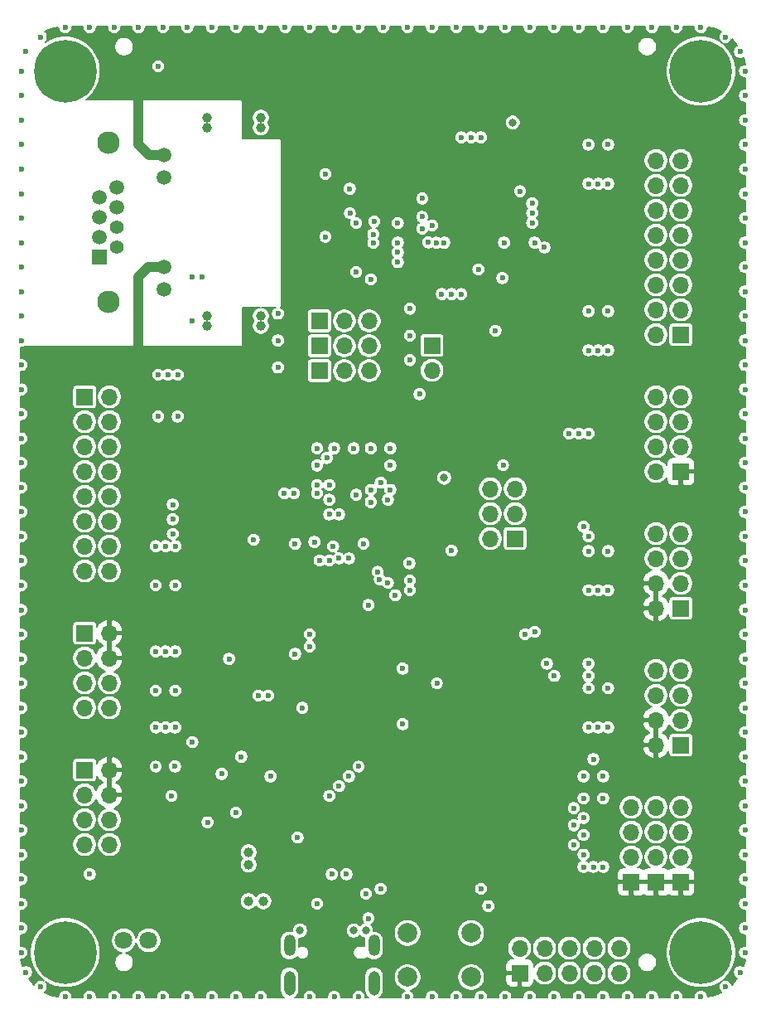
<source format=gbr>
%TF.GenerationSoftware,KiCad,Pcbnew,(5.1.8)-1*%
%TF.CreationDate,2021-02-22T22:57:58+01:00*%
%TF.ProjectId,DP83848C-EvalBoard,44503833-3834-4384-932d-4576616c426f,rev?*%
%TF.SameCoordinates,Original*%
%TF.FileFunction,Copper,L3,Inr*%
%TF.FilePolarity,Positive*%
%FSLAX46Y46*%
G04 Gerber Fmt 4.6, Leading zero omitted, Abs format (unit mm)*
G04 Created by KiCad (PCBNEW (5.1.8)-1) date 2021-02-22 22:57:58*
%MOMM*%
%LPD*%
G01*
G04 APERTURE LIST*
%TA.AperFunction,ComponentPad*%
%ADD10C,1.500000*%
%TD*%
%TA.AperFunction,ComponentPad*%
%ADD11C,2.300000*%
%TD*%
%TA.AperFunction,ComponentPad*%
%ADD12C,1.400000*%
%TD*%
%TA.AperFunction,ComponentPad*%
%ADD13R,1.500000X1.500000*%
%TD*%
%TA.AperFunction,ComponentPad*%
%ADD14O,1.700000X1.700000*%
%TD*%
%TA.AperFunction,ComponentPad*%
%ADD15R,1.700000X1.700000*%
%TD*%
%TA.AperFunction,ComponentPad*%
%ADD16C,1.800000*%
%TD*%
%TA.AperFunction,ComponentPad*%
%ADD17O,1.200000X2.500000*%
%TD*%
%TA.AperFunction,ComponentPad*%
%ADD18O,1.200000X2.200000*%
%TD*%
%TA.AperFunction,ComponentPad*%
%ADD19C,0.800000*%
%TD*%
%TA.AperFunction,ComponentPad*%
%ADD20C,6.400000*%
%TD*%
%TA.AperFunction,ComponentPad*%
%ADD21C,2.000000*%
%TD*%
%TA.AperFunction,ViaPad*%
%ADD22C,0.600000*%
%TD*%
%TA.AperFunction,ViaPad*%
%ADD23C,1.000000*%
%TD*%
%TA.AperFunction,ViaPad*%
%ADD24C,0.800000*%
%TD*%
%TA.AperFunction,Conductor*%
%ADD25C,1.000000*%
%TD*%
%TA.AperFunction,Conductor*%
%ADD26C,0.200000*%
%TD*%
%TA.AperFunction,Conductor*%
%ADD27C,0.100000*%
%TD*%
G04 APERTURE END LIST*
D10*
%TO.N,+3V3*%
%TO.C,J2*%
X55100000Y-70580000D03*
%TO.N,Net-(J2-Pad11)*%
X55100000Y-72870000D03*
%TO.N,+3V3*%
X55100000Y-82010000D03*
%TO.N,Net-(J2-Pad9)*%
X55100000Y-84300000D03*
D11*
%TO.N,Earth*%
X49390000Y-85570000D03*
X49390000Y-69310000D03*
D10*
%TO.N,Net-(J2-Pad7)*%
X50280000Y-73888000D03*
%TO.N,/PHY/RX-*%
X50280000Y-75920000D03*
D12*
%TO.N,Net-(J2-Pad4)*%
X50280000Y-77952000D03*
%TO.N,/PHY/TX-*%
X50280000Y-79984000D03*
D10*
%TO.N,Net-(J2-Pad7)*%
X48500000Y-74904000D03*
%TO.N,Net-(J2-Pad4)*%
X48500000Y-76936000D03*
%TO.N,/PHY/RX+*%
X48500000Y-78968000D03*
D13*
%TO.N,/PHY/TX+*%
X48500000Y-81000000D03*
%TD*%
D14*
%TO.N,Net-(J14-Pad8)*%
%TO.C,J14*%
X105410000Y-95250000D03*
%TO.N,GND*%
X107950000Y-95250000D03*
%TO.N,/IO/I2C1_SDA_R*%
X105410000Y-97790000D03*
X107950000Y-97790000D03*
%TO.N,/IO/I2C1_SCL_R*%
X105410000Y-100330000D03*
X107950000Y-100330000D03*
%TO.N,Net-(J14-Pad2)*%
X105410000Y-102870000D03*
D15*
%TO.N,+3V3*%
X107950000Y-102870000D03*
%TD*%
D14*
%TO.N,GND*%
%TO.C,J13*%
X105410000Y-123190000D03*
%TO.N,/IO/SPI3_NSS_R*%
X107950000Y-123190000D03*
%TO.N,GND*%
X105410000Y-125730000D03*
%TO.N,/IO/SPI3_SCK_R*%
X107950000Y-125730000D03*
%TO.N,+3V3*%
X105410000Y-128270000D03*
%TO.N,/IO/SPI3_MOSI_R*%
X107950000Y-128270000D03*
%TO.N,+3V3*%
X105410000Y-130810000D03*
D15*
%TO.N,/IO/SPI3_MISO_R*%
X107950000Y-130810000D03*
%TD*%
D14*
%TO.N,GND*%
%TO.C,J12*%
X49530000Y-140970000D03*
%TO.N,/IO/SPI2_NSS_R*%
X46990000Y-140970000D03*
%TO.N,GND*%
X49530000Y-138430000D03*
%TO.N,/IO/SPI2_SCK_R*%
X46990000Y-138430000D03*
%TO.N,+3V3*%
X49530000Y-135890000D03*
%TO.N,/IO/SPI2_MOSI_R*%
X46990000Y-135890000D03*
%TO.N,+3V3*%
X49530000Y-133350000D03*
D15*
%TO.N,/IO/SPI2_MISO_R*%
X46990000Y-133350000D03*
%TD*%
D14*
%TO.N,GND*%
%TO.C,J11*%
X105410000Y-109220000D03*
%TO.N,/IO/SPI1_NSS_R*%
X107950000Y-109220000D03*
%TO.N,GND*%
X105410000Y-111760000D03*
%TO.N,/IO/SPI1_SCK_R*%
X107950000Y-111760000D03*
%TO.N,+3V3*%
X105410000Y-114300000D03*
%TO.N,/IO/SPI1_MOSI_R*%
X107950000Y-114300000D03*
%TO.N,+3V3*%
X105410000Y-116840000D03*
D15*
%TO.N,/IO/SPI1_MISO_R*%
X107950000Y-116840000D03*
%TD*%
D14*
%TO.N,GND*%
%TO.C,J10*%
X49530000Y-127000000D03*
%TO.N,/IO/TMR4_R*%
X46990000Y-127000000D03*
%TO.N,GND*%
X49530000Y-124460000D03*
%TO.N,/IO/TMR3_R*%
X46990000Y-124460000D03*
%TO.N,+3V3*%
X49530000Y-121920000D03*
%TO.N,/IO/TMR2_R*%
X46990000Y-121920000D03*
%TO.N,+3V3*%
X49530000Y-119380000D03*
D15*
%TO.N,/IO/TMR1_R*%
X46990000Y-119380000D03*
%TD*%
D14*
%TO.N,GND*%
%TO.C,J9*%
X49530000Y-113030000D03*
%TO.N,/IO/ADC7_R*%
X46990000Y-113030000D03*
%TO.N,GND*%
X49530000Y-110490000D03*
%TO.N,/IO/ADC6_R*%
X46990000Y-110490000D03*
%TO.N,GND*%
X49530000Y-107950000D03*
%TO.N,/IO/ADC5_R*%
X46990000Y-107950000D03*
%TO.N,GND*%
X49530000Y-105410000D03*
%TO.N,/IO/ADC4_R*%
X46990000Y-105410000D03*
%TO.N,GND*%
X49530000Y-102870000D03*
%TO.N,/IO/ADC3_R*%
X46990000Y-102870000D03*
%TO.N,GND*%
X49530000Y-100330000D03*
%TO.N,/IO/ADC2_R*%
X46990000Y-100330000D03*
%TO.N,GND*%
X49530000Y-97790000D03*
%TO.N,/IO/ADC1_R*%
X46990000Y-97790000D03*
%TO.N,GND*%
X49530000Y-95250000D03*
D15*
%TO.N,/IO/ADC0_R*%
X46990000Y-95250000D03*
%TD*%
D14*
%TO.N,GND*%
%TO.C,J8*%
X105410000Y-71120000D03*
%TO.N,/IO/GPIO7_R*%
X107950000Y-71120000D03*
%TO.N,GND*%
X105410000Y-73660000D03*
%TO.N,/IO/GPIO6_R*%
X107950000Y-73660000D03*
%TO.N,GND*%
X105410000Y-76200000D03*
%TO.N,/IO/GPIO5_R*%
X107950000Y-76200000D03*
%TO.N,GND*%
X105410000Y-78740000D03*
%TO.N,/IO/GPIO4_R*%
X107950000Y-78740000D03*
%TO.N,GND*%
X105410000Y-81280000D03*
%TO.N,/IO/GPIO3_R*%
X107950000Y-81280000D03*
%TO.N,GND*%
X105410000Y-83820000D03*
%TO.N,/IO/GPIO2_R*%
X107950000Y-83820000D03*
%TO.N,GND*%
X105410000Y-86360000D03*
%TO.N,/IO/GPIO1_R*%
X107950000Y-86360000D03*
%TO.N,GND*%
X105410000Y-88900000D03*
D15*
%TO.N,/IO/GPIO0_R*%
X107950000Y-88900000D03*
%TD*%
D14*
%TO.N,GND*%
%TO.C,J7*%
X107950000Y-137160000D03*
%TO.N,/IO/USART3_RX_R*%
X107950000Y-139700000D03*
%TO.N,/IO/USART3_TX_R*%
X107950000Y-142240000D03*
D15*
%TO.N,+3V3*%
X107950000Y-144780000D03*
%TD*%
D14*
%TO.N,GND*%
%TO.C,J6*%
X105410000Y-137160000D03*
%TO.N,/IO/USART2_RX_R*%
X105410000Y-139700000D03*
%TO.N,/IO/USART2_TX_R*%
X105410000Y-142240000D03*
D15*
%TO.N,+3V3*%
X105410000Y-144780000D03*
%TD*%
D14*
%TO.N,GND*%
%TO.C,J5*%
X102870000Y-137160000D03*
%TO.N,/IO/USART1_RX_R*%
X102870000Y-139700000D03*
%TO.N,/IO/USART1_TX_R*%
X102870000Y-142240000D03*
D15*
%TO.N,+3V3*%
X102870000Y-144780000D03*
%TD*%
D16*
%TO.N,GND*%
%TO.C,J1*%
X53520000Y-150750000D03*
%TO.N,/PSU/VEXT*%
X50980000Y-150750000D03*
%TD*%
D17*
%TO.N,Earth*%
%TO.C,J3*%
X67930000Y-155100000D03*
X76570000Y-155100000D03*
D18*
X76570000Y-151275000D03*
X67930000Y-151275000D03*
%TD*%
D15*
%TO.N,+3V3*%
%TO.C,J4*%
X91465000Y-154085000D03*
D14*
%TO.N,Net-(J4-Pad2)*%
X91465000Y-151545000D03*
%TO.N,GND*%
X94005000Y-154085000D03*
%TO.N,Net-(J4-Pad4)*%
X94005000Y-151545000D03*
%TO.N,GND*%
X96545000Y-154085000D03*
%TO.N,Net-(J4-Pad6)*%
X96545000Y-151545000D03*
%TO.N,N/C*%
X99085000Y-154085000D03*
X99085000Y-151545000D03*
%TO.N,GND*%
X101625000Y-154085000D03*
%TO.N,Net-(J4-Pad10)*%
X101625000Y-151545000D03*
%TD*%
D19*
%TO.N,Earth*%
%TO.C,H4*%
X111697056Y-60302944D03*
X110000000Y-59600000D03*
X108302944Y-60302944D03*
X107600000Y-62000000D03*
X108302944Y-63697056D03*
X110000000Y-64400000D03*
X111697056Y-63697056D03*
X112400000Y-62000000D03*
D20*
X110000000Y-62000000D03*
%TD*%
D19*
%TO.N,Earth*%
%TO.C,H3*%
X111697056Y-150302944D03*
X110000000Y-149600000D03*
X108302944Y-150302944D03*
X107600000Y-152000000D03*
X108302944Y-153697056D03*
X110000000Y-154400000D03*
X111697056Y-153697056D03*
X112400000Y-152000000D03*
D20*
X110000000Y-152000000D03*
%TD*%
D19*
%TO.N,Earth*%
%TO.C,H2*%
X46697056Y-60302944D03*
X45000000Y-59600000D03*
X43302944Y-60302944D03*
X42600000Y-62000000D03*
X43302944Y-63697056D03*
X45000000Y-64400000D03*
X46697056Y-63697056D03*
X47400000Y-62000000D03*
D20*
X45000000Y-62000000D03*
%TD*%
D19*
%TO.N,Earth*%
%TO.C,H1*%
X46697056Y-150302944D03*
X45000000Y-149600000D03*
X43302944Y-150302944D03*
X42600000Y-152000000D03*
X43302944Y-153697056D03*
X45000000Y-154400000D03*
X46697056Y-153697056D03*
X47400000Y-152000000D03*
D20*
X45000000Y-152000000D03*
%TD*%
D21*
%TO.N,/MCU/NRST*%
%TO.C,SW1*%
X86500000Y-150000000D03*
%TO.N,GND*%
X86500000Y-154500000D03*
%TO.N,/MCU/NRST*%
X80000000Y-150000000D03*
%TO.N,GND*%
X80000000Y-154500000D03*
%TD*%
D14*
%TO.N,Net-(JP7-Pad6)*%
%TO.C,JP7*%
X88460000Y-104640000D03*
%TO.N,Net-(JP7-Pad5)*%
X91000000Y-104640000D03*
%TO.N,/MCU/BOOT1*%
X88460000Y-107180000D03*
%TO.N,/MCU/BOOT0*%
X91000000Y-107180000D03*
%TO.N,Net-(JP7-Pad2)*%
X88460000Y-109720000D03*
D15*
%TO.N,Net-(JP7-Pad1)*%
X91000000Y-109720000D03*
%TD*%
D14*
%TO.N,Net-(JP6-Pad3)*%
%TO.C,JP6*%
X76080000Y-87500000D03*
%TO.N,/PHY/AN_EN*%
X73540000Y-87500000D03*
D15*
%TO.N,Net-(JP6-Pad1)*%
X71000000Y-87500000D03*
%TD*%
D14*
%TO.N,Net-(JP5-Pad3)*%
%TO.C,JP5*%
X76080000Y-90040000D03*
%TO.N,/PHY/AN1*%
X73540000Y-90040000D03*
D15*
%TO.N,Net-(JP5-Pad1)*%
X71000000Y-90040000D03*
%TD*%
D14*
%TO.N,Net-(JP4-Pad3)*%
%TO.C,JP4*%
X76080000Y-92580000D03*
%TO.N,/PHY/AN0*%
X73540000Y-92580000D03*
D15*
%TO.N,Net-(JP4-Pad1)*%
X71000000Y-92580000D03*
%TD*%
D14*
%TO.N,Net-(JP1-Pad2)*%
%TO.C,JP1*%
X82500000Y-92540000D03*
D15*
%TO.N,/PHY/~RESET*%
X82500000Y-90000000D03*
%TD*%
D22*
%TO.N,Earth*%
X114500000Y-89500000D03*
X114500000Y-87000000D03*
X114500000Y-82000000D03*
X114500000Y-79500000D03*
X114500000Y-74500000D03*
X114500000Y-72000000D03*
X114500000Y-69500000D03*
X114500000Y-84500000D03*
X114500000Y-77000000D03*
X114500000Y-67000000D03*
X40500000Y-74500000D03*
X40500000Y-69500000D03*
X40500000Y-87000000D03*
X40500000Y-72000000D03*
X40500000Y-89500000D03*
X40500000Y-82000000D03*
X40500000Y-79500000D03*
X40500000Y-84500000D03*
X40500000Y-77000000D03*
X40500000Y-67000000D03*
X40500000Y-107000000D03*
X40500000Y-97000000D03*
X40500000Y-112000000D03*
X40500000Y-144500000D03*
X40500000Y-104500000D03*
X40500000Y-99500000D03*
X40500000Y-137000000D03*
X40500000Y-132000000D03*
X40500000Y-129500000D03*
X40500000Y-122000000D03*
X40500000Y-102000000D03*
X40500000Y-109500000D03*
X40500000Y-114500000D03*
X40500000Y-139500000D03*
X40500000Y-119500000D03*
X40500000Y-127000000D03*
X40500000Y-92000000D03*
X40500000Y-147000000D03*
X40500000Y-94500000D03*
X40500000Y-142000000D03*
X40500000Y-117000000D03*
X40500000Y-124500000D03*
X40500000Y-134500000D03*
X114500000Y-114500000D03*
X114500000Y-102000000D03*
X114500000Y-97000000D03*
X114500000Y-94500000D03*
X114500000Y-109500000D03*
X114500000Y-104500000D03*
X114500000Y-117000000D03*
X114500000Y-107000000D03*
X114500000Y-99500000D03*
X114500000Y-112000000D03*
X114500000Y-92000000D03*
X114500000Y-147000000D03*
X114500000Y-144500000D03*
X114500000Y-139500000D03*
X114500000Y-119500000D03*
X114500000Y-137000000D03*
X114500000Y-132000000D03*
X114500000Y-129500000D03*
X114500000Y-127000000D03*
X114500000Y-122000000D03*
X114500000Y-142000000D03*
X114500000Y-134500000D03*
X114500000Y-124500000D03*
X82500000Y-156500000D03*
X95000000Y-156500000D03*
X100000000Y-156500000D03*
X102500000Y-156500000D03*
X87500000Y-156500000D03*
X92500000Y-156500000D03*
X80000000Y-156500000D03*
X90000000Y-156500000D03*
X97500000Y-156500000D03*
X85000000Y-156500000D03*
X105000000Y-156500000D03*
X50000000Y-156500000D03*
X52500000Y-156500000D03*
X57500000Y-156500000D03*
X60000000Y-156500000D03*
X65000000Y-156500000D03*
X70000000Y-156500000D03*
X75000000Y-156500000D03*
X55000000Y-156500000D03*
X62500000Y-156500000D03*
X72500000Y-156500000D03*
D23*
%TO.N,GND*%
X65000000Y-67750000D03*
X65000000Y-66750000D03*
D22*
X76250000Y-106000000D03*
X79499992Y-128678789D03*
X91500000Y-74250000D03*
X75506811Y-110244011D03*
X84500000Y-110960000D03*
X64270484Y-109850010D03*
X70481969Y-110076015D03*
X87250021Y-82250016D03*
D24*
X69000000Y-149750000D03*
D22*
X72249990Y-144000000D03*
X89000000Y-88500000D03*
X89770000Y-102230000D03*
X81500000Y-76866358D03*
X76593934Y-77349990D03*
X71600000Y-78900000D03*
X71600000Y-72500000D03*
D24*
X90750000Y-67250012D03*
D22*
X81500000Y-75000000D03*
X76250000Y-83250000D03*
X74750000Y-82500000D03*
X85500000Y-84750000D03*
D23*
X65000000Y-88000000D03*
X65000000Y-87000000D03*
D22*
X64750000Y-125750000D03*
X65750000Y-125750000D03*
X79500000Y-123000000D03*
X82999994Y-124500000D03*
X55250000Y-129000000D03*
X55250000Y-121250000D03*
X47500000Y-144000000D03*
D24*
X75750000Y-149750000D03*
D22*
X70750000Y-147000000D03*
X76000000Y-148500000D03*
X75750000Y-146000000D03*
X99000000Y-143250000D03*
X55250000Y-110500000D03*
X55500000Y-93000000D03*
D24*
X83750000Y-103500000D03*
D22*
X97500000Y-99000000D03*
X99500000Y-90500000D03*
X99500000Y-73500000D03*
X99500000Y-115000000D03*
X99500000Y-129000000D03*
X99000000Y-132250000D03*
X88250000Y-147250000D03*
X68400000Y-105100000D03*
X67400000Y-105100000D03*
X70750000Y-105100000D03*
X66000000Y-134000000D03*
X80250016Y-86250000D03*
X80250000Y-88999994D03*
X80250000Y-91500000D03*
X81231978Y-94981978D03*
X74109992Y-76500000D03*
X74100004Y-74000000D03*
X89690000Y-83121276D03*
X76250000Y-100500000D03*
X78249972Y-100500000D03*
X70749992Y-100499992D03*
X78000000Y-105750000D03*
X72500000Y-100500000D03*
X74500000Y-100500000D03*
X70750000Y-102250000D03*
X70749992Y-104250000D03*
X72000000Y-104250000D03*
X72000000Y-105750000D03*
X72000000Y-107250000D03*
X73000000Y-107250000D03*
X76250000Y-104750000D03*
X78249972Y-104750000D03*
X78250000Y-102250000D03*
X77250000Y-104000006D03*
X71750000Y-101500000D03*
X93000000Y-79500018D03*
X76500012Y-78650010D03*
X76500000Y-79500012D03*
D23*
X63750000Y-146750000D03*
X65250000Y-146750000D03*
D22*
X74750000Y-105250000D03*
X61749996Y-122000000D03*
D23*
X63750000Y-141750000D03*
X63750000Y-143000000D03*
D22*
%TO.N,+5V*%
X62449976Y-137700024D03*
X60999988Y-133750000D03*
D24*
%TO.N,+3V3*%
X56000000Y-150000000D03*
X57500000Y-150000000D03*
X60500000Y-150000000D03*
X62000000Y-150000000D03*
D22*
X79000000Y-78500000D03*
X76600000Y-80550000D03*
X76600000Y-81550000D03*
X76500000Y-76500000D03*
X84500000Y-110000000D03*
X80625000Y-124375000D03*
X77250000Y-107500000D03*
X64240000Y-112250000D03*
X91480008Y-73269992D03*
X65950765Y-123183115D03*
X70749978Y-107500000D03*
X85500000Y-82250000D03*
X88000000Y-88500000D03*
X89750000Y-112250000D03*
D24*
X83750000Y-108500000D03*
D22*
X69250000Y-78950000D03*
X69250000Y-72450000D03*
X76500000Y-74000012D03*
X76600000Y-72779980D03*
D24*
X90750000Y-72500000D03*
D22*
X82500000Y-84750000D03*
X64750000Y-123250000D03*
X89600000Y-119500000D03*
X55250000Y-133000000D03*
X55250000Y-125250000D03*
X99000000Y-145500000D03*
X55250000Y-114500000D03*
X55500000Y-97250000D03*
D24*
X66000000Y-103500000D03*
D22*
X97500000Y-95000000D03*
X99500000Y-86500000D03*
X99500000Y-69500000D03*
X99500000Y-111000000D03*
X99500000Y-125000000D03*
X99000000Y-136250000D03*
X97300000Y-100500000D03*
X97300000Y-103500000D03*
X50750000Y-61500000D03*
X66750000Y-88000000D03*
X66750000Y-90750000D03*
X66750000Y-93500000D03*
X75320000Y-106000000D03*
X90000000Y-87500000D03*
X93000000Y-78550006D03*
X76500000Y-75250000D03*
D24*
X62000000Y-154500000D03*
X62000000Y-153000000D03*
X62000000Y-151500000D03*
X56000000Y-154500000D03*
X56000000Y-153000000D03*
X56000000Y-151500000D03*
X57500000Y-151500000D03*
X59000000Y-151500000D03*
X60500000Y-151500000D03*
X59000000Y-150000000D03*
D23*
X63750000Y-153000000D03*
X65250000Y-153000000D03*
D22*
%TO.N,/PHY/PFB*%
X79000000Y-77500000D03*
X74750000Y-77500000D03*
X89875008Y-79500000D03*
X79000000Y-79500000D03*
%TO.N,/MCU/NRST*%
X74000000Y-111750000D03*
X87510000Y-145490000D03*
%TO.N,Net-(D3-Pad1)*%
X54500000Y-61500000D03*
X66750000Y-89500000D03*
%TO.N,VUSB*%
X68749986Y-140250000D03*
X77250000Y-145500000D03*
%TO.N,/PHY/AN0*%
X83750000Y-79500000D03*
%TO.N,/PHY/AN1*%
X82934306Y-79500000D03*
%TO.N,/PHY/AN_EN*%
X82111975Y-79473787D03*
%TO.N,/MCU/BOOT1*%
X78750000Y-115500000D03*
%TO.N,Net-(Q1-Pad1)*%
X59549992Y-138700008D03*
X62999962Y-132000000D03*
%TO.N,/ETH_TX_D0*%
X86500000Y-68750000D03*
X70000000Y-119500000D03*
%TO.N,/ETH_TX_D1*%
X85500000Y-68750000D03*
X70000000Y-120750000D03*
%TO.N,/ETH_TX_EN*%
X87500000Y-68750000D03*
X68499996Y-121500000D03*
%TO.N,/ETH_RXD0*%
X77149990Y-113899990D03*
X92750000Y-76491042D03*
%TO.N,/ETH_RXD1*%
X78000000Y-114250000D03*
X92750000Y-75500000D03*
%TO.N,/ETH_CRS_DV*%
X76947431Y-113126046D03*
X92750000Y-77499970D03*
%TO.N,/ETH_MDIO*%
X68500000Y-110250000D03*
X83500000Y-84750000D03*
%TO.N,Net-(R22-Pad2)*%
X81504905Y-78066369D03*
X79000000Y-80500000D03*
%TO.N,/ETH_MDC*%
X72399990Y-110521458D03*
X84500000Y-84750000D03*
%TO.N,Net-(J2-Pad11)*%
X66750000Y-86750000D03*
%TO.N,Net-(J2-Pad9)*%
X66750000Y-92250000D03*
%TO.N,Net-(J2-Pad7)*%
X59000000Y-83000000D03*
%TO.N,Net-(J2-Pad4)*%
X58000000Y-83000000D03*
%TO.N,Net-(J3-PadA4)*%
X73750000Y-144000000D03*
D24*
X74500000Y-149750000D03*
D22*
%TO.N,/IO/USART1_RX_R*%
X98000000Y-136250000D03*
%TO.N,/IO/USART1_TX_R*%
X98000000Y-143250000D03*
%TO.N,/IO/USART2_RX_R*%
X100000000Y-136250000D03*
%TO.N,/IO/USART2_TX_R*%
X100000000Y-143250000D03*
%TO.N,/IO/USART3_RX_R*%
X98000000Y-134000000D03*
%TO.N,/IO/USART3_TX_R*%
X100000000Y-134000000D03*
%TO.N,/IO/GPIO7_R*%
X98500000Y-69500000D03*
%TO.N,/IO/GPIO6_R*%
X100500000Y-69500000D03*
%TO.N,/IO/GPIO5_R*%
X100500000Y-73500000D03*
%TO.N,/IO/GPIO4_R*%
X98500000Y-73500000D03*
%TO.N,/IO/GPIO3_R*%
X98500000Y-86500000D03*
%TO.N,/IO/GPIO2_R*%
X100500000Y-86500000D03*
%TO.N,/IO/GPIO1_R*%
X98500000Y-90500000D03*
%TO.N,/IO/GPIO0_R*%
X100500000Y-90500000D03*
%TO.N,/IO/ADC7_R*%
X54250000Y-114500000D03*
%TO.N,/IO/ADC6_R*%
X56250000Y-114500000D03*
%TO.N,/IO/ADC5_R*%
X54250000Y-110500000D03*
%TO.N,/IO/ADC4_R*%
X56250000Y-110500000D03*
%TO.N,/IO/ADC3_R*%
X56500000Y-97250000D03*
%TO.N,/IO/ADC2_R*%
X54500000Y-97250010D03*
%TO.N,/IO/ADC1_R*%
X56500000Y-93000000D03*
%TO.N,/IO/ADC0_R*%
X54500000Y-93000000D03*
%TO.N,/IO/TMR4_R*%
X56250000Y-125250000D03*
%TO.N,/IO/TMR3_R*%
X54250000Y-125250000D03*
%TO.N,/IO/TMR2_R*%
X54250000Y-121250000D03*
%TO.N,/IO/TMR1_R*%
X56250000Y-121250000D03*
%TO.N,/IO/SPI1_NSS*%
X80250000Y-114000000D03*
X98000010Y-108500000D03*
%TO.N,/IO/SPI1_SCK_R*%
X98500000Y-111000000D03*
%TO.N,/IO/SPI1_MOSI_R*%
X98500000Y-115000000D03*
%TO.N,/IO/SPI1_MISO_R*%
X100500000Y-115000000D03*
%TO.N,/IO/SPI2_NSS_R*%
X56231978Y-132981978D03*
%TO.N,/IO/SPI2_SCK_R*%
X54250000Y-133000000D03*
%TO.N,/IO/SPI2_MOSI_R*%
X54250000Y-129000000D03*
%TO.N,/IO/SPI2_MISO_R*%
X56250000Y-129000000D03*
%TO.N,/IO/SPI3_NSS_R*%
X98500000Y-125000000D03*
%TO.N,/IO/SPI3_SCK_R*%
X100500000Y-125000000D03*
%TO.N,/IO/SPI3_MOSI_R*%
X100500000Y-129000000D03*
%TO.N,/IO/SPI3_MISO_R*%
X98500000Y-129000000D03*
%TO.N,/IO/I2C1_SDA_R*%
X96500000Y-99000000D03*
%TO.N,/IO/I2C1_SCL_R*%
X98500000Y-99000000D03*
%TO.N,Net-(R21-Pad2)*%
X79000000Y-81500000D03*
X82500000Y-77750000D03*
%TO.N,/IO/GPIO7*%
X76000000Y-116500000D03*
X94000000Y-79999998D03*
%TO.N,/IO/ADC5*%
X56000000Y-106250000D03*
X73000000Y-111750000D03*
%TO.N,/IO/ADC6*%
X56000000Y-107750000D03*
X72000000Y-111949957D03*
%TO.N,/IO/ADC7*%
X56000000Y-109250000D03*
X71000000Y-111949957D03*
%TO.N,/IO/SPI1_SCK*%
X98500000Y-109500000D03*
X80249996Y-115000000D03*
%TO.N,/IO/SPI2_SCK*%
X55869228Y-136000002D03*
X58000000Y-130500000D03*
%TO.N,/IO/SPI2_NSS*%
X69249996Y-127000000D03*
X80193595Y-112250008D03*
%TO.N,/IO/SPI3_SCK*%
X98500000Y-123750008D03*
X95000000Y-123749992D03*
%TO.N,/IO/SPI3_NSS*%
X98500000Y-122500000D03*
X94250000Y-122500000D03*
%TO.N,/IO/USART1_TX*%
X74000000Y-134000000D03*
X98000016Y-140000000D03*
%TO.N,/IO/USART1_RX*%
X75000006Y-133000000D03*
X97000000Y-139000000D03*
%TO.N,/IO/USART2_TX*%
X98000000Y-138250000D03*
X92000000Y-119500000D03*
%TO.N,/IO/USART2_RX*%
X97000000Y-137250000D03*
X93000000Y-119250000D03*
%TO.N,/IO/USART3_TX*%
X71999996Y-136000000D03*
X98000036Y-142000000D03*
%TO.N,/IO/USART3_RX*%
X73000010Y-135000000D03*
X97000000Y-141000000D03*
%TO.N,/IO/SPI1_NSS_R*%
X100500000Y-111000000D03*
D23*
%TO.N,Earth*%
X59500000Y-66750000D03*
X59500000Y-67750000D03*
X59500000Y-87000000D03*
X59500000Y-88000000D03*
D22*
X58000000Y-87500000D03*
X50000000Y-57500000D03*
X52500000Y-57500000D03*
X55000000Y-57500000D03*
X57500000Y-57500000D03*
X60000000Y-57500000D03*
X62500000Y-57500000D03*
X65000000Y-57500000D03*
X67500000Y-57500000D03*
X70000000Y-57500000D03*
X72500000Y-57500000D03*
X75000000Y-57500000D03*
X77500000Y-57500000D03*
X80000000Y-57500000D03*
X82500000Y-57500000D03*
X85000000Y-57500000D03*
X87500000Y-57500000D03*
X90000000Y-57500000D03*
X92500000Y-57500000D03*
X95000000Y-57500000D03*
X97500000Y-57500000D03*
X100000000Y-57500000D03*
X102500000Y-57500000D03*
X105000000Y-57500000D03*
X47500000Y-156500000D03*
X45000000Y-156500000D03*
X42500000Y-155500000D03*
X40500000Y-149500000D03*
X40500000Y-152000000D03*
X41000000Y-154000000D03*
X114500000Y-149500000D03*
X114500000Y-152000000D03*
X107500000Y-156500000D03*
X110000000Y-156500000D03*
X112500000Y-155500000D03*
X114000000Y-154000000D03*
X114500000Y-64500000D03*
X114500000Y-62000000D03*
X107500000Y-57500000D03*
X110000000Y-57500000D03*
X112500000Y-58500000D03*
X114000000Y-60000000D03*
X47500000Y-57500000D03*
X45000000Y-57500000D03*
X40500000Y-64500000D03*
X40500000Y-62000000D03*
X41000000Y-60000000D03*
X42500000Y-58500000D03*
%TD*%
D25*
%TO.N,+3V3*%
X54039340Y-82010000D02*
X54029340Y-82000000D01*
X52500000Y-83000000D02*
X52500000Y-91500000D01*
X53500000Y-82000000D02*
X52500000Y-83000000D01*
X54029340Y-82000000D02*
X53500000Y-82000000D01*
X55100000Y-82010000D02*
X54039340Y-82010000D01*
X52500000Y-69500000D02*
X52500000Y-61500000D01*
X55100000Y-70580000D02*
X53580000Y-70580000D01*
X53580000Y-70580000D02*
X52500000Y-69500000D01*
%TD*%
D26*
%TO.N,+3V3*%
X46800000Y-57431056D02*
X46800000Y-57568944D01*
X46826901Y-57704182D01*
X46879668Y-57831574D01*
X46956274Y-57946224D01*
X47053776Y-58043726D01*
X47168426Y-58120332D01*
X47295818Y-58173099D01*
X47431056Y-58200000D01*
X47568944Y-58200000D01*
X47704182Y-58173099D01*
X47831574Y-58120332D01*
X47946224Y-58043726D01*
X48043726Y-57946224D01*
X48120332Y-57831574D01*
X48173099Y-57704182D01*
X48200000Y-57568944D01*
X48200000Y-57431056D01*
X48198795Y-57425000D01*
X49301205Y-57425000D01*
X49300000Y-57431056D01*
X49300000Y-57568944D01*
X49326901Y-57704182D01*
X49379668Y-57831574D01*
X49456274Y-57946224D01*
X49553776Y-58043726D01*
X49668426Y-58120332D01*
X49795818Y-58173099D01*
X49931056Y-58200000D01*
X50068944Y-58200000D01*
X50204182Y-58173099D01*
X50331574Y-58120332D01*
X50446224Y-58043726D01*
X50543726Y-57946224D01*
X50620332Y-57831574D01*
X50673099Y-57704182D01*
X50700000Y-57568944D01*
X50700000Y-57431056D01*
X50698795Y-57425000D01*
X51801205Y-57425000D01*
X51800000Y-57431056D01*
X51800000Y-57568944D01*
X51826901Y-57704182D01*
X51879668Y-57831574D01*
X51956274Y-57946224D01*
X52053776Y-58043726D01*
X52168426Y-58120332D01*
X52295818Y-58173099D01*
X52431056Y-58200000D01*
X52568944Y-58200000D01*
X52704182Y-58173099D01*
X52831574Y-58120332D01*
X52946224Y-58043726D01*
X53043726Y-57946224D01*
X53120332Y-57831574D01*
X53173099Y-57704182D01*
X53200000Y-57568944D01*
X53200000Y-57431056D01*
X53198795Y-57425000D01*
X54301205Y-57425000D01*
X54300000Y-57431056D01*
X54300000Y-57568944D01*
X54326901Y-57704182D01*
X54379668Y-57831574D01*
X54456274Y-57946224D01*
X54553776Y-58043726D01*
X54668426Y-58120332D01*
X54795818Y-58173099D01*
X54931056Y-58200000D01*
X55068944Y-58200000D01*
X55204182Y-58173099D01*
X55331574Y-58120332D01*
X55446224Y-58043726D01*
X55543726Y-57946224D01*
X55620332Y-57831574D01*
X55673099Y-57704182D01*
X55700000Y-57568944D01*
X55700000Y-57431056D01*
X55698795Y-57425000D01*
X56801205Y-57425000D01*
X56800000Y-57431056D01*
X56800000Y-57568944D01*
X56826901Y-57704182D01*
X56879668Y-57831574D01*
X56956274Y-57946224D01*
X57053776Y-58043726D01*
X57168426Y-58120332D01*
X57295818Y-58173099D01*
X57431056Y-58200000D01*
X57568944Y-58200000D01*
X57704182Y-58173099D01*
X57831574Y-58120332D01*
X57946224Y-58043726D01*
X58043726Y-57946224D01*
X58120332Y-57831574D01*
X58173099Y-57704182D01*
X58200000Y-57568944D01*
X58200000Y-57431056D01*
X58198795Y-57425000D01*
X59301205Y-57425000D01*
X59300000Y-57431056D01*
X59300000Y-57568944D01*
X59326901Y-57704182D01*
X59379668Y-57831574D01*
X59456274Y-57946224D01*
X59553776Y-58043726D01*
X59668426Y-58120332D01*
X59795818Y-58173099D01*
X59931056Y-58200000D01*
X60068944Y-58200000D01*
X60204182Y-58173099D01*
X60331574Y-58120332D01*
X60446224Y-58043726D01*
X60543726Y-57946224D01*
X60620332Y-57831574D01*
X60673099Y-57704182D01*
X60700000Y-57568944D01*
X60700000Y-57431056D01*
X60698795Y-57425000D01*
X61801205Y-57425000D01*
X61800000Y-57431056D01*
X61800000Y-57568944D01*
X61826901Y-57704182D01*
X61879668Y-57831574D01*
X61956274Y-57946224D01*
X62053776Y-58043726D01*
X62168426Y-58120332D01*
X62295818Y-58173099D01*
X62431056Y-58200000D01*
X62568944Y-58200000D01*
X62704182Y-58173099D01*
X62831574Y-58120332D01*
X62946224Y-58043726D01*
X63043726Y-57946224D01*
X63120332Y-57831574D01*
X63173099Y-57704182D01*
X63200000Y-57568944D01*
X63200000Y-57431056D01*
X63198795Y-57425000D01*
X64301205Y-57425000D01*
X64300000Y-57431056D01*
X64300000Y-57568944D01*
X64326901Y-57704182D01*
X64379668Y-57831574D01*
X64456274Y-57946224D01*
X64553776Y-58043726D01*
X64668426Y-58120332D01*
X64795818Y-58173099D01*
X64931056Y-58200000D01*
X65068944Y-58200000D01*
X65204182Y-58173099D01*
X65331574Y-58120332D01*
X65446224Y-58043726D01*
X65543726Y-57946224D01*
X65620332Y-57831574D01*
X65673099Y-57704182D01*
X65700000Y-57568944D01*
X65700000Y-57431056D01*
X65698795Y-57425000D01*
X66801205Y-57425000D01*
X66800000Y-57431056D01*
X66800000Y-57568944D01*
X66826901Y-57704182D01*
X66879668Y-57831574D01*
X66956274Y-57946224D01*
X67053776Y-58043726D01*
X67168426Y-58120332D01*
X67295818Y-58173099D01*
X67431056Y-58200000D01*
X67568944Y-58200000D01*
X67704182Y-58173099D01*
X67831574Y-58120332D01*
X67946224Y-58043726D01*
X68043726Y-57946224D01*
X68120332Y-57831574D01*
X68173099Y-57704182D01*
X68200000Y-57568944D01*
X68200000Y-57431056D01*
X68198795Y-57425000D01*
X69301205Y-57425000D01*
X69300000Y-57431056D01*
X69300000Y-57568944D01*
X69326901Y-57704182D01*
X69379668Y-57831574D01*
X69456274Y-57946224D01*
X69553776Y-58043726D01*
X69668426Y-58120332D01*
X69795818Y-58173099D01*
X69931056Y-58200000D01*
X70068944Y-58200000D01*
X70204182Y-58173099D01*
X70331574Y-58120332D01*
X70446224Y-58043726D01*
X70543726Y-57946224D01*
X70620332Y-57831574D01*
X70673099Y-57704182D01*
X70700000Y-57568944D01*
X70700000Y-57431056D01*
X70698795Y-57425000D01*
X71801205Y-57425000D01*
X71800000Y-57431056D01*
X71800000Y-57568944D01*
X71826901Y-57704182D01*
X71879668Y-57831574D01*
X71956274Y-57946224D01*
X72053776Y-58043726D01*
X72168426Y-58120332D01*
X72295818Y-58173099D01*
X72431056Y-58200000D01*
X72568944Y-58200000D01*
X72704182Y-58173099D01*
X72831574Y-58120332D01*
X72946224Y-58043726D01*
X73043726Y-57946224D01*
X73120332Y-57831574D01*
X73173099Y-57704182D01*
X73200000Y-57568944D01*
X73200000Y-57431056D01*
X73198795Y-57425000D01*
X74301205Y-57425000D01*
X74300000Y-57431056D01*
X74300000Y-57568944D01*
X74326901Y-57704182D01*
X74379668Y-57831574D01*
X74456274Y-57946224D01*
X74553776Y-58043726D01*
X74668426Y-58120332D01*
X74795818Y-58173099D01*
X74931056Y-58200000D01*
X75068944Y-58200000D01*
X75204182Y-58173099D01*
X75331574Y-58120332D01*
X75446224Y-58043726D01*
X75543726Y-57946224D01*
X75620332Y-57831574D01*
X75673099Y-57704182D01*
X75700000Y-57568944D01*
X75700000Y-57431056D01*
X75698795Y-57425000D01*
X76801205Y-57425000D01*
X76800000Y-57431056D01*
X76800000Y-57568944D01*
X76826901Y-57704182D01*
X76879668Y-57831574D01*
X76956274Y-57946224D01*
X77053776Y-58043726D01*
X77168426Y-58120332D01*
X77295818Y-58173099D01*
X77431056Y-58200000D01*
X77568944Y-58200000D01*
X77704182Y-58173099D01*
X77831574Y-58120332D01*
X77946224Y-58043726D01*
X78043726Y-57946224D01*
X78120332Y-57831574D01*
X78173099Y-57704182D01*
X78200000Y-57568944D01*
X78200000Y-57431056D01*
X78198795Y-57425000D01*
X79301205Y-57425000D01*
X79300000Y-57431056D01*
X79300000Y-57568944D01*
X79326901Y-57704182D01*
X79379668Y-57831574D01*
X79456274Y-57946224D01*
X79553776Y-58043726D01*
X79668426Y-58120332D01*
X79795818Y-58173099D01*
X79931056Y-58200000D01*
X80068944Y-58200000D01*
X80204182Y-58173099D01*
X80331574Y-58120332D01*
X80446224Y-58043726D01*
X80543726Y-57946224D01*
X80620332Y-57831574D01*
X80673099Y-57704182D01*
X80700000Y-57568944D01*
X80700000Y-57431056D01*
X80698795Y-57425000D01*
X81801205Y-57425000D01*
X81800000Y-57431056D01*
X81800000Y-57568944D01*
X81826901Y-57704182D01*
X81879668Y-57831574D01*
X81956274Y-57946224D01*
X82053776Y-58043726D01*
X82168426Y-58120332D01*
X82295818Y-58173099D01*
X82431056Y-58200000D01*
X82568944Y-58200000D01*
X82704182Y-58173099D01*
X82831574Y-58120332D01*
X82946224Y-58043726D01*
X83043726Y-57946224D01*
X83120332Y-57831574D01*
X83173099Y-57704182D01*
X83200000Y-57568944D01*
X83200000Y-57431056D01*
X83198795Y-57425000D01*
X84301205Y-57425000D01*
X84300000Y-57431056D01*
X84300000Y-57568944D01*
X84326901Y-57704182D01*
X84379668Y-57831574D01*
X84456274Y-57946224D01*
X84553776Y-58043726D01*
X84668426Y-58120332D01*
X84795818Y-58173099D01*
X84931056Y-58200000D01*
X85068944Y-58200000D01*
X85204182Y-58173099D01*
X85331574Y-58120332D01*
X85446224Y-58043726D01*
X85543726Y-57946224D01*
X85620332Y-57831574D01*
X85673099Y-57704182D01*
X85700000Y-57568944D01*
X85700000Y-57431056D01*
X85698795Y-57425000D01*
X86801205Y-57425000D01*
X86800000Y-57431056D01*
X86800000Y-57568944D01*
X86826901Y-57704182D01*
X86879668Y-57831574D01*
X86956274Y-57946224D01*
X87053776Y-58043726D01*
X87168426Y-58120332D01*
X87295818Y-58173099D01*
X87431056Y-58200000D01*
X87568944Y-58200000D01*
X87704182Y-58173099D01*
X87831574Y-58120332D01*
X87946224Y-58043726D01*
X88043726Y-57946224D01*
X88120332Y-57831574D01*
X88173099Y-57704182D01*
X88200000Y-57568944D01*
X88200000Y-57431056D01*
X88198795Y-57425000D01*
X89301205Y-57425000D01*
X89300000Y-57431056D01*
X89300000Y-57568944D01*
X89326901Y-57704182D01*
X89379668Y-57831574D01*
X89456274Y-57946224D01*
X89553776Y-58043726D01*
X89668426Y-58120332D01*
X89795818Y-58173099D01*
X89931056Y-58200000D01*
X90068944Y-58200000D01*
X90204182Y-58173099D01*
X90331574Y-58120332D01*
X90446224Y-58043726D01*
X90543726Y-57946224D01*
X90620332Y-57831574D01*
X90673099Y-57704182D01*
X90700000Y-57568944D01*
X90700000Y-57431056D01*
X90698795Y-57425000D01*
X91801205Y-57425000D01*
X91800000Y-57431056D01*
X91800000Y-57568944D01*
X91826901Y-57704182D01*
X91879668Y-57831574D01*
X91956274Y-57946224D01*
X92053776Y-58043726D01*
X92168426Y-58120332D01*
X92295818Y-58173099D01*
X92431056Y-58200000D01*
X92568944Y-58200000D01*
X92704182Y-58173099D01*
X92831574Y-58120332D01*
X92946224Y-58043726D01*
X93043726Y-57946224D01*
X93120332Y-57831574D01*
X93173099Y-57704182D01*
X93200000Y-57568944D01*
X93200000Y-57431056D01*
X93198795Y-57425000D01*
X94301205Y-57425000D01*
X94300000Y-57431056D01*
X94300000Y-57568944D01*
X94326901Y-57704182D01*
X94379668Y-57831574D01*
X94456274Y-57946224D01*
X94553776Y-58043726D01*
X94668426Y-58120332D01*
X94795818Y-58173099D01*
X94931056Y-58200000D01*
X95068944Y-58200000D01*
X95204182Y-58173099D01*
X95331574Y-58120332D01*
X95446224Y-58043726D01*
X95543726Y-57946224D01*
X95620332Y-57831574D01*
X95673099Y-57704182D01*
X95700000Y-57568944D01*
X95700000Y-57431056D01*
X95698795Y-57425000D01*
X96801205Y-57425000D01*
X96800000Y-57431056D01*
X96800000Y-57568944D01*
X96826901Y-57704182D01*
X96879668Y-57831574D01*
X96956274Y-57946224D01*
X97053776Y-58043726D01*
X97168426Y-58120332D01*
X97295818Y-58173099D01*
X97431056Y-58200000D01*
X97568944Y-58200000D01*
X97704182Y-58173099D01*
X97831574Y-58120332D01*
X97946224Y-58043726D01*
X98043726Y-57946224D01*
X98120332Y-57831574D01*
X98173099Y-57704182D01*
X98200000Y-57568944D01*
X98200000Y-57431056D01*
X98198795Y-57425000D01*
X99301205Y-57425000D01*
X99300000Y-57431056D01*
X99300000Y-57568944D01*
X99326901Y-57704182D01*
X99379668Y-57831574D01*
X99456274Y-57946224D01*
X99553776Y-58043726D01*
X99668426Y-58120332D01*
X99795818Y-58173099D01*
X99931056Y-58200000D01*
X100068944Y-58200000D01*
X100204182Y-58173099D01*
X100331574Y-58120332D01*
X100446224Y-58043726D01*
X100543726Y-57946224D01*
X100620332Y-57831574D01*
X100673099Y-57704182D01*
X100700000Y-57568944D01*
X100700000Y-57431056D01*
X100698795Y-57425000D01*
X101801205Y-57425000D01*
X101800000Y-57431056D01*
X101800000Y-57568944D01*
X101826901Y-57704182D01*
X101879668Y-57831574D01*
X101956274Y-57946224D01*
X102053776Y-58043726D01*
X102168426Y-58120332D01*
X102295818Y-58173099D01*
X102431056Y-58200000D01*
X102568944Y-58200000D01*
X102704182Y-58173099D01*
X102831574Y-58120332D01*
X102946224Y-58043726D01*
X103043726Y-57946224D01*
X103120332Y-57831574D01*
X103173099Y-57704182D01*
X103200000Y-57568944D01*
X103200000Y-57431056D01*
X103198795Y-57425000D01*
X104301205Y-57425000D01*
X104300000Y-57431056D01*
X104300000Y-57568944D01*
X104326901Y-57704182D01*
X104379668Y-57831574D01*
X104456274Y-57946224D01*
X104553776Y-58043726D01*
X104668426Y-58120332D01*
X104795818Y-58173099D01*
X104931056Y-58200000D01*
X105068944Y-58200000D01*
X105204182Y-58173099D01*
X105331574Y-58120332D01*
X105446224Y-58043726D01*
X105543726Y-57946224D01*
X105620332Y-57831574D01*
X105673099Y-57704182D01*
X105700000Y-57568944D01*
X105700000Y-57431056D01*
X105698795Y-57425000D01*
X106801205Y-57425000D01*
X106800000Y-57431056D01*
X106800000Y-57568944D01*
X106826901Y-57704182D01*
X106879668Y-57831574D01*
X106956274Y-57946224D01*
X107053776Y-58043726D01*
X107168426Y-58120332D01*
X107295818Y-58173099D01*
X107431056Y-58200000D01*
X107568944Y-58200000D01*
X107704182Y-58173099D01*
X107831574Y-58120332D01*
X107946224Y-58043726D01*
X108043726Y-57946224D01*
X108120332Y-57831574D01*
X108173099Y-57704182D01*
X108200000Y-57568944D01*
X108200000Y-57431056D01*
X108198795Y-57425000D01*
X109301205Y-57425000D01*
X109300000Y-57431056D01*
X109300000Y-57568944D01*
X109326901Y-57704182D01*
X109379668Y-57831574D01*
X109456274Y-57946224D01*
X109553776Y-58043726D01*
X109668426Y-58120332D01*
X109795818Y-58173099D01*
X109931056Y-58200000D01*
X110068944Y-58200000D01*
X110204182Y-58173099D01*
X110331574Y-58120332D01*
X110446224Y-58043726D01*
X110543726Y-57946224D01*
X110620332Y-57831574D01*
X110673099Y-57704182D01*
X110700000Y-57568944D01*
X110700000Y-57489162D01*
X110809861Y-57498967D01*
X111594128Y-57713518D01*
X112074310Y-57942554D01*
X112053776Y-57956274D01*
X111956274Y-58053776D01*
X111879668Y-58168426D01*
X111826901Y-58295818D01*
X111800000Y-58431056D01*
X111800000Y-58568944D01*
X111826901Y-58704182D01*
X111879668Y-58831574D01*
X111956274Y-58946224D01*
X112050399Y-59040349D01*
X111705240Y-58809721D01*
X111050081Y-58538346D01*
X110354569Y-58400000D01*
X109645431Y-58400000D01*
X108949919Y-58538346D01*
X108294760Y-58809721D01*
X107705134Y-59203697D01*
X107203697Y-59705134D01*
X106809721Y-60294760D01*
X106538346Y-60949919D01*
X106400000Y-61645431D01*
X106400000Y-62354569D01*
X106538346Y-63050081D01*
X106809721Y-63705240D01*
X107203697Y-64294866D01*
X107705134Y-64796303D01*
X108294760Y-65190279D01*
X108949919Y-65461654D01*
X109645431Y-65600000D01*
X110354569Y-65600000D01*
X111050081Y-65461654D01*
X111705240Y-65190279D01*
X112294866Y-64796303D01*
X112796303Y-64294866D01*
X113190279Y-63705240D01*
X113461654Y-63050081D01*
X113600000Y-62354569D01*
X113600000Y-61645431D01*
X113461654Y-60949919D01*
X113190279Y-60294760D01*
X112796303Y-59705134D01*
X112294866Y-59203697D01*
X112172834Y-59122158D01*
X112295818Y-59173099D01*
X112431056Y-59200000D01*
X112568944Y-59200000D01*
X112704182Y-59173099D01*
X112831574Y-59120332D01*
X112946224Y-59043726D01*
X113043726Y-58946224D01*
X113120332Y-58831574D01*
X113165976Y-58721379D01*
X113554131Y-59121923D01*
X113714503Y-59360582D01*
X113668426Y-59379668D01*
X113553776Y-59456274D01*
X113456274Y-59553776D01*
X113379668Y-59668426D01*
X113326901Y-59795818D01*
X113300000Y-59931056D01*
X113300000Y-60068944D01*
X113326901Y-60204182D01*
X113379668Y-60331574D01*
X113456274Y-60446224D01*
X113553776Y-60543726D01*
X113668426Y-60620332D01*
X113795818Y-60673099D01*
X113931056Y-60700000D01*
X114068944Y-60700000D01*
X114204182Y-60673099D01*
X114331574Y-60620332D01*
X114350395Y-60607757D01*
X114516588Y-61300000D01*
X114431056Y-61300000D01*
X114295818Y-61326901D01*
X114168426Y-61379668D01*
X114053776Y-61456274D01*
X113956274Y-61553776D01*
X113879668Y-61668426D01*
X113826901Y-61795818D01*
X113800000Y-61931056D01*
X113800000Y-62068944D01*
X113826901Y-62204182D01*
X113879668Y-62331574D01*
X113956274Y-62446224D01*
X114053776Y-62543726D01*
X114168426Y-62620332D01*
X114295818Y-62673099D01*
X114431056Y-62700000D01*
X114568944Y-62700000D01*
X114575001Y-62698795D01*
X114575001Y-63801205D01*
X114568944Y-63800000D01*
X114431056Y-63800000D01*
X114295818Y-63826901D01*
X114168426Y-63879668D01*
X114053776Y-63956274D01*
X113956274Y-64053776D01*
X113879668Y-64168426D01*
X113826901Y-64295818D01*
X113800000Y-64431056D01*
X113800000Y-64568944D01*
X113826901Y-64704182D01*
X113879668Y-64831574D01*
X113956274Y-64946224D01*
X114053776Y-65043726D01*
X114168426Y-65120332D01*
X114295818Y-65173099D01*
X114431056Y-65200000D01*
X114568944Y-65200000D01*
X114575001Y-65198795D01*
X114575001Y-66301205D01*
X114568944Y-66300000D01*
X114431056Y-66300000D01*
X114295818Y-66326901D01*
X114168426Y-66379668D01*
X114053776Y-66456274D01*
X113956274Y-66553776D01*
X113879668Y-66668426D01*
X113826901Y-66795818D01*
X113800000Y-66931056D01*
X113800000Y-67068944D01*
X113826901Y-67204182D01*
X113879668Y-67331574D01*
X113956274Y-67446224D01*
X114053776Y-67543726D01*
X114168426Y-67620332D01*
X114295818Y-67673099D01*
X114431056Y-67700000D01*
X114568944Y-67700000D01*
X114575001Y-67698795D01*
X114575001Y-68801205D01*
X114568944Y-68800000D01*
X114431056Y-68800000D01*
X114295818Y-68826901D01*
X114168426Y-68879668D01*
X114053776Y-68956274D01*
X113956274Y-69053776D01*
X113879668Y-69168426D01*
X113826901Y-69295818D01*
X113800000Y-69431056D01*
X113800000Y-69568944D01*
X113826901Y-69704182D01*
X113879668Y-69831574D01*
X113956274Y-69946224D01*
X114053776Y-70043726D01*
X114168426Y-70120332D01*
X114295818Y-70173099D01*
X114431056Y-70200000D01*
X114568944Y-70200000D01*
X114575001Y-70198795D01*
X114575001Y-71301205D01*
X114568944Y-71300000D01*
X114431056Y-71300000D01*
X114295818Y-71326901D01*
X114168426Y-71379668D01*
X114053776Y-71456274D01*
X113956274Y-71553776D01*
X113879668Y-71668426D01*
X113826901Y-71795818D01*
X113800000Y-71931056D01*
X113800000Y-72068944D01*
X113826901Y-72204182D01*
X113879668Y-72331574D01*
X113956274Y-72446224D01*
X114053776Y-72543726D01*
X114168426Y-72620332D01*
X114295818Y-72673099D01*
X114431056Y-72700000D01*
X114568944Y-72700000D01*
X114575001Y-72698795D01*
X114575001Y-73801205D01*
X114568944Y-73800000D01*
X114431056Y-73800000D01*
X114295818Y-73826901D01*
X114168426Y-73879668D01*
X114053776Y-73956274D01*
X113956274Y-74053776D01*
X113879668Y-74168426D01*
X113826901Y-74295818D01*
X113800000Y-74431056D01*
X113800000Y-74568944D01*
X113826901Y-74704182D01*
X113879668Y-74831574D01*
X113956274Y-74946224D01*
X114053776Y-75043726D01*
X114168426Y-75120332D01*
X114295818Y-75173099D01*
X114431056Y-75200000D01*
X114568944Y-75200000D01*
X114575001Y-75198795D01*
X114575001Y-76301205D01*
X114568944Y-76300000D01*
X114431056Y-76300000D01*
X114295818Y-76326901D01*
X114168426Y-76379668D01*
X114053776Y-76456274D01*
X113956274Y-76553776D01*
X113879668Y-76668426D01*
X113826901Y-76795818D01*
X113800000Y-76931056D01*
X113800000Y-77068944D01*
X113826901Y-77204182D01*
X113879668Y-77331574D01*
X113956274Y-77446224D01*
X114053776Y-77543726D01*
X114168426Y-77620332D01*
X114295818Y-77673099D01*
X114431056Y-77700000D01*
X114568944Y-77700000D01*
X114575001Y-77698795D01*
X114575001Y-78801205D01*
X114568944Y-78800000D01*
X114431056Y-78800000D01*
X114295818Y-78826901D01*
X114168426Y-78879668D01*
X114053776Y-78956274D01*
X113956274Y-79053776D01*
X113879668Y-79168426D01*
X113826901Y-79295818D01*
X113800000Y-79431056D01*
X113800000Y-79568944D01*
X113826901Y-79704182D01*
X113879668Y-79831574D01*
X113956274Y-79946224D01*
X114053776Y-80043726D01*
X114168426Y-80120332D01*
X114295818Y-80173099D01*
X114431056Y-80200000D01*
X114568944Y-80200000D01*
X114575001Y-80198795D01*
X114575001Y-81301205D01*
X114568944Y-81300000D01*
X114431056Y-81300000D01*
X114295818Y-81326901D01*
X114168426Y-81379668D01*
X114053776Y-81456274D01*
X113956274Y-81553776D01*
X113879668Y-81668426D01*
X113826901Y-81795818D01*
X113800000Y-81931056D01*
X113800000Y-82068944D01*
X113826901Y-82204182D01*
X113879668Y-82331574D01*
X113956274Y-82446224D01*
X114053776Y-82543726D01*
X114168426Y-82620332D01*
X114295818Y-82673099D01*
X114431056Y-82700000D01*
X114568944Y-82700000D01*
X114575001Y-82698795D01*
X114575001Y-83801205D01*
X114568944Y-83800000D01*
X114431056Y-83800000D01*
X114295818Y-83826901D01*
X114168426Y-83879668D01*
X114053776Y-83956274D01*
X113956274Y-84053776D01*
X113879668Y-84168426D01*
X113826901Y-84295818D01*
X113800000Y-84431056D01*
X113800000Y-84568944D01*
X113826901Y-84704182D01*
X113879668Y-84831574D01*
X113956274Y-84946224D01*
X114053776Y-85043726D01*
X114168426Y-85120332D01*
X114295818Y-85173099D01*
X114431056Y-85200000D01*
X114568944Y-85200000D01*
X114575001Y-85198795D01*
X114575001Y-86301205D01*
X114568944Y-86300000D01*
X114431056Y-86300000D01*
X114295818Y-86326901D01*
X114168426Y-86379668D01*
X114053776Y-86456274D01*
X113956274Y-86553776D01*
X113879668Y-86668426D01*
X113826901Y-86795818D01*
X113800000Y-86931056D01*
X113800000Y-87068944D01*
X113826901Y-87204182D01*
X113879668Y-87331574D01*
X113956274Y-87446224D01*
X114053776Y-87543726D01*
X114168426Y-87620332D01*
X114295818Y-87673099D01*
X114431056Y-87700000D01*
X114568944Y-87700000D01*
X114575001Y-87698795D01*
X114575001Y-88801205D01*
X114568944Y-88800000D01*
X114431056Y-88800000D01*
X114295818Y-88826901D01*
X114168426Y-88879668D01*
X114053776Y-88956274D01*
X113956274Y-89053776D01*
X113879668Y-89168426D01*
X113826901Y-89295818D01*
X113800000Y-89431056D01*
X113800000Y-89568944D01*
X113826901Y-89704182D01*
X113879668Y-89831574D01*
X113956274Y-89946224D01*
X114053776Y-90043726D01*
X114168426Y-90120332D01*
X114295818Y-90173099D01*
X114431056Y-90200000D01*
X114568944Y-90200000D01*
X114575001Y-90198795D01*
X114575001Y-91301205D01*
X114568944Y-91300000D01*
X114431056Y-91300000D01*
X114295818Y-91326901D01*
X114168426Y-91379668D01*
X114053776Y-91456274D01*
X113956274Y-91553776D01*
X113879668Y-91668426D01*
X113826901Y-91795818D01*
X113800000Y-91931056D01*
X113800000Y-92068944D01*
X113826901Y-92204182D01*
X113879668Y-92331574D01*
X113956274Y-92446224D01*
X114053776Y-92543726D01*
X114168426Y-92620332D01*
X114295818Y-92673099D01*
X114431056Y-92700000D01*
X114568944Y-92700000D01*
X114575001Y-92698795D01*
X114575001Y-93801205D01*
X114568944Y-93800000D01*
X114431056Y-93800000D01*
X114295818Y-93826901D01*
X114168426Y-93879668D01*
X114053776Y-93956274D01*
X113956274Y-94053776D01*
X113879668Y-94168426D01*
X113826901Y-94295818D01*
X113800000Y-94431056D01*
X113800000Y-94568944D01*
X113826901Y-94704182D01*
X113879668Y-94831574D01*
X113956274Y-94946224D01*
X114053776Y-95043726D01*
X114168426Y-95120332D01*
X114295818Y-95173099D01*
X114431056Y-95200000D01*
X114568944Y-95200000D01*
X114575001Y-95198795D01*
X114575001Y-96301205D01*
X114568944Y-96300000D01*
X114431056Y-96300000D01*
X114295818Y-96326901D01*
X114168426Y-96379668D01*
X114053776Y-96456274D01*
X113956274Y-96553776D01*
X113879668Y-96668426D01*
X113826901Y-96795818D01*
X113800000Y-96931056D01*
X113800000Y-97068944D01*
X113826901Y-97204182D01*
X113879668Y-97331574D01*
X113956274Y-97446224D01*
X114053776Y-97543726D01*
X114168426Y-97620332D01*
X114295818Y-97673099D01*
X114431056Y-97700000D01*
X114568944Y-97700000D01*
X114575001Y-97698795D01*
X114575001Y-98801205D01*
X114568944Y-98800000D01*
X114431056Y-98800000D01*
X114295818Y-98826901D01*
X114168426Y-98879668D01*
X114053776Y-98956274D01*
X113956274Y-99053776D01*
X113879668Y-99168426D01*
X113826901Y-99295818D01*
X113800000Y-99431056D01*
X113800000Y-99568944D01*
X113826901Y-99704182D01*
X113879668Y-99831574D01*
X113956274Y-99946224D01*
X114053776Y-100043726D01*
X114168426Y-100120332D01*
X114295818Y-100173099D01*
X114431056Y-100200000D01*
X114568944Y-100200000D01*
X114575001Y-100198795D01*
X114575001Y-101301205D01*
X114568944Y-101300000D01*
X114431056Y-101300000D01*
X114295818Y-101326901D01*
X114168426Y-101379668D01*
X114053776Y-101456274D01*
X113956274Y-101553776D01*
X113879668Y-101668426D01*
X113826901Y-101795818D01*
X113800000Y-101931056D01*
X113800000Y-102068944D01*
X113826901Y-102204182D01*
X113879668Y-102331574D01*
X113956274Y-102446224D01*
X114053776Y-102543726D01*
X114168426Y-102620332D01*
X114295818Y-102673099D01*
X114431056Y-102700000D01*
X114568944Y-102700000D01*
X114575001Y-102698795D01*
X114575001Y-103801205D01*
X114568944Y-103800000D01*
X114431056Y-103800000D01*
X114295818Y-103826901D01*
X114168426Y-103879668D01*
X114053776Y-103956274D01*
X113956274Y-104053776D01*
X113879668Y-104168426D01*
X113826901Y-104295818D01*
X113800000Y-104431056D01*
X113800000Y-104568944D01*
X113826901Y-104704182D01*
X113879668Y-104831574D01*
X113956274Y-104946224D01*
X114053776Y-105043726D01*
X114168426Y-105120332D01*
X114295818Y-105173099D01*
X114431056Y-105200000D01*
X114568944Y-105200000D01*
X114575001Y-105198795D01*
X114575001Y-106301205D01*
X114568944Y-106300000D01*
X114431056Y-106300000D01*
X114295818Y-106326901D01*
X114168426Y-106379668D01*
X114053776Y-106456274D01*
X113956274Y-106553776D01*
X113879668Y-106668426D01*
X113826901Y-106795818D01*
X113800000Y-106931056D01*
X113800000Y-107068944D01*
X113826901Y-107204182D01*
X113879668Y-107331574D01*
X113956274Y-107446224D01*
X114053776Y-107543726D01*
X114168426Y-107620332D01*
X114295818Y-107673099D01*
X114431056Y-107700000D01*
X114568944Y-107700000D01*
X114575000Y-107698795D01*
X114575000Y-108801205D01*
X114568944Y-108800000D01*
X114431056Y-108800000D01*
X114295818Y-108826901D01*
X114168426Y-108879668D01*
X114053776Y-108956274D01*
X113956274Y-109053776D01*
X113879668Y-109168426D01*
X113826901Y-109295818D01*
X113800000Y-109431056D01*
X113800000Y-109568944D01*
X113826901Y-109704182D01*
X113879668Y-109831574D01*
X113956274Y-109946224D01*
X114053776Y-110043726D01*
X114168426Y-110120332D01*
X114295818Y-110173099D01*
X114431056Y-110200000D01*
X114568944Y-110200000D01*
X114575000Y-110198795D01*
X114575000Y-111301205D01*
X114568944Y-111300000D01*
X114431056Y-111300000D01*
X114295818Y-111326901D01*
X114168426Y-111379668D01*
X114053776Y-111456274D01*
X113956274Y-111553776D01*
X113879668Y-111668426D01*
X113826901Y-111795818D01*
X113800000Y-111931056D01*
X113800000Y-112068944D01*
X113826901Y-112204182D01*
X113879668Y-112331574D01*
X113956274Y-112446224D01*
X114053776Y-112543726D01*
X114168426Y-112620332D01*
X114295818Y-112673099D01*
X114431056Y-112700000D01*
X114568944Y-112700000D01*
X114575000Y-112698795D01*
X114575000Y-113801205D01*
X114568944Y-113800000D01*
X114431056Y-113800000D01*
X114295818Y-113826901D01*
X114168426Y-113879668D01*
X114053776Y-113956274D01*
X113956274Y-114053776D01*
X113879668Y-114168426D01*
X113826901Y-114295818D01*
X113800000Y-114431056D01*
X113800000Y-114568944D01*
X113826901Y-114704182D01*
X113879668Y-114831574D01*
X113956274Y-114946224D01*
X114053776Y-115043726D01*
X114168426Y-115120332D01*
X114295818Y-115173099D01*
X114431056Y-115200000D01*
X114568944Y-115200000D01*
X114575000Y-115198795D01*
X114575000Y-116301205D01*
X114568944Y-116300000D01*
X114431056Y-116300000D01*
X114295818Y-116326901D01*
X114168426Y-116379668D01*
X114053776Y-116456274D01*
X113956274Y-116553776D01*
X113879668Y-116668426D01*
X113826901Y-116795818D01*
X113800000Y-116931056D01*
X113800000Y-117068944D01*
X113826901Y-117204182D01*
X113879668Y-117331574D01*
X113956274Y-117446224D01*
X114053776Y-117543726D01*
X114168426Y-117620332D01*
X114295818Y-117673099D01*
X114431056Y-117700000D01*
X114568944Y-117700000D01*
X114575000Y-117698795D01*
X114575000Y-118801205D01*
X114568944Y-118800000D01*
X114431056Y-118800000D01*
X114295818Y-118826901D01*
X114168426Y-118879668D01*
X114053776Y-118956274D01*
X113956274Y-119053776D01*
X113879668Y-119168426D01*
X113826901Y-119295818D01*
X113800000Y-119431056D01*
X113800000Y-119568944D01*
X113826901Y-119704182D01*
X113879668Y-119831574D01*
X113956274Y-119946224D01*
X114053776Y-120043726D01*
X114168426Y-120120332D01*
X114295818Y-120173099D01*
X114431056Y-120200000D01*
X114568944Y-120200000D01*
X114575000Y-120198795D01*
X114575000Y-121301205D01*
X114568944Y-121300000D01*
X114431056Y-121300000D01*
X114295818Y-121326901D01*
X114168426Y-121379668D01*
X114053776Y-121456274D01*
X113956274Y-121553776D01*
X113879668Y-121668426D01*
X113826901Y-121795818D01*
X113800000Y-121931056D01*
X113800000Y-122068944D01*
X113826901Y-122204182D01*
X113879668Y-122331574D01*
X113956274Y-122446224D01*
X114053776Y-122543726D01*
X114168426Y-122620332D01*
X114295818Y-122673099D01*
X114431056Y-122700000D01*
X114568944Y-122700000D01*
X114575000Y-122698795D01*
X114575000Y-123801205D01*
X114568944Y-123800000D01*
X114431056Y-123800000D01*
X114295818Y-123826901D01*
X114168426Y-123879668D01*
X114053776Y-123956274D01*
X113956274Y-124053776D01*
X113879668Y-124168426D01*
X113826901Y-124295818D01*
X113800000Y-124431056D01*
X113800000Y-124568944D01*
X113826901Y-124704182D01*
X113879668Y-124831574D01*
X113956274Y-124946224D01*
X114053776Y-125043726D01*
X114168426Y-125120332D01*
X114295818Y-125173099D01*
X114431056Y-125200000D01*
X114568944Y-125200000D01*
X114575000Y-125198795D01*
X114575000Y-126301205D01*
X114568944Y-126300000D01*
X114431056Y-126300000D01*
X114295818Y-126326901D01*
X114168426Y-126379668D01*
X114053776Y-126456274D01*
X113956274Y-126553776D01*
X113879668Y-126668426D01*
X113826901Y-126795818D01*
X113800000Y-126931056D01*
X113800000Y-127068944D01*
X113826901Y-127204182D01*
X113879668Y-127331574D01*
X113956274Y-127446224D01*
X114053776Y-127543726D01*
X114168426Y-127620332D01*
X114295818Y-127673099D01*
X114431056Y-127700000D01*
X114568944Y-127700000D01*
X114575000Y-127698795D01*
X114575000Y-128801205D01*
X114568944Y-128800000D01*
X114431056Y-128800000D01*
X114295818Y-128826901D01*
X114168426Y-128879668D01*
X114053776Y-128956274D01*
X113956274Y-129053776D01*
X113879668Y-129168426D01*
X113826901Y-129295818D01*
X113800000Y-129431056D01*
X113800000Y-129568944D01*
X113826901Y-129704182D01*
X113879668Y-129831574D01*
X113956274Y-129946224D01*
X114053776Y-130043726D01*
X114168426Y-130120332D01*
X114295818Y-130173099D01*
X114431056Y-130200000D01*
X114568944Y-130200000D01*
X114575000Y-130198795D01*
X114575000Y-131301205D01*
X114568944Y-131300000D01*
X114431056Y-131300000D01*
X114295818Y-131326901D01*
X114168426Y-131379668D01*
X114053776Y-131456274D01*
X113956274Y-131553776D01*
X113879668Y-131668426D01*
X113826901Y-131795818D01*
X113800000Y-131931056D01*
X113800000Y-132068944D01*
X113826901Y-132204182D01*
X113879668Y-132331574D01*
X113956274Y-132446224D01*
X114053776Y-132543726D01*
X114168426Y-132620332D01*
X114295818Y-132673099D01*
X114431056Y-132700000D01*
X114568944Y-132700000D01*
X114575000Y-132698795D01*
X114575000Y-133801205D01*
X114568944Y-133800000D01*
X114431056Y-133800000D01*
X114295818Y-133826901D01*
X114168426Y-133879668D01*
X114053776Y-133956274D01*
X113956274Y-134053776D01*
X113879668Y-134168426D01*
X113826901Y-134295818D01*
X113800000Y-134431056D01*
X113800000Y-134568944D01*
X113826901Y-134704182D01*
X113879668Y-134831574D01*
X113956274Y-134946224D01*
X114053776Y-135043726D01*
X114168426Y-135120332D01*
X114295818Y-135173099D01*
X114431056Y-135200000D01*
X114568944Y-135200000D01*
X114575000Y-135198795D01*
X114575000Y-136301205D01*
X114568944Y-136300000D01*
X114431056Y-136300000D01*
X114295818Y-136326901D01*
X114168426Y-136379668D01*
X114053776Y-136456274D01*
X113956274Y-136553776D01*
X113879668Y-136668426D01*
X113826901Y-136795818D01*
X113800000Y-136931056D01*
X113800000Y-137068944D01*
X113826901Y-137204182D01*
X113879668Y-137331574D01*
X113956274Y-137446224D01*
X114053776Y-137543726D01*
X114168426Y-137620332D01*
X114295818Y-137673099D01*
X114431056Y-137700000D01*
X114568944Y-137700000D01*
X114575000Y-137698795D01*
X114575000Y-138801205D01*
X114568944Y-138800000D01*
X114431056Y-138800000D01*
X114295818Y-138826901D01*
X114168426Y-138879668D01*
X114053776Y-138956274D01*
X113956274Y-139053776D01*
X113879668Y-139168426D01*
X113826901Y-139295818D01*
X113800000Y-139431056D01*
X113800000Y-139568944D01*
X113826901Y-139704182D01*
X113879668Y-139831574D01*
X113956274Y-139946224D01*
X114053776Y-140043726D01*
X114168426Y-140120332D01*
X114295818Y-140173099D01*
X114431056Y-140200000D01*
X114568944Y-140200000D01*
X114575000Y-140198795D01*
X114575000Y-141301205D01*
X114568944Y-141300000D01*
X114431056Y-141300000D01*
X114295818Y-141326901D01*
X114168426Y-141379668D01*
X114053776Y-141456274D01*
X113956274Y-141553776D01*
X113879668Y-141668426D01*
X113826901Y-141795818D01*
X113800000Y-141931056D01*
X113800000Y-142068944D01*
X113826901Y-142204182D01*
X113879668Y-142331574D01*
X113956274Y-142446224D01*
X114053776Y-142543726D01*
X114168426Y-142620332D01*
X114295818Y-142673099D01*
X114431056Y-142700000D01*
X114568944Y-142700000D01*
X114575000Y-142698795D01*
X114575000Y-143801205D01*
X114568944Y-143800000D01*
X114431056Y-143800000D01*
X114295818Y-143826901D01*
X114168426Y-143879668D01*
X114053776Y-143956274D01*
X113956274Y-144053776D01*
X113879668Y-144168426D01*
X113826901Y-144295818D01*
X113800000Y-144431056D01*
X113800000Y-144568944D01*
X113826901Y-144704182D01*
X113879668Y-144831574D01*
X113956274Y-144946224D01*
X114053776Y-145043726D01*
X114168426Y-145120332D01*
X114295818Y-145173099D01*
X114431056Y-145200000D01*
X114568944Y-145200000D01*
X114575000Y-145198795D01*
X114575000Y-146301205D01*
X114568944Y-146300000D01*
X114431056Y-146300000D01*
X114295818Y-146326901D01*
X114168426Y-146379668D01*
X114053776Y-146456274D01*
X113956274Y-146553776D01*
X113879668Y-146668426D01*
X113826901Y-146795818D01*
X113800000Y-146931056D01*
X113800000Y-147068944D01*
X113826901Y-147204182D01*
X113879668Y-147331574D01*
X113956274Y-147446224D01*
X114053776Y-147543726D01*
X114168426Y-147620332D01*
X114295818Y-147673099D01*
X114431056Y-147700000D01*
X114568944Y-147700000D01*
X114575000Y-147698795D01*
X114575000Y-148801205D01*
X114568944Y-148800000D01*
X114431056Y-148800000D01*
X114295818Y-148826901D01*
X114168426Y-148879668D01*
X114053776Y-148956274D01*
X113956274Y-149053776D01*
X113879668Y-149168426D01*
X113826901Y-149295818D01*
X113800000Y-149431056D01*
X113800000Y-149568944D01*
X113826901Y-149704182D01*
X113879668Y-149831574D01*
X113956274Y-149946224D01*
X114053776Y-150043726D01*
X114168426Y-150120332D01*
X114295818Y-150173099D01*
X114431056Y-150200000D01*
X114568944Y-150200000D01*
X114575000Y-150198795D01*
X114575000Y-151301205D01*
X114568944Y-151300000D01*
X114431056Y-151300000D01*
X114295818Y-151326901D01*
X114168426Y-151379668D01*
X114053776Y-151456274D01*
X113956274Y-151553776D01*
X113879668Y-151668426D01*
X113826901Y-151795818D01*
X113800000Y-151931056D01*
X113800000Y-152068944D01*
X113826901Y-152204182D01*
X113879668Y-152331574D01*
X113956274Y-152446224D01*
X114053776Y-152543726D01*
X114168426Y-152620332D01*
X114295818Y-152673099D01*
X114431056Y-152700000D01*
X114510838Y-152700000D01*
X114501033Y-152809861D01*
X114343053Y-153387338D01*
X114331574Y-153379668D01*
X114204182Y-153326901D01*
X114068944Y-153300000D01*
X113931056Y-153300000D01*
X113795818Y-153326901D01*
X113668426Y-153379668D01*
X113553776Y-153456274D01*
X113456274Y-153553776D01*
X113379668Y-153668426D01*
X113326901Y-153795818D01*
X113300000Y-153931056D01*
X113300000Y-154068944D01*
X113326901Y-154204182D01*
X113379668Y-154331574D01*
X113456274Y-154446224D01*
X113553776Y-154543726D01*
X113668426Y-154620332D01*
X113713089Y-154638832D01*
X113461976Y-154988293D01*
X113164946Y-155276135D01*
X113120332Y-155168426D01*
X113043726Y-155053776D01*
X112946224Y-154956274D01*
X112831574Y-154879668D01*
X112704182Y-154826901D01*
X112568944Y-154800000D01*
X112431056Y-154800000D01*
X112295818Y-154826901D01*
X112172834Y-154877842D01*
X112294866Y-154796303D01*
X112796303Y-154294866D01*
X113190279Y-153705240D01*
X113461654Y-153050081D01*
X113600000Y-152354569D01*
X113600000Y-151645431D01*
X113461654Y-150949919D01*
X113190279Y-150294760D01*
X112796303Y-149705134D01*
X112294866Y-149203697D01*
X111705240Y-148809721D01*
X111050081Y-148538346D01*
X110354569Y-148400000D01*
X109645431Y-148400000D01*
X108949919Y-148538346D01*
X108294760Y-148809721D01*
X107705134Y-149203697D01*
X107203697Y-149705134D01*
X106809721Y-150294760D01*
X106538346Y-150949919D01*
X106400000Y-151645431D01*
X106400000Y-152354569D01*
X106538346Y-153050081D01*
X106809721Y-153705240D01*
X107203697Y-154294866D01*
X107705134Y-154796303D01*
X108294760Y-155190279D01*
X108949919Y-155461654D01*
X109645431Y-155600000D01*
X110354569Y-155600000D01*
X111050081Y-155461654D01*
X111705240Y-155190279D01*
X112050399Y-154959651D01*
X111956274Y-155053776D01*
X111879668Y-155168426D01*
X111826901Y-155295818D01*
X111800000Y-155431056D01*
X111800000Y-155568944D01*
X111826901Y-155704182D01*
X111879668Y-155831574D01*
X111956274Y-155946224D01*
X112053776Y-156043726D01*
X112080415Y-156061526D01*
X111458701Y-156334439D01*
X110700000Y-156516588D01*
X110700000Y-156431056D01*
X110673099Y-156295818D01*
X110620332Y-156168426D01*
X110543726Y-156053776D01*
X110446224Y-155956274D01*
X110331574Y-155879668D01*
X110204182Y-155826901D01*
X110068944Y-155800000D01*
X109931056Y-155800000D01*
X109795818Y-155826901D01*
X109668426Y-155879668D01*
X109553776Y-155956274D01*
X109456274Y-156053776D01*
X109379668Y-156168426D01*
X109326901Y-156295818D01*
X109300000Y-156431056D01*
X109300000Y-156568944D01*
X109301205Y-156575000D01*
X108198795Y-156575000D01*
X108200000Y-156568944D01*
X108200000Y-156431056D01*
X108173099Y-156295818D01*
X108120332Y-156168426D01*
X108043726Y-156053776D01*
X107946224Y-155956274D01*
X107831574Y-155879668D01*
X107704182Y-155826901D01*
X107568944Y-155800000D01*
X107431056Y-155800000D01*
X107295818Y-155826901D01*
X107168426Y-155879668D01*
X107053776Y-155956274D01*
X106956274Y-156053776D01*
X106879668Y-156168426D01*
X106826901Y-156295818D01*
X106800000Y-156431056D01*
X106800000Y-156568944D01*
X106801205Y-156575000D01*
X105698795Y-156575000D01*
X105700000Y-156568944D01*
X105700000Y-156431056D01*
X105673099Y-156295818D01*
X105620332Y-156168426D01*
X105543726Y-156053776D01*
X105446224Y-155956274D01*
X105331574Y-155879668D01*
X105204182Y-155826901D01*
X105068944Y-155800000D01*
X104931056Y-155800000D01*
X104795818Y-155826901D01*
X104668426Y-155879668D01*
X104553776Y-155956274D01*
X104456274Y-156053776D01*
X104379668Y-156168426D01*
X104326901Y-156295818D01*
X104300000Y-156431056D01*
X104300000Y-156568944D01*
X104301205Y-156575000D01*
X103198795Y-156575000D01*
X103200000Y-156568944D01*
X103200000Y-156431056D01*
X103173099Y-156295818D01*
X103120332Y-156168426D01*
X103043726Y-156053776D01*
X102946224Y-155956274D01*
X102831574Y-155879668D01*
X102704182Y-155826901D01*
X102568944Y-155800000D01*
X102431056Y-155800000D01*
X102295818Y-155826901D01*
X102168426Y-155879668D01*
X102053776Y-155956274D01*
X101956274Y-156053776D01*
X101879668Y-156168426D01*
X101826901Y-156295818D01*
X101800000Y-156431056D01*
X101800000Y-156568944D01*
X101801205Y-156575000D01*
X100698795Y-156575000D01*
X100700000Y-156568944D01*
X100700000Y-156431056D01*
X100673099Y-156295818D01*
X100620332Y-156168426D01*
X100543726Y-156053776D01*
X100446224Y-155956274D01*
X100331574Y-155879668D01*
X100204182Y-155826901D01*
X100068944Y-155800000D01*
X99931056Y-155800000D01*
X99795818Y-155826901D01*
X99668426Y-155879668D01*
X99553776Y-155956274D01*
X99456274Y-156053776D01*
X99379668Y-156168426D01*
X99326901Y-156295818D01*
X99300000Y-156431056D01*
X99300000Y-156568944D01*
X99301205Y-156575000D01*
X98198795Y-156575000D01*
X98200000Y-156568944D01*
X98200000Y-156431056D01*
X98173099Y-156295818D01*
X98120332Y-156168426D01*
X98043726Y-156053776D01*
X97946224Y-155956274D01*
X97831574Y-155879668D01*
X97704182Y-155826901D01*
X97568944Y-155800000D01*
X97431056Y-155800000D01*
X97295818Y-155826901D01*
X97168426Y-155879668D01*
X97053776Y-155956274D01*
X96956274Y-156053776D01*
X96879668Y-156168426D01*
X96826901Y-156295818D01*
X96800000Y-156431056D01*
X96800000Y-156568944D01*
X96801205Y-156575000D01*
X95698795Y-156575000D01*
X95700000Y-156568944D01*
X95700000Y-156431056D01*
X95673099Y-156295818D01*
X95620332Y-156168426D01*
X95543726Y-156053776D01*
X95446224Y-155956274D01*
X95331574Y-155879668D01*
X95204182Y-155826901D01*
X95068944Y-155800000D01*
X94931056Y-155800000D01*
X94795818Y-155826901D01*
X94668426Y-155879668D01*
X94553776Y-155956274D01*
X94456274Y-156053776D01*
X94379668Y-156168426D01*
X94326901Y-156295818D01*
X94300000Y-156431056D01*
X94300000Y-156568944D01*
X94301205Y-156575000D01*
X93198795Y-156575000D01*
X93200000Y-156568944D01*
X93200000Y-156431056D01*
X93173099Y-156295818D01*
X93120332Y-156168426D01*
X93043726Y-156053776D01*
X92946224Y-155956274D01*
X92831574Y-155879668D01*
X92704182Y-155826901D01*
X92568944Y-155800000D01*
X92431056Y-155800000D01*
X92295818Y-155826901D01*
X92168426Y-155879668D01*
X92053776Y-155956274D01*
X91956274Y-156053776D01*
X91879668Y-156168426D01*
X91826901Y-156295818D01*
X91800000Y-156431056D01*
X91800000Y-156568944D01*
X91801205Y-156575000D01*
X90698795Y-156575000D01*
X90700000Y-156568944D01*
X90700000Y-156431056D01*
X90673099Y-156295818D01*
X90620332Y-156168426D01*
X90543726Y-156053776D01*
X90446224Y-155956274D01*
X90331574Y-155879668D01*
X90204182Y-155826901D01*
X90068944Y-155800000D01*
X89931056Y-155800000D01*
X89795818Y-155826901D01*
X89668426Y-155879668D01*
X89553776Y-155956274D01*
X89456274Y-156053776D01*
X89379668Y-156168426D01*
X89326901Y-156295818D01*
X89300000Y-156431056D01*
X89300000Y-156568944D01*
X89301205Y-156575000D01*
X88198795Y-156575000D01*
X88200000Y-156568944D01*
X88200000Y-156431056D01*
X88173099Y-156295818D01*
X88120332Y-156168426D01*
X88043726Y-156053776D01*
X87946224Y-155956274D01*
X87831574Y-155879668D01*
X87704182Y-155826901D01*
X87568944Y-155800000D01*
X87431056Y-155800000D01*
X87295818Y-155826901D01*
X87168426Y-155879668D01*
X87053776Y-155956274D01*
X86956274Y-156053776D01*
X86879668Y-156168426D01*
X86826901Y-156295818D01*
X86800000Y-156431056D01*
X86800000Y-156568944D01*
X86801205Y-156575000D01*
X85698795Y-156575000D01*
X85700000Y-156568944D01*
X85700000Y-156431056D01*
X85673099Y-156295818D01*
X85620332Y-156168426D01*
X85543726Y-156053776D01*
X85446224Y-155956274D01*
X85331574Y-155879668D01*
X85204182Y-155826901D01*
X85068944Y-155800000D01*
X84931056Y-155800000D01*
X84795818Y-155826901D01*
X84668426Y-155879668D01*
X84553776Y-155956274D01*
X84456274Y-156053776D01*
X84379668Y-156168426D01*
X84326901Y-156295818D01*
X84300000Y-156431056D01*
X84300000Y-156568944D01*
X84301205Y-156575000D01*
X83198795Y-156575000D01*
X83200000Y-156568944D01*
X83200000Y-156431056D01*
X83173099Y-156295818D01*
X83120332Y-156168426D01*
X83043726Y-156053776D01*
X82946224Y-155956274D01*
X82831574Y-155879668D01*
X82704182Y-155826901D01*
X82568944Y-155800000D01*
X82431056Y-155800000D01*
X82295818Y-155826901D01*
X82168426Y-155879668D01*
X82053776Y-155956274D01*
X81956274Y-156053776D01*
X81879668Y-156168426D01*
X81826901Y-156295818D01*
X81800000Y-156431056D01*
X81800000Y-156568944D01*
X81801205Y-156575000D01*
X80698795Y-156575000D01*
X80700000Y-156568944D01*
X80700000Y-156431056D01*
X80673099Y-156295818D01*
X80620332Y-156168426D01*
X80543726Y-156053776D01*
X80446224Y-155956274D01*
X80331574Y-155879668D01*
X80301899Y-155867376D01*
X80408365Y-155846199D01*
X80663149Y-155740664D01*
X80892448Y-155587451D01*
X81087451Y-155392448D01*
X81240664Y-155163149D01*
X81346199Y-154908365D01*
X81400000Y-154637888D01*
X81400000Y-154362112D01*
X85100000Y-154362112D01*
X85100000Y-154637888D01*
X85153801Y-154908365D01*
X85259336Y-155163149D01*
X85412549Y-155392448D01*
X85607552Y-155587451D01*
X85836851Y-155740664D01*
X86091635Y-155846199D01*
X86362112Y-155900000D01*
X86637888Y-155900000D01*
X86908365Y-155846199D01*
X87163149Y-155740664D01*
X87392448Y-155587451D01*
X87587451Y-155392448D01*
X87740664Y-155163149D01*
X87835166Y-154935000D01*
X90012097Y-154935000D01*
X90023682Y-155052621D01*
X90057990Y-155165721D01*
X90113704Y-155269955D01*
X90188683Y-155361317D01*
X90280045Y-155436296D01*
X90384279Y-155492010D01*
X90497379Y-155526318D01*
X90615000Y-155537903D01*
X91165000Y-155535000D01*
X91315000Y-155385000D01*
X91315000Y-154235000D01*
X90165000Y-154235000D01*
X90015000Y-154385000D01*
X90012097Y-154935000D01*
X87835166Y-154935000D01*
X87846199Y-154908365D01*
X87900000Y-154637888D01*
X87900000Y-154362112D01*
X87846199Y-154091635D01*
X87740664Y-153836851D01*
X87587451Y-153607552D01*
X87392448Y-153412549D01*
X87163149Y-153259336D01*
X87104397Y-153235000D01*
X90012097Y-153235000D01*
X90015000Y-153785000D01*
X90165000Y-153935000D01*
X91315000Y-153935000D01*
X91315000Y-153915000D01*
X91615000Y-153915000D01*
X91615000Y-153935000D01*
X91635000Y-153935000D01*
X91635000Y-154235000D01*
X91615000Y-154235000D01*
X91615000Y-155385000D01*
X91765000Y-155535000D01*
X92315000Y-155537903D01*
X92432621Y-155526318D01*
X92545721Y-155492010D01*
X92649955Y-155436296D01*
X92741317Y-155361317D01*
X92816296Y-155269955D01*
X92872010Y-155165721D01*
X92906318Y-155052621D01*
X92917903Y-154935000D01*
X92916695Y-154706176D01*
X93034062Y-154881828D01*
X93208172Y-155055938D01*
X93412903Y-155192735D01*
X93640389Y-155286963D01*
X93881886Y-155335000D01*
X94128114Y-155335000D01*
X94369611Y-155286963D01*
X94597097Y-155192735D01*
X94801828Y-155055938D01*
X94975938Y-154881828D01*
X95112735Y-154677097D01*
X95206963Y-154449611D01*
X95255000Y-154208114D01*
X95255000Y-153961886D01*
X95295000Y-153961886D01*
X95295000Y-154208114D01*
X95343037Y-154449611D01*
X95437265Y-154677097D01*
X95574062Y-154881828D01*
X95748172Y-155055938D01*
X95952903Y-155192735D01*
X96180389Y-155286963D01*
X96421886Y-155335000D01*
X96668114Y-155335000D01*
X96909611Y-155286963D01*
X97137097Y-155192735D01*
X97341828Y-155055938D01*
X97515938Y-154881828D01*
X97652735Y-154677097D01*
X97746963Y-154449611D01*
X97795000Y-154208114D01*
X97795000Y-153961886D01*
X97835000Y-153961886D01*
X97835000Y-154208114D01*
X97883037Y-154449611D01*
X97977265Y-154677097D01*
X98114062Y-154881828D01*
X98288172Y-155055938D01*
X98492903Y-155192735D01*
X98720389Y-155286963D01*
X98961886Y-155335000D01*
X99208114Y-155335000D01*
X99449611Y-155286963D01*
X99677097Y-155192735D01*
X99881828Y-155055938D01*
X100055938Y-154881828D01*
X100192735Y-154677097D01*
X100286963Y-154449611D01*
X100335000Y-154208114D01*
X100335000Y-153961886D01*
X100375000Y-153961886D01*
X100375000Y-154208114D01*
X100423037Y-154449611D01*
X100517265Y-154677097D01*
X100654062Y-154881828D01*
X100828172Y-155055938D01*
X101032903Y-155192735D01*
X101260389Y-155286963D01*
X101501886Y-155335000D01*
X101748114Y-155335000D01*
X101989611Y-155286963D01*
X102217097Y-155192735D01*
X102421828Y-155055938D01*
X102595938Y-154881828D01*
X102732735Y-154677097D01*
X102826963Y-154449611D01*
X102875000Y-154208114D01*
X102875000Y-153961886D01*
X102826963Y-153720389D01*
X102732735Y-153492903D01*
X102595938Y-153288172D01*
X102421828Y-153114062D01*
X102217097Y-152977265D01*
X102039912Y-152903872D01*
X103524000Y-152903872D01*
X103524000Y-153096128D01*
X103561508Y-153284689D01*
X103635080Y-153462309D01*
X103741892Y-153622163D01*
X103877837Y-153758108D01*
X104037691Y-153864920D01*
X104215311Y-153938492D01*
X104403872Y-153976000D01*
X104596128Y-153976000D01*
X104784689Y-153938492D01*
X104962309Y-153864920D01*
X105122163Y-153758108D01*
X105258108Y-153622163D01*
X105364920Y-153462309D01*
X105438492Y-153284689D01*
X105476000Y-153096128D01*
X105476000Y-152903872D01*
X105438492Y-152715311D01*
X105364920Y-152537691D01*
X105258108Y-152377837D01*
X105122163Y-152241892D01*
X104962309Y-152135080D01*
X104784689Y-152061508D01*
X104596128Y-152024000D01*
X104403872Y-152024000D01*
X104215311Y-152061508D01*
X104037691Y-152135080D01*
X103877837Y-152241892D01*
X103741892Y-152377837D01*
X103635080Y-152537691D01*
X103561508Y-152715311D01*
X103524000Y-152903872D01*
X102039912Y-152903872D01*
X101989611Y-152883037D01*
X101748114Y-152835000D01*
X101501886Y-152835000D01*
X101260389Y-152883037D01*
X101032903Y-152977265D01*
X100828172Y-153114062D01*
X100654062Y-153288172D01*
X100517265Y-153492903D01*
X100423037Y-153720389D01*
X100375000Y-153961886D01*
X100335000Y-153961886D01*
X100286963Y-153720389D01*
X100192735Y-153492903D01*
X100055938Y-153288172D01*
X99881828Y-153114062D01*
X99677097Y-152977265D01*
X99449611Y-152883037D01*
X99208114Y-152835000D01*
X98961886Y-152835000D01*
X98720389Y-152883037D01*
X98492903Y-152977265D01*
X98288172Y-153114062D01*
X98114062Y-153288172D01*
X97977265Y-153492903D01*
X97883037Y-153720389D01*
X97835000Y-153961886D01*
X97795000Y-153961886D01*
X97746963Y-153720389D01*
X97652735Y-153492903D01*
X97515938Y-153288172D01*
X97341828Y-153114062D01*
X97137097Y-152977265D01*
X96909611Y-152883037D01*
X96668114Y-152835000D01*
X96421886Y-152835000D01*
X96180389Y-152883037D01*
X95952903Y-152977265D01*
X95748172Y-153114062D01*
X95574062Y-153288172D01*
X95437265Y-153492903D01*
X95343037Y-153720389D01*
X95295000Y-153961886D01*
X95255000Y-153961886D01*
X95206963Y-153720389D01*
X95112735Y-153492903D01*
X94975938Y-153288172D01*
X94801828Y-153114062D01*
X94597097Y-152977265D01*
X94369611Y-152883037D01*
X94128114Y-152835000D01*
X93881886Y-152835000D01*
X93640389Y-152883037D01*
X93412903Y-152977265D01*
X93208172Y-153114062D01*
X93034062Y-153288172D01*
X92916695Y-153463824D01*
X92917903Y-153235000D01*
X92906318Y-153117379D01*
X92872010Y-153004279D01*
X92816296Y-152900045D01*
X92741317Y-152808683D01*
X92649955Y-152733704D01*
X92545721Y-152677990D01*
X92432621Y-152643682D01*
X92315000Y-152632097D01*
X92086176Y-152633305D01*
X92261828Y-152515938D01*
X92435938Y-152341828D01*
X92572735Y-152137097D01*
X92666963Y-151909611D01*
X92715000Y-151668114D01*
X92715000Y-151421886D01*
X92755000Y-151421886D01*
X92755000Y-151668114D01*
X92803037Y-151909611D01*
X92897265Y-152137097D01*
X93034062Y-152341828D01*
X93208172Y-152515938D01*
X93412903Y-152652735D01*
X93640389Y-152746963D01*
X93881886Y-152795000D01*
X94128114Y-152795000D01*
X94369611Y-152746963D01*
X94597097Y-152652735D01*
X94801828Y-152515938D01*
X94975938Y-152341828D01*
X95112735Y-152137097D01*
X95206963Y-151909611D01*
X95255000Y-151668114D01*
X95255000Y-151421886D01*
X95295000Y-151421886D01*
X95295000Y-151668114D01*
X95343037Y-151909611D01*
X95437265Y-152137097D01*
X95574062Y-152341828D01*
X95748172Y-152515938D01*
X95952903Y-152652735D01*
X96180389Y-152746963D01*
X96421886Y-152795000D01*
X96668114Y-152795000D01*
X96909611Y-152746963D01*
X97137097Y-152652735D01*
X97341828Y-152515938D01*
X97515938Y-152341828D01*
X97652735Y-152137097D01*
X97746963Y-151909611D01*
X97795000Y-151668114D01*
X97795000Y-151421886D01*
X97835000Y-151421886D01*
X97835000Y-151668114D01*
X97883037Y-151909611D01*
X97977265Y-152137097D01*
X98114062Y-152341828D01*
X98288172Y-152515938D01*
X98492903Y-152652735D01*
X98720389Y-152746963D01*
X98961886Y-152795000D01*
X99208114Y-152795000D01*
X99449611Y-152746963D01*
X99677097Y-152652735D01*
X99881828Y-152515938D01*
X100055938Y-152341828D01*
X100192735Y-152137097D01*
X100286963Y-151909611D01*
X100335000Y-151668114D01*
X100335000Y-151421886D01*
X100375000Y-151421886D01*
X100375000Y-151668114D01*
X100423037Y-151909611D01*
X100517265Y-152137097D01*
X100654062Y-152341828D01*
X100828172Y-152515938D01*
X101032903Y-152652735D01*
X101260389Y-152746963D01*
X101501886Y-152795000D01*
X101748114Y-152795000D01*
X101989611Y-152746963D01*
X102217097Y-152652735D01*
X102421828Y-152515938D01*
X102595938Y-152341828D01*
X102732735Y-152137097D01*
X102826963Y-151909611D01*
X102875000Y-151668114D01*
X102875000Y-151421886D01*
X102826963Y-151180389D01*
X102732735Y-150952903D01*
X102595938Y-150748172D01*
X102421828Y-150574062D01*
X102217097Y-150437265D01*
X101989611Y-150343037D01*
X101748114Y-150295000D01*
X101501886Y-150295000D01*
X101260389Y-150343037D01*
X101032903Y-150437265D01*
X100828172Y-150574062D01*
X100654062Y-150748172D01*
X100517265Y-150952903D01*
X100423037Y-151180389D01*
X100375000Y-151421886D01*
X100335000Y-151421886D01*
X100286963Y-151180389D01*
X100192735Y-150952903D01*
X100055938Y-150748172D01*
X99881828Y-150574062D01*
X99677097Y-150437265D01*
X99449611Y-150343037D01*
X99208114Y-150295000D01*
X98961886Y-150295000D01*
X98720389Y-150343037D01*
X98492903Y-150437265D01*
X98288172Y-150574062D01*
X98114062Y-150748172D01*
X97977265Y-150952903D01*
X97883037Y-151180389D01*
X97835000Y-151421886D01*
X97795000Y-151421886D01*
X97746963Y-151180389D01*
X97652735Y-150952903D01*
X97515938Y-150748172D01*
X97341828Y-150574062D01*
X97137097Y-150437265D01*
X96909611Y-150343037D01*
X96668114Y-150295000D01*
X96421886Y-150295000D01*
X96180389Y-150343037D01*
X95952903Y-150437265D01*
X95748172Y-150574062D01*
X95574062Y-150748172D01*
X95437265Y-150952903D01*
X95343037Y-151180389D01*
X95295000Y-151421886D01*
X95255000Y-151421886D01*
X95206963Y-151180389D01*
X95112735Y-150952903D01*
X94975938Y-150748172D01*
X94801828Y-150574062D01*
X94597097Y-150437265D01*
X94369611Y-150343037D01*
X94128114Y-150295000D01*
X93881886Y-150295000D01*
X93640389Y-150343037D01*
X93412903Y-150437265D01*
X93208172Y-150574062D01*
X93034062Y-150748172D01*
X92897265Y-150952903D01*
X92803037Y-151180389D01*
X92755000Y-151421886D01*
X92715000Y-151421886D01*
X92666963Y-151180389D01*
X92572735Y-150952903D01*
X92435938Y-150748172D01*
X92261828Y-150574062D01*
X92057097Y-150437265D01*
X91829611Y-150343037D01*
X91588114Y-150295000D01*
X91341886Y-150295000D01*
X91100389Y-150343037D01*
X90872903Y-150437265D01*
X90668172Y-150574062D01*
X90494062Y-150748172D01*
X90357265Y-150952903D01*
X90263037Y-151180389D01*
X90215000Y-151421886D01*
X90215000Y-151668114D01*
X90263037Y-151909611D01*
X90357265Y-152137097D01*
X90494062Y-152341828D01*
X90668172Y-152515938D01*
X90843824Y-152633305D01*
X90615000Y-152632097D01*
X90497379Y-152643682D01*
X90384279Y-152677990D01*
X90280045Y-152733704D01*
X90188683Y-152808683D01*
X90113704Y-152900045D01*
X90057990Y-153004279D01*
X90023682Y-153117379D01*
X90012097Y-153235000D01*
X87104397Y-153235000D01*
X86908365Y-153153801D01*
X86637888Y-153100000D01*
X86362112Y-153100000D01*
X86091635Y-153153801D01*
X85836851Y-153259336D01*
X85607552Y-153412549D01*
X85412549Y-153607552D01*
X85259336Y-153836851D01*
X85153801Y-154091635D01*
X85100000Y-154362112D01*
X81400000Y-154362112D01*
X81346199Y-154091635D01*
X81240664Y-153836851D01*
X81087451Y-153607552D01*
X80892448Y-153412549D01*
X80663149Y-153259336D01*
X80408365Y-153153801D01*
X80137888Y-153100000D01*
X79862112Y-153100000D01*
X79591635Y-153153801D01*
X79336851Y-153259336D01*
X79107552Y-153412549D01*
X78912549Y-153607552D01*
X78759336Y-153836851D01*
X78653801Y-154091635D01*
X78600000Y-154362112D01*
X78600000Y-154637888D01*
X78653801Y-154908365D01*
X78759336Y-155163149D01*
X78912549Y-155392448D01*
X79107552Y-155587451D01*
X79336851Y-155740664D01*
X79591635Y-155846199D01*
X79698101Y-155867376D01*
X79668426Y-155879668D01*
X79553776Y-155956274D01*
X79456274Y-156053776D01*
X79379668Y-156168426D01*
X79326901Y-156295818D01*
X79300000Y-156431056D01*
X79300000Y-156568944D01*
X79301205Y-156575000D01*
X77141043Y-156575000D01*
X77280528Y-156460528D01*
X77405492Y-156308258D01*
X77498349Y-156134535D01*
X77555530Y-155946034D01*
X77570000Y-155799120D01*
X77570000Y-154400880D01*
X77555530Y-154253966D01*
X77498349Y-154065465D01*
X77405492Y-153891742D01*
X77280528Y-153739472D01*
X77128258Y-153614508D01*
X76954535Y-153521651D01*
X76766034Y-153464470D01*
X76570000Y-153445162D01*
X76373967Y-153464470D01*
X76185466Y-153521651D01*
X76011743Y-153614508D01*
X75859473Y-153739472D01*
X75734509Y-153891742D01*
X75641652Y-154065465D01*
X75584471Y-154253966D01*
X75570001Y-154400880D01*
X75570000Y-155799119D01*
X75584470Y-155946033D01*
X75641651Y-156134534D01*
X75734508Y-156308258D01*
X75859472Y-156460528D01*
X75998957Y-156575000D01*
X75698795Y-156575000D01*
X75700000Y-156568944D01*
X75700000Y-156431056D01*
X75673099Y-156295818D01*
X75620332Y-156168426D01*
X75543726Y-156053776D01*
X75446224Y-155956274D01*
X75331574Y-155879668D01*
X75204182Y-155826901D01*
X75068944Y-155800000D01*
X74931056Y-155800000D01*
X74795818Y-155826901D01*
X74668426Y-155879668D01*
X74553776Y-155956274D01*
X74456274Y-156053776D01*
X74379668Y-156168426D01*
X74326901Y-156295818D01*
X74300000Y-156431056D01*
X74300000Y-156568944D01*
X74301205Y-156575000D01*
X73198795Y-156575000D01*
X73200000Y-156568944D01*
X73200000Y-156431056D01*
X73173099Y-156295818D01*
X73120332Y-156168426D01*
X73043726Y-156053776D01*
X72946224Y-155956274D01*
X72831574Y-155879668D01*
X72704182Y-155826901D01*
X72568944Y-155800000D01*
X72431056Y-155800000D01*
X72295818Y-155826901D01*
X72168426Y-155879668D01*
X72053776Y-155956274D01*
X71956274Y-156053776D01*
X71879668Y-156168426D01*
X71826901Y-156295818D01*
X71800000Y-156431056D01*
X71800000Y-156568944D01*
X71801205Y-156575000D01*
X70698795Y-156575000D01*
X70700000Y-156568944D01*
X70700000Y-156431056D01*
X70673099Y-156295818D01*
X70620332Y-156168426D01*
X70543726Y-156053776D01*
X70446224Y-155956274D01*
X70331574Y-155879668D01*
X70204182Y-155826901D01*
X70068944Y-155800000D01*
X69931056Y-155800000D01*
X69795818Y-155826901D01*
X69668426Y-155879668D01*
X69553776Y-155956274D01*
X69456274Y-156053776D01*
X69379668Y-156168426D01*
X69326901Y-156295818D01*
X69300000Y-156431056D01*
X69300000Y-156568944D01*
X69301205Y-156575000D01*
X68501043Y-156575000D01*
X68640528Y-156460528D01*
X68765492Y-156308258D01*
X68858349Y-156134535D01*
X68915530Y-155946034D01*
X68930000Y-155799120D01*
X68930000Y-154400880D01*
X68915530Y-154253966D01*
X68858349Y-154065465D01*
X68765492Y-153891742D01*
X68640528Y-153739472D01*
X68488258Y-153614508D01*
X68314534Y-153521651D01*
X68126033Y-153464470D01*
X67930000Y-153445162D01*
X67733966Y-153464470D01*
X67545465Y-153521651D01*
X67371742Y-153614508D01*
X67219472Y-153739472D01*
X67094508Y-153891742D01*
X67001651Y-154065466D01*
X66944470Y-154253967D01*
X66930000Y-154400881D01*
X66930001Y-155799120D01*
X66944471Y-155946034D01*
X67001652Y-156134535D01*
X67094509Y-156308258D01*
X67219473Y-156460528D01*
X67358958Y-156575000D01*
X65698795Y-156575000D01*
X65700000Y-156568944D01*
X65700000Y-156431056D01*
X65673099Y-156295818D01*
X65620332Y-156168426D01*
X65543726Y-156053776D01*
X65446224Y-155956274D01*
X65331574Y-155879668D01*
X65204182Y-155826901D01*
X65068944Y-155800000D01*
X64931056Y-155800000D01*
X64795818Y-155826901D01*
X64668426Y-155879668D01*
X64553776Y-155956274D01*
X64456274Y-156053776D01*
X64379668Y-156168426D01*
X64326901Y-156295818D01*
X64300000Y-156431056D01*
X64300000Y-156568944D01*
X64301205Y-156575000D01*
X63198795Y-156575000D01*
X63200000Y-156568944D01*
X63200000Y-156431056D01*
X63173099Y-156295818D01*
X63120332Y-156168426D01*
X63043726Y-156053776D01*
X62946224Y-155956274D01*
X62831574Y-155879668D01*
X62704182Y-155826901D01*
X62568944Y-155800000D01*
X62431056Y-155800000D01*
X62295818Y-155826901D01*
X62168426Y-155879668D01*
X62053776Y-155956274D01*
X61956274Y-156053776D01*
X61879668Y-156168426D01*
X61826901Y-156295818D01*
X61800000Y-156431056D01*
X61800000Y-156568944D01*
X61801205Y-156575000D01*
X60698795Y-156575000D01*
X60700000Y-156568944D01*
X60700000Y-156431056D01*
X60673099Y-156295818D01*
X60620332Y-156168426D01*
X60543726Y-156053776D01*
X60446224Y-155956274D01*
X60331574Y-155879668D01*
X60204182Y-155826901D01*
X60068944Y-155800000D01*
X59931056Y-155800000D01*
X59795818Y-155826901D01*
X59668426Y-155879668D01*
X59553776Y-155956274D01*
X59456274Y-156053776D01*
X59379668Y-156168426D01*
X59326901Y-156295818D01*
X59300000Y-156431056D01*
X59300000Y-156568944D01*
X59301205Y-156575000D01*
X58198795Y-156575000D01*
X58200000Y-156568944D01*
X58200000Y-156431056D01*
X58173099Y-156295818D01*
X58120332Y-156168426D01*
X58043726Y-156053776D01*
X57946224Y-155956274D01*
X57831574Y-155879668D01*
X57704182Y-155826901D01*
X57568944Y-155800000D01*
X57431056Y-155800000D01*
X57295818Y-155826901D01*
X57168426Y-155879668D01*
X57053776Y-155956274D01*
X56956274Y-156053776D01*
X56879668Y-156168426D01*
X56826901Y-156295818D01*
X56800000Y-156431056D01*
X56800000Y-156568944D01*
X56801205Y-156575000D01*
X55698795Y-156575000D01*
X55700000Y-156568944D01*
X55700000Y-156431056D01*
X55673099Y-156295818D01*
X55620332Y-156168426D01*
X55543726Y-156053776D01*
X55446224Y-155956274D01*
X55331574Y-155879668D01*
X55204182Y-155826901D01*
X55068944Y-155800000D01*
X54931056Y-155800000D01*
X54795818Y-155826901D01*
X54668426Y-155879668D01*
X54553776Y-155956274D01*
X54456274Y-156053776D01*
X54379668Y-156168426D01*
X54326901Y-156295818D01*
X54300000Y-156431056D01*
X54300000Y-156568944D01*
X54301205Y-156575000D01*
X53198795Y-156575000D01*
X53200000Y-156568944D01*
X53200000Y-156431056D01*
X53173099Y-156295818D01*
X53120332Y-156168426D01*
X53043726Y-156053776D01*
X52946224Y-155956274D01*
X52831574Y-155879668D01*
X52704182Y-155826901D01*
X52568944Y-155800000D01*
X52431056Y-155800000D01*
X52295818Y-155826901D01*
X52168426Y-155879668D01*
X52053776Y-155956274D01*
X51956274Y-156053776D01*
X51879668Y-156168426D01*
X51826901Y-156295818D01*
X51800000Y-156431056D01*
X51800000Y-156568944D01*
X51801205Y-156575000D01*
X50698795Y-156575000D01*
X50700000Y-156568944D01*
X50700000Y-156431056D01*
X50673099Y-156295818D01*
X50620332Y-156168426D01*
X50543726Y-156053776D01*
X50446224Y-155956274D01*
X50331574Y-155879668D01*
X50204182Y-155826901D01*
X50068944Y-155800000D01*
X49931056Y-155800000D01*
X49795818Y-155826901D01*
X49668426Y-155879668D01*
X49553776Y-155956274D01*
X49456274Y-156053776D01*
X49379668Y-156168426D01*
X49326901Y-156295818D01*
X49300000Y-156431056D01*
X49300000Y-156568944D01*
X49301205Y-156575000D01*
X48198795Y-156575000D01*
X48200000Y-156568944D01*
X48200000Y-156431056D01*
X48173099Y-156295818D01*
X48120332Y-156168426D01*
X48043726Y-156053776D01*
X47946224Y-155956274D01*
X47831574Y-155879668D01*
X47704182Y-155826901D01*
X47568944Y-155800000D01*
X47431056Y-155800000D01*
X47295818Y-155826901D01*
X47168426Y-155879668D01*
X47053776Y-155956274D01*
X46956274Y-156053776D01*
X46879668Y-156168426D01*
X46826901Y-156295818D01*
X46800000Y-156431056D01*
X46800000Y-156568944D01*
X46801205Y-156575000D01*
X45698795Y-156575000D01*
X45700000Y-156568944D01*
X45700000Y-156431056D01*
X45673099Y-156295818D01*
X45620332Y-156168426D01*
X45543726Y-156053776D01*
X45446224Y-155956274D01*
X45331574Y-155879668D01*
X45204182Y-155826901D01*
X45068944Y-155800000D01*
X44931056Y-155800000D01*
X44795818Y-155826901D01*
X44668426Y-155879668D01*
X44553776Y-155956274D01*
X44456274Y-156053776D01*
X44379668Y-156168426D01*
X44326901Y-156295818D01*
X44300000Y-156431056D01*
X44300000Y-156510838D01*
X44190139Y-156501033D01*
X43405872Y-156286482D01*
X42925690Y-156057446D01*
X42946224Y-156043726D01*
X43043726Y-155946224D01*
X43120332Y-155831574D01*
X43173099Y-155704182D01*
X43200000Y-155568944D01*
X43200000Y-155431056D01*
X43173099Y-155295818D01*
X43120332Y-155168426D01*
X43043726Y-155053776D01*
X42949601Y-154959651D01*
X43294760Y-155190279D01*
X43949919Y-155461654D01*
X44645431Y-155600000D01*
X45354569Y-155600000D01*
X46050081Y-155461654D01*
X46705240Y-155190279D01*
X47294866Y-154796303D01*
X47796303Y-154294866D01*
X48190279Y-153705240D01*
X48461654Y-153050081D01*
X48600000Y-152354569D01*
X48600000Y-151645431D01*
X48461654Y-150949919D01*
X48325810Y-150621961D01*
X49680000Y-150621961D01*
X49680000Y-150878039D01*
X49729958Y-151129196D01*
X49827955Y-151365781D01*
X49970224Y-151578702D01*
X50151298Y-151759776D01*
X50364219Y-151902045D01*
X50600804Y-152000042D01*
X50812562Y-152042163D01*
X50715311Y-152061508D01*
X50537691Y-152135080D01*
X50377837Y-152241892D01*
X50241892Y-152377837D01*
X50135080Y-152537691D01*
X50061508Y-152715311D01*
X50024000Y-152903872D01*
X50024000Y-153096128D01*
X50061508Y-153284689D01*
X50135080Y-153462309D01*
X50241892Y-153622163D01*
X50377837Y-153758108D01*
X50537691Y-153864920D01*
X50715311Y-153938492D01*
X50903872Y-153976000D01*
X51096128Y-153976000D01*
X51284689Y-153938492D01*
X51462309Y-153864920D01*
X51622163Y-153758108D01*
X51758108Y-153622163D01*
X51864920Y-153462309D01*
X51938492Y-153284689D01*
X51976000Y-153096128D01*
X51976000Y-152903872D01*
X51938492Y-152715311D01*
X51864920Y-152537691D01*
X51758108Y-152377837D01*
X51622163Y-152241892D01*
X51462309Y-152135080D01*
X51284689Y-152061508D01*
X51167438Y-152038185D01*
X51359196Y-152000042D01*
X51595781Y-151902045D01*
X51808702Y-151759776D01*
X51989776Y-151578702D01*
X52132045Y-151365781D01*
X52230042Y-151129196D01*
X52250000Y-151028860D01*
X52269958Y-151129196D01*
X52367955Y-151365781D01*
X52510224Y-151578702D01*
X52691298Y-151759776D01*
X52904219Y-151902045D01*
X53140804Y-152000042D01*
X53391961Y-152050000D01*
X53648039Y-152050000D01*
X53899196Y-152000042D01*
X54135781Y-151902045D01*
X54252405Y-151824119D01*
X66930000Y-151824119D01*
X66944470Y-151971033D01*
X67001651Y-152159534D01*
X67094508Y-152333258D01*
X67219472Y-152485528D01*
X67371742Y-152610492D01*
X67545465Y-152703349D01*
X67733966Y-152760530D01*
X67930000Y-152779838D01*
X68126033Y-152760530D01*
X68314534Y-152703349D01*
X68488258Y-152610492D01*
X68640528Y-152485528D01*
X68691244Y-152423730D01*
X68706274Y-152446224D01*
X68803776Y-152543726D01*
X68918426Y-152620332D01*
X69045818Y-152673099D01*
X69181056Y-152700000D01*
X69318944Y-152700000D01*
X69454182Y-152673099D01*
X69581574Y-152620332D01*
X69696224Y-152543726D01*
X69793726Y-152446224D01*
X69870332Y-152331574D01*
X69923099Y-152204182D01*
X69950000Y-152068944D01*
X69950000Y-151931056D01*
X69923099Y-151795818D01*
X69870332Y-151668426D01*
X69793726Y-151553776D01*
X69696224Y-151456274D01*
X69581574Y-151379668D01*
X69454182Y-151326901D01*
X69318944Y-151300000D01*
X69181056Y-151300000D01*
X69045818Y-151326901D01*
X68930000Y-151374874D01*
X68930000Y-150725880D01*
X68915530Y-150578966D01*
X68905815Y-150546938D01*
X68921207Y-150550000D01*
X69078793Y-150550000D01*
X69233351Y-150519257D01*
X69378942Y-150458951D01*
X69509970Y-150371401D01*
X69621401Y-150259970D01*
X69708951Y-150128942D01*
X69769257Y-149983351D01*
X69800000Y-149828793D01*
X69800000Y-149671207D01*
X73700000Y-149671207D01*
X73700000Y-149828793D01*
X73730743Y-149983351D01*
X73791049Y-150128942D01*
X73878599Y-150259970D01*
X73990030Y-150371401D01*
X74121058Y-150458951D01*
X74266649Y-150519257D01*
X74421207Y-150550000D01*
X74578793Y-150550000D01*
X74733351Y-150519257D01*
X74878942Y-150458951D01*
X75009970Y-150371401D01*
X75121401Y-150259970D01*
X75125000Y-150254584D01*
X75128599Y-150259970D01*
X75240030Y-150371401D01*
X75371058Y-150458951D01*
X75516649Y-150519257D01*
X75597693Y-150535377D01*
X75584471Y-150578966D01*
X75570001Y-150725880D01*
X75570000Y-151327654D01*
X75512224Y-151310128D01*
X75409390Y-151300000D01*
X75090610Y-151300000D01*
X74987776Y-151310128D01*
X74855825Y-151350155D01*
X74734219Y-151415155D01*
X74627630Y-151502630D01*
X74540155Y-151609219D01*
X74475155Y-151730825D01*
X74435128Y-151862776D01*
X74421613Y-152000000D01*
X74435128Y-152137224D01*
X74475155Y-152269175D01*
X74540155Y-152390781D01*
X74627630Y-152497370D01*
X74734219Y-152584845D01*
X74855825Y-152649845D01*
X74987776Y-152689872D01*
X75090610Y-152700000D01*
X75409390Y-152700000D01*
X75512224Y-152689872D01*
X75644175Y-152649845D01*
X75765781Y-152584845D01*
X75872370Y-152497370D01*
X75872986Y-152496619D01*
X76011742Y-152610492D01*
X76185465Y-152703349D01*
X76373966Y-152760530D01*
X76570000Y-152779838D01*
X76766033Y-152760530D01*
X76954534Y-152703349D01*
X77128258Y-152610492D01*
X77280528Y-152485528D01*
X77405492Y-152333258D01*
X77498349Y-152159535D01*
X77555530Y-151971034D01*
X77570000Y-151824120D01*
X77570000Y-150725880D01*
X77555530Y-150578966D01*
X77498349Y-150390465D01*
X77405492Y-150216742D01*
X77280528Y-150064472D01*
X77128258Y-149939508D01*
X76983461Y-149862112D01*
X78600000Y-149862112D01*
X78600000Y-150137888D01*
X78653801Y-150408365D01*
X78759336Y-150663149D01*
X78912549Y-150892448D01*
X79107552Y-151087451D01*
X79336851Y-151240664D01*
X79591635Y-151346199D01*
X79862112Y-151400000D01*
X80137888Y-151400000D01*
X80408365Y-151346199D01*
X80663149Y-151240664D01*
X80892448Y-151087451D01*
X81087451Y-150892448D01*
X81240664Y-150663149D01*
X81346199Y-150408365D01*
X81400000Y-150137888D01*
X81400000Y-149862112D01*
X85100000Y-149862112D01*
X85100000Y-150137888D01*
X85153801Y-150408365D01*
X85259336Y-150663149D01*
X85412549Y-150892448D01*
X85607552Y-151087451D01*
X85836851Y-151240664D01*
X86091635Y-151346199D01*
X86362112Y-151400000D01*
X86637888Y-151400000D01*
X86908365Y-151346199D01*
X87163149Y-151240664D01*
X87392448Y-151087451D01*
X87587451Y-150892448D01*
X87740664Y-150663149D01*
X87846199Y-150408365D01*
X87900000Y-150137888D01*
X87900000Y-149862112D01*
X87846199Y-149591635D01*
X87740664Y-149336851D01*
X87587451Y-149107552D01*
X87392448Y-148912549D01*
X87163149Y-148759336D01*
X86908365Y-148653801D01*
X86637888Y-148600000D01*
X86362112Y-148600000D01*
X86091635Y-148653801D01*
X85836851Y-148759336D01*
X85607552Y-148912549D01*
X85412549Y-149107552D01*
X85259336Y-149336851D01*
X85153801Y-149591635D01*
X85100000Y-149862112D01*
X81400000Y-149862112D01*
X81346199Y-149591635D01*
X81240664Y-149336851D01*
X81087451Y-149107552D01*
X80892448Y-148912549D01*
X80663149Y-148759336D01*
X80408365Y-148653801D01*
X80137888Y-148600000D01*
X79862112Y-148600000D01*
X79591635Y-148653801D01*
X79336851Y-148759336D01*
X79107552Y-148912549D01*
X78912549Y-149107552D01*
X78759336Y-149336851D01*
X78653801Y-149591635D01*
X78600000Y-149862112D01*
X76983461Y-149862112D01*
X76954535Y-149846651D01*
X76766034Y-149789470D01*
X76570000Y-149770162D01*
X76550000Y-149772132D01*
X76550000Y-149671207D01*
X76519257Y-149516649D01*
X76458951Y-149371058D01*
X76371401Y-149240030D01*
X76275097Y-149143726D01*
X76331574Y-149120332D01*
X76446224Y-149043726D01*
X76543726Y-148946224D01*
X76620332Y-148831574D01*
X76673099Y-148704182D01*
X76700000Y-148568944D01*
X76700000Y-148431056D01*
X76673099Y-148295818D01*
X76620332Y-148168426D01*
X76543726Y-148053776D01*
X76446224Y-147956274D01*
X76331574Y-147879668D01*
X76204182Y-147826901D01*
X76068944Y-147800000D01*
X75931056Y-147800000D01*
X75795818Y-147826901D01*
X75668426Y-147879668D01*
X75553776Y-147956274D01*
X75456274Y-148053776D01*
X75379668Y-148168426D01*
X75326901Y-148295818D01*
X75300000Y-148431056D01*
X75300000Y-148568944D01*
X75326901Y-148704182D01*
X75379668Y-148831574D01*
X75456274Y-148946224D01*
X75498366Y-148988316D01*
X75371058Y-149041049D01*
X75240030Y-149128599D01*
X75128599Y-149240030D01*
X75125000Y-149245416D01*
X75121401Y-149240030D01*
X75009970Y-149128599D01*
X74878942Y-149041049D01*
X74733351Y-148980743D01*
X74578793Y-148950000D01*
X74421207Y-148950000D01*
X74266649Y-148980743D01*
X74121058Y-149041049D01*
X73990030Y-149128599D01*
X73878599Y-149240030D01*
X73791049Y-149371058D01*
X73730743Y-149516649D01*
X73700000Y-149671207D01*
X69800000Y-149671207D01*
X69769257Y-149516649D01*
X69708951Y-149371058D01*
X69621401Y-149240030D01*
X69509970Y-149128599D01*
X69378942Y-149041049D01*
X69233351Y-148980743D01*
X69078793Y-148950000D01*
X68921207Y-148950000D01*
X68766649Y-148980743D01*
X68621058Y-149041049D01*
X68490030Y-149128599D01*
X68378599Y-149240030D01*
X68291049Y-149371058D01*
X68230743Y-149516649D01*
X68200000Y-149671207D01*
X68200000Y-149811907D01*
X68126034Y-149789470D01*
X67930000Y-149770162D01*
X67733967Y-149789470D01*
X67545466Y-149846651D01*
X67371743Y-149939508D01*
X67219473Y-150064472D01*
X67094509Y-150216742D01*
X67001652Y-150390465D01*
X66944471Y-150578966D01*
X66930001Y-150725880D01*
X66930000Y-151824119D01*
X54252405Y-151824119D01*
X54348702Y-151759776D01*
X54529776Y-151578702D01*
X54672045Y-151365781D01*
X54770042Y-151129196D01*
X54820000Y-150878039D01*
X54820000Y-150621961D01*
X54770042Y-150370804D01*
X54672045Y-150134219D01*
X54529776Y-149921298D01*
X54348702Y-149740224D01*
X54135781Y-149597955D01*
X53899196Y-149499958D01*
X53648039Y-149450000D01*
X53391961Y-149450000D01*
X53140804Y-149499958D01*
X52904219Y-149597955D01*
X52691298Y-149740224D01*
X52510224Y-149921298D01*
X52367955Y-150134219D01*
X52269958Y-150370804D01*
X52250000Y-150471140D01*
X52230042Y-150370804D01*
X52132045Y-150134219D01*
X51989776Y-149921298D01*
X51808702Y-149740224D01*
X51595781Y-149597955D01*
X51359196Y-149499958D01*
X51108039Y-149450000D01*
X50851961Y-149450000D01*
X50600804Y-149499958D01*
X50364219Y-149597955D01*
X50151298Y-149740224D01*
X49970224Y-149921298D01*
X49827955Y-150134219D01*
X49729958Y-150370804D01*
X49680000Y-150621961D01*
X48325810Y-150621961D01*
X48190279Y-150294760D01*
X47796303Y-149705134D01*
X47294866Y-149203697D01*
X46705240Y-148809721D01*
X46050081Y-148538346D01*
X45354569Y-148400000D01*
X44645431Y-148400000D01*
X43949919Y-148538346D01*
X43294760Y-148809721D01*
X42705134Y-149203697D01*
X42203697Y-149705134D01*
X41809721Y-150294760D01*
X41538346Y-150949919D01*
X41400000Y-151645431D01*
X41400000Y-152354569D01*
X41538346Y-153050081D01*
X41809721Y-153705240D01*
X42203697Y-154294866D01*
X42705134Y-154796303D01*
X42827166Y-154877842D01*
X42704182Y-154826901D01*
X42568944Y-154800000D01*
X42431056Y-154800000D01*
X42295818Y-154826901D01*
X42168426Y-154879668D01*
X42053776Y-154956274D01*
X41956274Y-155053776D01*
X41879668Y-155168426D01*
X41834024Y-155278621D01*
X41445867Y-154878074D01*
X41285497Y-154639418D01*
X41331574Y-154620332D01*
X41446224Y-154543726D01*
X41543726Y-154446224D01*
X41620332Y-154331574D01*
X41673099Y-154204182D01*
X41700000Y-154068944D01*
X41700000Y-153931056D01*
X41673099Y-153795818D01*
X41620332Y-153668426D01*
X41543726Y-153553776D01*
X41446224Y-153456274D01*
X41331574Y-153379668D01*
X41204182Y-153326901D01*
X41068944Y-153300000D01*
X40931056Y-153300000D01*
X40795818Y-153326901D01*
X40668426Y-153379668D01*
X40649605Y-153392243D01*
X40483412Y-152700000D01*
X40568944Y-152700000D01*
X40704182Y-152673099D01*
X40831574Y-152620332D01*
X40946224Y-152543726D01*
X41043726Y-152446224D01*
X41120332Y-152331574D01*
X41173099Y-152204182D01*
X41200000Y-152068944D01*
X41200000Y-151931056D01*
X41173099Y-151795818D01*
X41120332Y-151668426D01*
X41043726Y-151553776D01*
X40946224Y-151456274D01*
X40831574Y-151379668D01*
X40704182Y-151326901D01*
X40568944Y-151300000D01*
X40431056Y-151300000D01*
X40425000Y-151301205D01*
X40425000Y-150198795D01*
X40431056Y-150200000D01*
X40568944Y-150200000D01*
X40704182Y-150173099D01*
X40831574Y-150120332D01*
X40946224Y-150043726D01*
X41043726Y-149946224D01*
X41120332Y-149831574D01*
X41173099Y-149704182D01*
X41200000Y-149568944D01*
X41200000Y-149431056D01*
X41173099Y-149295818D01*
X41120332Y-149168426D01*
X41043726Y-149053776D01*
X40946224Y-148956274D01*
X40831574Y-148879668D01*
X40704182Y-148826901D01*
X40568944Y-148800000D01*
X40431056Y-148800000D01*
X40425000Y-148801205D01*
X40425000Y-147698795D01*
X40431056Y-147700000D01*
X40568944Y-147700000D01*
X40704182Y-147673099D01*
X40831574Y-147620332D01*
X40946224Y-147543726D01*
X41043726Y-147446224D01*
X41120332Y-147331574D01*
X41173099Y-147204182D01*
X41200000Y-147068944D01*
X41200000Y-146931056D01*
X41173099Y-146795818D01*
X41120332Y-146668426D01*
X41115610Y-146661358D01*
X62850000Y-146661358D01*
X62850000Y-146838642D01*
X62884586Y-147012520D01*
X62952430Y-147176310D01*
X63050924Y-147323717D01*
X63176283Y-147449076D01*
X63323690Y-147547570D01*
X63487480Y-147615414D01*
X63661358Y-147650000D01*
X63838642Y-147650000D01*
X64012520Y-147615414D01*
X64176310Y-147547570D01*
X64323717Y-147449076D01*
X64449076Y-147323717D01*
X64500000Y-147247504D01*
X64550924Y-147323717D01*
X64676283Y-147449076D01*
X64823690Y-147547570D01*
X64987480Y-147615414D01*
X65161358Y-147650000D01*
X65338642Y-147650000D01*
X65512520Y-147615414D01*
X65676310Y-147547570D01*
X65823717Y-147449076D01*
X65949076Y-147323717D01*
X66047570Y-147176310D01*
X66115414Y-147012520D01*
X66131617Y-146931056D01*
X70050000Y-146931056D01*
X70050000Y-147068944D01*
X70076901Y-147204182D01*
X70129668Y-147331574D01*
X70206274Y-147446224D01*
X70303776Y-147543726D01*
X70418426Y-147620332D01*
X70545818Y-147673099D01*
X70681056Y-147700000D01*
X70818944Y-147700000D01*
X70954182Y-147673099D01*
X71081574Y-147620332D01*
X71196224Y-147543726D01*
X71293726Y-147446224D01*
X71370332Y-147331574D01*
X71423099Y-147204182D01*
X71427699Y-147181056D01*
X87550000Y-147181056D01*
X87550000Y-147318944D01*
X87576901Y-147454182D01*
X87629668Y-147581574D01*
X87706274Y-147696224D01*
X87803776Y-147793726D01*
X87918426Y-147870332D01*
X88045818Y-147923099D01*
X88181056Y-147950000D01*
X88318944Y-147950000D01*
X88454182Y-147923099D01*
X88581574Y-147870332D01*
X88696224Y-147793726D01*
X88793726Y-147696224D01*
X88870332Y-147581574D01*
X88923099Y-147454182D01*
X88950000Y-147318944D01*
X88950000Y-147181056D01*
X88923099Y-147045818D01*
X88870332Y-146918426D01*
X88793726Y-146803776D01*
X88696224Y-146706274D01*
X88581574Y-146629668D01*
X88454182Y-146576901D01*
X88318944Y-146550000D01*
X88181056Y-146550000D01*
X88045818Y-146576901D01*
X87918426Y-146629668D01*
X87803776Y-146706274D01*
X87706274Y-146803776D01*
X87629668Y-146918426D01*
X87576901Y-147045818D01*
X87550000Y-147181056D01*
X71427699Y-147181056D01*
X71450000Y-147068944D01*
X71450000Y-146931056D01*
X71423099Y-146795818D01*
X71370332Y-146668426D01*
X71293726Y-146553776D01*
X71196224Y-146456274D01*
X71081574Y-146379668D01*
X70954182Y-146326901D01*
X70818944Y-146300000D01*
X70681056Y-146300000D01*
X70545818Y-146326901D01*
X70418426Y-146379668D01*
X70303776Y-146456274D01*
X70206274Y-146553776D01*
X70129668Y-146668426D01*
X70076901Y-146795818D01*
X70050000Y-146931056D01*
X66131617Y-146931056D01*
X66150000Y-146838642D01*
X66150000Y-146661358D01*
X66115414Y-146487480D01*
X66047570Y-146323690D01*
X65949076Y-146176283D01*
X65823717Y-146050924D01*
X65676310Y-145952430D01*
X65624709Y-145931056D01*
X75050000Y-145931056D01*
X75050000Y-146068944D01*
X75076901Y-146204182D01*
X75129668Y-146331574D01*
X75206274Y-146446224D01*
X75303776Y-146543726D01*
X75418426Y-146620332D01*
X75545818Y-146673099D01*
X75681056Y-146700000D01*
X75818944Y-146700000D01*
X75954182Y-146673099D01*
X76081574Y-146620332D01*
X76196224Y-146543726D01*
X76293726Y-146446224D01*
X76370332Y-146331574D01*
X76423099Y-146204182D01*
X76450000Y-146068944D01*
X76450000Y-145931056D01*
X76423099Y-145795818D01*
X76370332Y-145668426D01*
X76293726Y-145553776D01*
X76196224Y-145456274D01*
X76158483Y-145431056D01*
X76550000Y-145431056D01*
X76550000Y-145568944D01*
X76576901Y-145704182D01*
X76629668Y-145831574D01*
X76706274Y-145946224D01*
X76803776Y-146043726D01*
X76918426Y-146120332D01*
X77045818Y-146173099D01*
X77181056Y-146200000D01*
X77318944Y-146200000D01*
X77454182Y-146173099D01*
X77581574Y-146120332D01*
X77696224Y-146043726D01*
X77793726Y-145946224D01*
X77870332Y-145831574D01*
X77923099Y-145704182D01*
X77950000Y-145568944D01*
X77950000Y-145431056D01*
X77948011Y-145421056D01*
X86810000Y-145421056D01*
X86810000Y-145558944D01*
X86836901Y-145694182D01*
X86889668Y-145821574D01*
X86966274Y-145936224D01*
X87063776Y-146033726D01*
X87178426Y-146110332D01*
X87305818Y-146163099D01*
X87441056Y-146190000D01*
X87578944Y-146190000D01*
X87714182Y-146163099D01*
X87841574Y-146110332D01*
X87956224Y-146033726D01*
X88053726Y-145936224D01*
X88130332Y-145821574D01*
X88183099Y-145694182D01*
X88195865Y-145630000D01*
X101417097Y-145630000D01*
X101428682Y-145747621D01*
X101462990Y-145860721D01*
X101518704Y-145964955D01*
X101593683Y-146056317D01*
X101685045Y-146131296D01*
X101789279Y-146187010D01*
X101902379Y-146221318D01*
X102020000Y-146232903D01*
X102570000Y-146230000D01*
X102720000Y-146080000D01*
X102720000Y-144930000D01*
X103020000Y-144930000D01*
X103020000Y-146080000D01*
X103170000Y-146230000D01*
X103720000Y-146232903D01*
X103837621Y-146221318D01*
X103950721Y-146187010D01*
X104054955Y-146131296D01*
X104140000Y-146061501D01*
X104225045Y-146131296D01*
X104329279Y-146187010D01*
X104442379Y-146221318D01*
X104560000Y-146232903D01*
X105110000Y-146230000D01*
X105260000Y-146080000D01*
X105260000Y-144930000D01*
X105560000Y-144930000D01*
X105560000Y-146080000D01*
X105710000Y-146230000D01*
X106260000Y-146232903D01*
X106377621Y-146221318D01*
X106490721Y-146187010D01*
X106594955Y-146131296D01*
X106680000Y-146061501D01*
X106765045Y-146131296D01*
X106869279Y-146187010D01*
X106982379Y-146221318D01*
X107100000Y-146232903D01*
X107650000Y-146230000D01*
X107800000Y-146080000D01*
X107800000Y-144930000D01*
X108100000Y-144930000D01*
X108100000Y-146080000D01*
X108250000Y-146230000D01*
X108800000Y-146232903D01*
X108917621Y-146221318D01*
X109030721Y-146187010D01*
X109134955Y-146131296D01*
X109226317Y-146056317D01*
X109301296Y-145964955D01*
X109357010Y-145860721D01*
X109391318Y-145747621D01*
X109402903Y-145630000D01*
X109400000Y-145080000D01*
X109250000Y-144930000D01*
X108100000Y-144930000D01*
X107800000Y-144930000D01*
X105560000Y-144930000D01*
X105260000Y-144930000D01*
X103020000Y-144930000D01*
X102720000Y-144930000D01*
X101570000Y-144930000D01*
X101420000Y-145080000D01*
X101417097Y-145630000D01*
X88195865Y-145630000D01*
X88210000Y-145558944D01*
X88210000Y-145421056D01*
X88183099Y-145285818D01*
X88130332Y-145158426D01*
X88053726Y-145043776D01*
X87956224Y-144946274D01*
X87841574Y-144869668D01*
X87714182Y-144816901D01*
X87578944Y-144790000D01*
X87441056Y-144790000D01*
X87305818Y-144816901D01*
X87178426Y-144869668D01*
X87063776Y-144946274D01*
X86966274Y-145043776D01*
X86889668Y-145158426D01*
X86836901Y-145285818D01*
X86810000Y-145421056D01*
X77948011Y-145421056D01*
X77923099Y-145295818D01*
X77870332Y-145168426D01*
X77793726Y-145053776D01*
X77696224Y-144956274D01*
X77581574Y-144879668D01*
X77454182Y-144826901D01*
X77318944Y-144800000D01*
X77181056Y-144800000D01*
X77045818Y-144826901D01*
X76918426Y-144879668D01*
X76803776Y-144956274D01*
X76706274Y-145053776D01*
X76629668Y-145168426D01*
X76576901Y-145295818D01*
X76550000Y-145431056D01*
X76158483Y-145431056D01*
X76081574Y-145379668D01*
X75954182Y-145326901D01*
X75818944Y-145300000D01*
X75681056Y-145300000D01*
X75545818Y-145326901D01*
X75418426Y-145379668D01*
X75303776Y-145456274D01*
X75206274Y-145553776D01*
X75129668Y-145668426D01*
X75076901Y-145795818D01*
X75050000Y-145931056D01*
X65624709Y-145931056D01*
X65512520Y-145884586D01*
X65338642Y-145850000D01*
X65161358Y-145850000D01*
X64987480Y-145884586D01*
X64823690Y-145952430D01*
X64676283Y-146050924D01*
X64550924Y-146176283D01*
X64500000Y-146252496D01*
X64449076Y-146176283D01*
X64323717Y-146050924D01*
X64176310Y-145952430D01*
X64012520Y-145884586D01*
X63838642Y-145850000D01*
X63661358Y-145850000D01*
X63487480Y-145884586D01*
X63323690Y-145952430D01*
X63176283Y-146050924D01*
X63050924Y-146176283D01*
X62952430Y-146323690D01*
X62884586Y-146487480D01*
X62850000Y-146661358D01*
X41115610Y-146661358D01*
X41043726Y-146553776D01*
X40946224Y-146456274D01*
X40831574Y-146379668D01*
X40704182Y-146326901D01*
X40568944Y-146300000D01*
X40431056Y-146300000D01*
X40425000Y-146301205D01*
X40425000Y-145198795D01*
X40431056Y-145200000D01*
X40568944Y-145200000D01*
X40704182Y-145173099D01*
X40831574Y-145120332D01*
X40946224Y-145043726D01*
X41043726Y-144946224D01*
X41120332Y-144831574D01*
X41173099Y-144704182D01*
X41200000Y-144568944D01*
X41200000Y-144431056D01*
X41173099Y-144295818D01*
X41120332Y-144168426D01*
X41043726Y-144053776D01*
X40946224Y-143956274D01*
X40908483Y-143931056D01*
X46800000Y-143931056D01*
X46800000Y-144068944D01*
X46826901Y-144204182D01*
X46879668Y-144331574D01*
X46956274Y-144446224D01*
X47053776Y-144543726D01*
X47168426Y-144620332D01*
X47295818Y-144673099D01*
X47431056Y-144700000D01*
X47568944Y-144700000D01*
X47704182Y-144673099D01*
X47831574Y-144620332D01*
X47946224Y-144543726D01*
X48043726Y-144446224D01*
X48120332Y-144331574D01*
X48173099Y-144204182D01*
X48200000Y-144068944D01*
X48200000Y-143931056D01*
X71549990Y-143931056D01*
X71549990Y-144068944D01*
X71576891Y-144204182D01*
X71629658Y-144331574D01*
X71706264Y-144446224D01*
X71803766Y-144543726D01*
X71918416Y-144620332D01*
X72045808Y-144673099D01*
X72181046Y-144700000D01*
X72318934Y-144700000D01*
X72454172Y-144673099D01*
X72581564Y-144620332D01*
X72696214Y-144543726D01*
X72793716Y-144446224D01*
X72870322Y-144331574D01*
X72923089Y-144204182D01*
X72949990Y-144068944D01*
X72949990Y-143931056D01*
X73050000Y-143931056D01*
X73050000Y-144068944D01*
X73076901Y-144204182D01*
X73129668Y-144331574D01*
X73206274Y-144446224D01*
X73303776Y-144543726D01*
X73418426Y-144620332D01*
X73545818Y-144673099D01*
X73681056Y-144700000D01*
X73818944Y-144700000D01*
X73954182Y-144673099D01*
X74081574Y-144620332D01*
X74196224Y-144543726D01*
X74293726Y-144446224D01*
X74370332Y-144331574D01*
X74423099Y-144204182D01*
X74450000Y-144068944D01*
X74450000Y-143931056D01*
X74423099Y-143795818D01*
X74370332Y-143668426D01*
X74293726Y-143553776D01*
X74196224Y-143456274D01*
X74081574Y-143379668D01*
X73954182Y-143326901D01*
X73818944Y-143300000D01*
X73681056Y-143300000D01*
X73545818Y-143326901D01*
X73418426Y-143379668D01*
X73303776Y-143456274D01*
X73206274Y-143553776D01*
X73129668Y-143668426D01*
X73076901Y-143795818D01*
X73050000Y-143931056D01*
X72949990Y-143931056D01*
X72923089Y-143795818D01*
X72870322Y-143668426D01*
X72793716Y-143553776D01*
X72696214Y-143456274D01*
X72581564Y-143379668D01*
X72454172Y-143326901D01*
X72318934Y-143300000D01*
X72181046Y-143300000D01*
X72045808Y-143326901D01*
X71918416Y-143379668D01*
X71803766Y-143456274D01*
X71706264Y-143553776D01*
X71629658Y-143668426D01*
X71576891Y-143795818D01*
X71549990Y-143931056D01*
X48200000Y-143931056D01*
X48173099Y-143795818D01*
X48120332Y-143668426D01*
X48043726Y-143553776D01*
X47946224Y-143456274D01*
X47831574Y-143379668D01*
X47704182Y-143326901D01*
X47568944Y-143300000D01*
X47431056Y-143300000D01*
X47295818Y-143326901D01*
X47168426Y-143379668D01*
X47053776Y-143456274D01*
X46956274Y-143553776D01*
X46879668Y-143668426D01*
X46826901Y-143795818D01*
X46800000Y-143931056D01*
X40908483Y-143931056D01*
X40831574Y-143879668D01*
X40704182Y-143826901D01*
X40568944Y-143800000D01*
X40431056Y-143800000D01*
X40425000Y-143801205D01*
X40425000Y-142698795D01*
X40431056Y-142700000D01*
X40568944Y-142700000D01*
X40704182Y-142673099D01*
X40831574Y-142620332D01*
X40946224Y-142543726D01*
X41043726Y-142446224D01*
X41120332Y-142331574D01*
X41173099Y-142204182D01*
X41200000Y-142068944D01*
X41200000Y-141931056D01*
X41173099Y-141795818D01*
X41120332Y-141668426D01*
X41043726Y-141553776D01*
X40946224Y-141456274D01*
X40831574Y-141379668D01*
X40704182Y-141326901D01*
X40568944Y-141300000D01*
X40431056Y-141300000D01*
X40425000Y-141301205D01*
X40425000Y-140846886D01*
X45740000Y-140846886D01*
X45740000Y-141093114D01*
X45788037Y-141334611D01*
X45882265Y-141562097D01*
X46019062Y-141766828D01*
X46193172Y-141940938D01*
X46397903Y-142077735D01*
X46625389Y-142171963D01*
X46866886Y-142220000D01*
X47113114Y-142220000D01*
X47354611Y-142171963D01*
X47582097Y-142077735D01*
X47786828Y-141940938D01*
X47960938Y-141766828D01*
X48097735Y-141562097D01*
X48191963Y-141334611D01*
X48240000Y-141093114D01*
X48240000Y-140846886D01*
X48280000Y-140846886D01*
X48280000Y-141093114D01*
X48328037Y-141334611D01*
X48422265Y-141562097D01*
X48559062Y-141766828D01*
X48733172Y-141940938D01*
X48937903Y-142077735D01*
X49165389Y-142171963D01*
X49406886Y-142220000D01*
X49653114Y-142220000D01*
X49894611Y-142171963D01*
X50122097Y-142077735D01*
X50326828Y-141940938D01*
X50500938Y-141766828D01*
X50571410Y-141661358D01*
X62850000Y-141661358D01*
X62850000Y-141838642D01*
X62884586Y-142012520D01*
X62952430Y-142176310D01*
X63050924Y-142323717D01*
X63102207Y-142375000D01*
X63050924Y-142426283D01*
X62952430Y-142573690D01*
X62884586Y-142737480D01*
X62850000Y-142911358D01*
X62850000Y-143088642D01*
X62884586Y-143262520D01*
X62952430Y-143426310D01*
X63050924Y-143573717D01*
X63176283Y-143699076D01*
X63323690Y-143797570D01*
X63487480Y-143865414D01*
X63661358Y-143900000D01*
X63838642Y-143900000D01*
X64012520Y-143865414D01*
X64176310Y-143797570D01*
X64323717Y-143699076D01*
X64449076Y-143573717D01*
X64547570Y-143426310D01*
X64615414Y-143262520D01*
X64631617Y-143181056D01*
X97300000Y-143181056D01*
X97300000Y-143318944D01*
X97326901Y-143454182D01*
X97379668Y-143581574D01*
X97456274Y-143696224D01*
X97553776Y-143793726D01*
X97668426Y-143870332D01*
X97795818Y-143923099D01*
X97931056Y-143950000D01*
X98068944Y-143950000D01*
X98204182Y-143923099D01*
X98331574Y-143870332D01*
X98446224Y-143793726D01*
X98500000Y-143739950D01*
X98553776Y-143793726D01*
X98668426Y-143870332D01*
X98795818Y-143923099D01*
X98931056Y-143950000D01*
X99068944Y-143950000D01*
X99204182Y-143923099D01*
X99331574Y-143870332D01*
X99446224Y-143793726D01*
X99500000Y-143739950D01*
X99553776Y-143793726D01*
X99668426Y-143870332D01*
X99795818Y-143923099D01*
X99931056Y-143950000D01*
X100068944Y-143950000D01*
X100169488Y-143930000D01*
X101417097Y-143930000D01*
X101420000Y-144480000D01*
X101570000Y-144630000D01*
X102720000Y-144630000D01*
X102720000Y-144610000D01*
X103020000Y-144610000D01*
X103020000Y-144630000D01*
X105260000Y-144630000D01*
X105260000Y-144610000D01*
X105560000Y-144610000D01*
X105560000Y-144630000D01*
X107800000Y-144630000D01*
X107800000Y-144610000D01*
X108100000Y-144610000D01*
X108100000Y-144630000D01*
X109250000Y-144630000D01*
X109400000Y-144480000D01*
X109402903Y-143930000D01*
X109391318Y-143812379D01*
X109357010Y-143699279D01*
X109301296Y-143595045D01*
X109226317Y-143503683D01*
X109134955Y-143428704D01*
X109030721Y-143372990D01*
X108917621Y-143338682D01*
X108800000Y-143327097D01*
X108571176Y-143328305D01*
X108746828Y-143210938D01*
X108920938Y-143036828D01*
X109057735Y-142832097D01*
X109151963Y-142604611D01*
X109200000Y-142363114D01*
X109200000Y-142116886D01*
X109151963Y-141875389D01*
X109057735Y-141647903D01*
X108920938Y-141443172D01*
X108746828Y-141269062D01*
X108542097Y-141132265D01*
X108314611Y-141038037D01*
X108073114Y-140990000D01*
X107826886Y-140990000D01*
X107585389Y-141038037D01*
X107357903Y-141132265D01*
X107153172Y-141269062D01*
X106979062Y-141443172D01*
X106842265Y-141647903D01*
X106748037Y-141875389D01*
X106700000Y-142116886D01*
X106700000Y-142363114D01*
X106748037Y-142604611D01*
X106842265Y-142832097D01*
X106979062Y-143036828D01*
X107153172Y-143210938D01*
X107328824Y-143328305D01*
X107100000Y-143327097D01*
X106982379Y-143338682D01*
X106869279Y-143372990D01*
X106765045Y-143428704D01*
X106680000Y-143498499D01*
X106594955Y-143428704D01*
X106490721Y-143372990D01*
X106377621Y-143338682D01*
X106260000Y-143327097D01*
X106031176Y-143328305D01*
X106206828Y-143210938D01*
X106380938Y-143036828D01*
X106517735Y-142832097D01*
X106611963Y-142604611D01*
X106660000Y-142363114D01*
X106660000Y-142116886D01*
X106611963Y-141875389D01*
X106517735Y-141647903D01*
X106380938Y-141443172D01*
X106206828Y-141269062D01*
X106002097Y-141132265D01*
X105774611Y-141038037D01*
X105533114Y-140990000D01*
X105286886Y-140990000D01*
X105045389Y-141038037D01*
X104817903Y-141132265D01*
X104613172Y-141269062D01*
X104439062Y-141443172D01*
X104302265Y-141647903D01*
X104208037Y-141875389D01*
X104160000Y-142116886D01*
X104160000Y-142363114D01*
X104208037Y-142604611D01*
X104302265Y-142832097D01*
X104439062Y-143036828D01*
X104613172Y-143210938D01*
X104788824Y-143328305D01*
X104560000Y-143327097D01*
X104442379Y-143338682D01*
X104329279Y-143372990D01*
X104225045Y-143428704D01*
X104140000Y-143498499D01*
X104054955Y-143428704D01*
X103950721Y-143372990D01*
X103837621Y-143338682D01*
X103720000Y-143327097D01*
X103491176Y-143328305D01*
X103666828Y-143210938D01*
X103840938Y-143036828D01*
X103977735Y-142832097D01*
X104071963Y-142604611D01*
X104120000Y-142363114D01*
X104120000Y-142116886D01*
X104071963Y-141875389D01*
X103977735Y-141647903D01*
X103840938Y-141443172D01*
X103666828Y-141269062D01*
X103462097Y-141132265D01*
X103234611Y-141038037D01*
X102993114Y-140990000D01*
X102746886Y-140990000D01*
X102505389Y-141038037D01*
X102277903Y-141132265D01*
X102073172Y-141269062D01*
X101899062Y-141443172D01*
X101762265Y-141647903D01*
X101668037Y-141875389D01*
X101620000Y-142116886D01*
X101620000Y-142363114D01*
X101668037Y-142604611D01*
X101762265Y-142832097D01*
X101899062Y-143036828D01*
X102073172Y-143210938D01*
X102248824Y-143328305D01*
X102020000Y-143327097D01*
X101902379Y-143338682D01*
X101789279Y-143372990D01*
X101685045Y-143428704D01*
X101593683Y-143503683D01*
X101518704Y-143595045D01*
X101462990Y-143699279D01*
X101428682Y-143812379D01*
X101417097Y-143930000D01*
X100169488Y-143930000D01*
X100204182Y-143923099D01*
X100331574Y-143870332D01*
X100446224Y-143793726D01*
X100543726Y-143696224D01*
X100620332Y-143581574D01*
X100673099Y-143454182D01*
X100700000Y-143318944D01*
X100700000Y-143181056D01*
X100673099Y-143045818D01*
X100620332Y-142918426D01*
X100543726Y-142803776D01*
X100446224Y-142706274D01*
X100331574Y-142629668D01*
X100204182Y-142576901D01*
X100068944Y-142550000D01*
X99931056Y-142550000D01*
X99795818Y-142576901D01*
X99668426Y-142629668D01*
X99553776Y-142706274D01*
X99500000Y-142760050D01*
X99446224Y-142706274D01*
X99331574Y-142629668D01*
X99204182Y-142576901D01*
X99068944Y-142550000D01*
X98931056Y-142550000D01*
X98795818Y-142576901D01*
X98668426Y-142629668D01*
X98553776Y-142706274D01*
X98500000Y-142760050D01*
X98446224Y-142706274D01*
X98331574Y-142629668D01*
X98320322Y-142625007D01*
X98331610Y-142620332D01*
X98446260Y-142543726D01*
X98543762Y-142446224D01*
X98620368Y-142331574D01*
X98673135Y-142204182D01*
X98700036Y-142068944D01*
X98700036Y-141931056D01*
X98673135Y-141795818D01*
X98620368Y-141668426D01*
X98543762Y-141553776D01*
X98446260Y-141456274D01*
X98331610Y-141379668D01*
X98204218Y-141326901D01*
X98068980Y-141300000D01*
X97931092Y-141300000D01*
X97795854Y-141326901D01*
X97668462Y-141379668D01*
X97553812Y-141456274D01*
X97456310Y-141553776D01*
X97379704Y-141668426D01*
X97326937Y-141795818D01*
X97300036Y-141931056D01*
X97300036Y-142068944D01*
X97326937Y-142204182D01*
X97379704Y-142331574D01*
X97456310Y-142446224D01*
X97553812Y-142543726D01*
X97668462Y-142620332D01*
X97679714Y-142624993D01*
X97668426Y-142629668D01*
X97553776Y-142706274D01*
X97456274Y-142803776D01*
X97379668Y-142918426D01*
X97326901Y-143045818D01*
X97300000Y-143181056D01*
X64631617Y-143181056D01*
X64650000Y-143088642D01*
X64650000Y-142911358D01*
X64615414Y-142737480D01*
X64547570Y-142573690D01*
X64449076Y-142426283D01*
X64397793Y-142375000D01*
X64449076Y-142323717D01*
X64547570Y-142176310D01*
X64615414Y-142012520D01*
X64650000Y-141838642D01*
X64650000Y-141661358D01*
X64615414Y-141487480D01*
X64547570Y-141323690D01*
X64449076Y-141176283D01*
X64323717Y-141050924D01*
X64176310Y-140952430D01*
X64012520Y-140884586D01*
X63838642Y-140850000D01*
X63661358Y-140850000D01*
X63487480Y-140884586D01*
X63323690Y-140952430D01*
X63176283Y-141050924D01*
X63050924Y-141176283D01*
X62952430Y-141323690D01*
X62884586Y-141487480D01*
X62850000Y-141661358D01*
X50571410Y-141661358D01*
X50637735Y-141562097D01*
X50731963Y-141334611D01*
X50780000Y-141093114D01*
X50780000Y-140846886D01*
X50731963Y-140605389D01*
X50637735Y-140377903D01*
X50506206Y-140181056D01*
X68049986Y-140181056D01*
X68049986Y-140318944D01*
X68076887Y-140454182D01*
X68129654Y-140581574D01*
X68206260Y-140696224D01*
X68303762Y-140793726D01*
X68418412Y-140870332D01*
X68545804Y-140923099D01*
X68681042Y-140950000D01*
X68818930Y-140950000D01*
X68914166Y-140931056D01*
X96300000Y-140931056D01*
X96300000Y-141068944D01*
X96326901Y-141204182D01*
X96379668Y-141331574D01*
X96456274Y-141446224D01*
X96553776Y-141543726D01*
X96668426Y-141620332D01*
X96795818Y-141673099D01*
X96931056Y-141700000D01*
X97068944Y-141700000D01*
X97204182Y-141673099D01*
X97331574Y-141620332D01*
X97446224Y-141543726D01*
X97543726Y-141446224D01*
X97620332Y-141331574D01*
X97673099Y-141204182D01*
X97700000Y-141068944D01*
X97700000Y-140931056D01*
X97673099Y-140795818D01*
X97620332Y-140668426D01*
X97543726Y-140553776D01*
X97446224Y-140456274D01*
X97331574Y-140379668D01*
X97204182Y-140326901D01*
X97068944Y-140300000D01*
X96931056Y-140300000D01*
X96795818Y-140326901D01*
X96668426Y-140379668D01*
X96553776Y-140456274D01*
X96456274Y-140553776D01*
X96379668Y-140668426D01*
X96326901Y-140795818D01*
X96300000Y-140931056D01*
X68914166Y-140931056D01*
X68954168Y-140923099D01*
X69081560Y-140870332D01*
X69196210Y-140793726D01*
X69293712Y-140696224D01*
X69370318Y-140581574D01*
X69423085Y-140454182D01*
X69449986Y-140318944D01*
X69449986Y-140181056D01*
X69423085Y-140045818D01*
X69375550Y-139931056D01*
X97300016Y-139931056D01*
X97300016Y-140068944D01*
X97326917Y-140204182D01*
X97379684Y-140331574D01*
X97456290Y-140446224D01*
X97553792Y-140543726D01*
X97668442Y-140620332D01*
X97795834Y-140673099D01*
X97931072Y-140700000D01*
X98068960Y-140700000D01*
X98204198Y-140673099D01*
X98331590Y-140620332D01*
X98446240Y-140543726D01*
X98543742Y-140446224D01*
X98620348Y-140331574D01*
X98673115Y-140204182D01*
X98700016Y-140068944D01*
X98700016Y-139931056D01*
X98673115Y-139795818D01*
X98620348Y-139668426D01*
X98559184Y-139576886D01*
X101620000Y-139576886D01*
X101620000Y-139823114D01*
X101668037Y-140064611D01*
X101762265Y-140292097D01*
X101899062Y-140496828D01*
X102073172Y-140670938D01*
X102277903Y-140807735D01*
X102505389Y-140901963D01*
X102746886Y-140950000D01*
X102993114Y-140950000D01*
X103234611Y-140901963D01*
X103462097Y-140807735D01*
X103666828Y-140670938D01*
X103840938Y-140496828D01*
X103977735Y-140292097D01*
X104071963Y-140064611D01*
X104120000Y-139823114D01*
X104120000Y-139576886D01*
X104160000Y-139576886D01*
X104160000Y-139823114D01*
X104208037Y-140064611D01*
X104302265Y-140292097D01*
X104439062Y-140496828D01*
X104613172Y-140670938D01*
X104817903Y-140807735D01*
X105045389Y-140901963D01*
X105286886Y-140950000D01*
X105533114Y-140950000D01*
X105774611Y-140901963D01*
X106002097Y-140807735D01*
X106206828Y-140670938D01*
X106380938Y-140496828D01*
X106517735Y-140292097D01*
X106611963Y-140064611D01*
X106660000Y-139823114D01*
X106660000Y-139576886D01*
X106700000Y-139576886D01*
X106700000Y-139823114D01*
X106748037Y-140064611D01*
X106842265Y-140292097D01*
X106979062Y-140496828D01*
X107153172Y-140670938D01*
X107357903Y-140807735D01*
X107585389Y-140901963D01*
X107826886Y-140950000D01*
X108073114Y-140950000D01*
X108314611Y-140901963D01*
X108542097Y-140807735D01*
X108746828Y-140670938D01*
X108920938Y-140496828D01*
X109057735Y-140292097D01*
X109151963Y-140064611D01*
X109200000Y-139823114D01*
X109200000Y-139576886D01*
X109151963Y-139335389D01*
X109057735Y-139107903D01*
X108920938Y-138903172D01*
X108746828Y-138729062D01*
X108542097Y-138592265D01*
X108314611Y-138498037D01*
X108073114Y-138450000D01*
X107826886Y-138450000D01*
X107585389Y-138498037D01*
X107357903Y-138592265D01*
X107153172Y-138729062D01*
X106979062Y-138903172D01*
X106842265Y-139107903D01*
X106748037Y-139335389D01*
X106700000Y-139576886D01*
X106660000Y-139576886D01*
X106611963Y-139335389D01*
X106517735Y-139107903D01*
X106380938Y-138903172D01*
X106206828Y-138729062D01*
X106002097Y-138592265D01*
X105774611Y-138498037D01*
X105533114Y-138450000D01*
X105286886Y-138450000D01*
X105045389Y-138498037D01*
X104817903Y-138592265D01*
X104613172Y-138729062D01*
X104439062Y-138903172D01*
X104302265Y-139107903D01*
X104208037Y-139335389D01*
X104160000Y-139576886D01*
X104120000Y-139576886D01*
X104071963Y-139335389D01*
X103977735Y-139107903D01*
X103840938Y-138903172D01*
X103666828Y-138729062D01*
X103462097Y-138592265D01*
X103234611Y-138498037D01*
X102993114Y-138450000D01*
X102746886Y-138450000D01*
X102505389Y-138498037D01*
X102277903Y-138592265D01*
X102073172Y-138729062D01*
X101899062Y-138903172D01*
X101762265Y-139107903D01*
X101668037Y-139335389D01*
X101620000Y-139576886D01*
X98559184Y-139576886D01*
X98543742Y-139553776D01*
X98446240Y-139456274D01*
X98331590Y-139379668D01*
X98204198Y-139326901D01*
X98068960Y-139300000D01*
X97931072Y-139300000D01*
X97795834Y-139326901D01*
X97668442Y-139379668D01*
X97553792Y-139456274D01*
X97456290Y-139553776D01*
X97379684Y-139668426D01*
X97326917Y-139795818D01*
X97300016Y-139931056D01*
X69375550Y-139931056D01*
X69370318Y-139918426D01*
X69293712Y-139803776D01*
X69196210Y-139706274D01*
X69081560Y-139629668D01*
X68954168Y-139576901D01*
X68818930Y-139550000D01*
X68681042Y-139550000D01*
X68545804Y-139576901D01*
X68418412Y-139629668D01*
X68303762Y-139706274D01*
X68206260Y-139803776D01*
X68129654Y-139918426D01*
X68076887Y-140045818D01*
X68049986Y-140181056D01*
X50506206Y-140181056D01*
X50500938Y-140173172D01*
X50326828Y-139999062D01*
X50122097Y-139862265D01*
X49894611Y-139768037D01*
X49653114Y-139720000D01*
X49406886Y-139720000D01*
X49165389Y-139768037D01*
X48937903Y-139862265D01*
X48733172Y-139999062D01*
X48559062Y-140173172D01*
X48422265Y-140377903D01*
X48328037Y-140605389D01*
X48280000Y-140846886D01*
X48240000Y-140846886D01*
X48191963Y-140605389D01*
X48097735Y-140377903D01*
X47960938Y-140173172D01*
X47786828Y-139999062D01*
X47582097Y-139862265D01*
X47354611Y-139768037D01*
X47113114Y-139720000D01*
X46866886Y-139720000D01*
X46625389Y-139768037D01*
X46397903Y-139862265D01*
X46193172Y-139999062D01*
X46019062Y-140173172D01*
X45882265Y-140377903D01*
X45788037Y-140605389D01*
X45740000Y-140846886D01*
X40425000Y-140846886D01*
X40425000Y-140198795D01*
X40431056Y-140200000D01*
X40568944Y-140200000D01*
X40704182Y-140173099D01*
X40831574Y-140120332D01*
X40946224Y-140043726D01*
X41043726Y-139946224D01*
X41120332Y-139831574D01*
X41173099Y-139704182D01*
X41200000Y-139568944D01*
X41200000Y-139431056D01*
X41173099Y-139295818D01*
X41120332Y-139168426D01*
X41043726Y-139053776D01*
X40946224Y-138956274D01*
X40831574Y-138879668D01*
X40704182Y-138826901D01*
X40568944Y-138800000D01*
X40431056Y-138800000D01*
X40425000Y-138801205D01*
X40425000Y-138306886D01*
X45740000Y-138306886D01*
X45740000Y-138553114D01*
X45788037Y-138794611D01*
X45882265Y-139022097D01*
X46019062Y-139226828D01*
X46193172Y-139400938D01*
X46397903Y-139537735D01*
X46625389Y-139631963D01*
X46866886Y-139680000D01*
X47113114Y-139680000D01*
X47354611Y-139631963D01*
X47582097Y-139537735D01*
X47786828Y-139400938D01*
X47960938Y-139226828D01*
X48097735Y-139022097D01*
X48191963Y-138794611D01*
X48240000Y-138553114D01*
X48240000Y-138306886D01*
X48191963Y-138065389D01*
X48097735Y-137837903D01*
X47960938Y-137633172D01*
X47786828Y-137459062D01*
X47582097Y-137322265D01*
X47354611Y-137228037D01*
X47113114Y-137180000D01*
X46866886Y-137180000D01*
X46625389Y-137228037D01*
X46397903Y-137322265D01*
X46193172Y-137459062D01*
X46019062Y-137633172D01*
X45882265Y-137837903D01*
X45788037Y-138065389D01*
X45740000Y-138306886D01*
X40425000Y-138306886D01*
X40425000Y-137698795D01*
X40431056Y-137700000D01*
X40568944Y-137700000D01*
X40704182Y-137673099D01*
X40831574Y-137620332D01*
X40946224Y-137543726D01*
X41043726Y-137446224D01*
X41120332Y-137331574D01*
X41173099Y-137204182D01*
X41200000Y-137068944D01*
X41200000Y-136931056D01*
X41173099Y-136795818D01*
X41120332Y-136668426D01*
X41043726Y-136553776D01*
X40946224Y-136456274D01*
X40831574Y-136379668D01*
X40704182Y-136326901D01*
X40568944Y-136300000D01*
X40431056Y-136300000D01*
X40425000Y-136301205D01*
X40425000Y-135198795D01*
X40431056Y-135200000D01*
X40568944Y-135200000D01*
X40704182Y-135173099D01*
X40831574Y-135120332D01*
X40946224Y-135043726D01*
X41043726Y-134946224D01*
X41120332Y-134831574D01*
X41173099Y-134704182D01*
X41200000Y-134568944D01*
X41200000Y-134431056D01*
X41173099Y-134295818D01*
X41120332Y-134168426D01*
X41043726Y-134053776D01*
X40946224Y-133956274D01*
X40831574Y-133879668D01*
X40704182Y-133826901D01*
X40568944Y-133800000D01*
X40431056Y-133800000D01*
X40425000Y-133801205D01*
X40425000Y-132698795D01*
X40431056Y-132700000D01*
X40568944Y-132700000D01*
X40704182Y-132673099D01*
X40831574Y-132620332D01*
X40946224Y-132543726D01*
X40989950Y-132500000D01*
X45738065Y-132500000D01*
X45738065Y-134200000D01*
X45745788Y-134278414D01*
X45768660Y-134353814D01*
X45805803Y-134423303D01*
X45855789Y-134484211D01*
X45916697Y-134534197D01*
X45986186Y-134571340D01*
X46061586Y-134594212D01*
X46140000Y-134601935D01*
X47840000Y-134601935D01*
X47918414Y-134594212D01*
X47993814Y-134571340D01*
X48063303Y-134534197D01*
X48124211Y-134484211D01*
X48174197Y-134423303D01*
X48211340Y-134353814D01*
X48234212Y-134278414D01*
X48241935Y-134200000D01*
X48241935Y-134003501D01*
X48275046Y-134076368D01*
X48440867Y-134307240D01*
X48648543Y-134501326D01*
X48839850Y-134620000D01*
X48648543Y-134738674D01*
X48440867Y-134932760D01*
X48275046Y-135163632D01*
X48157452Y-135422418D01*
X48154011Y-135433765D01*
X48097735Y-135297903D01*
X47960938Y-135093172D01*
X47786828Y-134919062D01*
X47582097Y-134782265D01*
X47354611Y-134688037D01*
X47113114Y-134640000D01*
X46866886Y-134640000D01*
X46625389Y-134688037D01*
X46397903Y-134782265D01*
X46193172Y-134919062D01*
X46019062Y-135093172D01*
X45882265Y-135297903D01*
X45788037Y-135525389D01*
X45740000Y-135766886D01*
X45740000Y-136013114D01*
X45788037Y-136254611D01*
X45882265Y-136482097D01*
X46019062Y-136686828D01*
X46193172Y-136860938D01*
X46397903Y-136997735D01*
X46625389Y-137091963D01*
X46866886Y-137140000D01*
X47113114Y-137140000D01*
X47354611Y-137091963D01*
X47582097Y-136997735D01*
X47786828Y-136860938D01*
X47960938Y-136686828D01*
X48097735Y-136482097D01*
X48154011Y-136346235D01*
X48157452Y-136357582D01*
X48275046Y-136616368D01*
X48440867Y-136847240D01*
X48648543Y-137041326D01*
X48890092Y-137191167D01*
X49081265Y-137262882D01*
X48937903Y-137322265D01*
X48733172Y-137459062D01*
X48559062Y-137633172D01*
X48422265Y-137837903D01*
X48328037Y-138065389D01*
X48280000Y-138306886D01*
X48280000Y-138553114D01*
X48328037Y-138794611D01*
X48422265Y-139022097D01*
X48559062Y-139226828D01*
X48733172Y-139400938D01*
X48937903Y-139537735D01*
X49165389Y-139631963D01*
X49406886Y-139680000D01*
X49653114Y-139680000D01*
X49894611Y-139631963D01*
X50122097Y-139537735D01*
X50326828Y-139400938D01*
X50500938Y-139226828D01*
X50637735Y-139022097D01*
X50731963Y-138794611D01*
X50764494Y-138631064D01*
X58849992Y-138631064D01*
X58849992Y-138768952D01*
X58876893Y-138904190D01*
X58929660Y-139031582D01*
X59006266Y-139146232D01*
X59103768Y-139243734D01*
X59218418Y-139320340D01*
X59345810Y-139373107D01*
X59481048Y-139400008D01*
X59618936Y-139400008D01*
X59754174Y-139373107D01*
X59881566Y-139320340D01*
X59996216Y-139243734D01*
X60093718Y-139146232D01*
X60170324Y-139031582D01*
X60211962Y-138931056D01*
X96300000Y-138931056D01*
X96300000Y-139068944D01*
X96326901Y-139204182D01*
X96379668Y-139331574D01*
X96456274Y-139446224D01*
X96553776Y-139543726D01*
X96668426Y-139620332D01*
X96795818Y-139673099D01*
X96931056Y-139700000D01*
X97068944Y-139700000D01*
X97204182Y-139673099D01*
X97331574Y-139620332D01*
X97446224Y-139543726D01*
X97543726Y-139446224D01*
X97620332Y-139331574D01*
X97673099Y-139204182D01*
X97700000Y-139068944D01*
X97700000Y-138931056D01*
X97689672Y-138879132D01*
X97795818Y-138923099D01*
X97931056Y-138950000D01*
X98068944Y-138950000D01*
X98204182Y-138923099D01*
X98331574Y-138870332D01*
X98446224Y-138793726D01*
X98543726Y-138696224D01*
X98620332Y-138581574D01*
X98673099Y-138454182D01*
X98700000Y-138318944D01*
X98700000Y-138181056D01*
X98673099Y-138045818D01*
X98620332Y-137918426D01*
X98543726Y-137803776D01*
X98446224Y-137706274D01*
X98331574Y-137629668D01*
X98204182Y-137576901D01*
X98068944Y-137550000D01*
X97931056Y-137550000D01*
X97795818Y-137576901D01*
X97668426Y-137629668D01*
X97553776Y-137706274D01*
X97456274Y-137803776D01*
X97379668Y-137918426D01*
X97326901Y-138045818D01*
X97300000Y-138181056D01*
X97300000Y-138318944D01*
X97310328Y-138370868D01*
X97204182Y-138326901D01*
X97068944Y-138300000D01*
X96931056Y-138300000D01*
X96795818Y-138326901D01*
X96668426Y-138379668D01*
X96553776Y-138456274D01*
X96456274Y-138553776D01*
X96379668Y-138668426D01*
X96326901Y-138795818D01*
X96300000Y-138931056D01*
X60211962Y-138931056D01*
X60223091Y-138904190D01*
X60249992Y-138768952D01*
X60249992Y-138631064D01*
X60223091Y-138495826D01*
X60170324Y-138368434D01*
X60093718Y-138253784D01*
X59996216Y-138156282D01*
X59881566Y-138079676D01*
X59754174Y-138026909D01*
X59618936Y-138000008D01*
X59481048Y-138000008D01*
X59345810Y-138026909D01*
X59218418Y-138079676D01*
X59103768Y-138156282D01*
X59006266Y-138253784D01*
X58929660Y-138368434D01*
X58876893Y-138495826D01*
X58849992Y-138631064D01*
X50764494Y-138631064D01*
X50780000Y-138553114D01*
X50780000Y-138306886D01*
X50731963Y-138065389D01*
X50637735Y-137837903D01*
X50500938Y-137633172D01*
X50498846Y-137631080D01*
X61749976Y-137631080D01*
X61749976Y-137768968D01*
X61776877Y-137904206D01*
X61829644Y-138031598D01*
X61906250Y-138146248D01*
X62003752Y-138243750D01*
X62118402Y-138320356D01*
X62245794Y-138373123D01*
X62381032Y-138400024D01*
X62518920Y-138400024D01*
X62654158Y-138373123D01*
X62781550Y-138320356D01*
X62896200Y-138243750D01*
X62993702Y-138146248D01*
X63070308Y-138031598D01*
X63123075Y-137904206D01*
X63149976Y-137768968D01*
X63149976Y-137631080D01*
X63123075Y-137495842D01*
X63070308Y-137368450D01*
X62993702Y-137253800D01*
X62920958Y-137181056D01*
X96300000Y-137181056D01*
X96300000Y-137318944D01*
X96326901Y-137454182D01*
X96379668Y-137581574D01*
X96456274Y-137696224D01*
X96553776Y-137793726D01*
X96668426Y-137870332D01*
X96795818Y-137923099D01*
X96931056Y-137950000D01*
X97068944Y-137950000D01*
X97204182Y-137923099D01*
X97331574Y-137870332D01*
X97446224Y-137793726D01*
X97543726Y-137696224D01*
X97620332Y-137581574D01*
X97673099Y-137454182D01*
X97700000Y-137318944D01*
X97700000Y-137181056D01*
X97673099Y-137045818D01*
X97669400Y-137036886D01*
X101620000Y-137036886D01*
X101620000Y-137283114D01*
X101668037Y-137524611D01*
X101762265Y-137752097D01*
X101899062Y-137956828D01*
X102073172Y-138130938D01*
X102277903Y-138267735D01*
X102505389Y-138361963D01*
X102746886Y-138410000D01*
X102993114Y-138410000D01*
X103234611Y-138361963D01*
X103462097Y-138267735D01*
X103666828Y-138130938D01*
X103840938Y-137956828D01*
X103977735Y-137752097D01*
X104071963Y-137524611D01*
X104120000Y-137283114D01*
X104120000Y-137036886D01*
X104160000Y-137036886D01*
X104160000Y-137283114D01*
X104208037Y-137524611D01*
X104302265Y-137752097D01*
X104439062Y-137956828D01*
X104613172Y-138130938D01*
X104817903Y-138267735D01*
X105045389Y-138361963D01*
X105286886Y-138410000D01*
X105533114Y-138410000D01*
X105774611Y-138361963D01*
X106002097Y-138267735D01*
X106206828Y-138130938D01*
X106380938Y-137956828D01*
X106517735Y-137752097D01*
X106611963Y-137524611D01*
X106660000Y-137283114D01*
X106660000Y-137036886D01*
X106700000Y-137036886D01*
X106700000Y-137283114D01*
X106748037Y-137524611D01*
X106842265Y-137752097D01*
X106979062Y-137956828D01*
X107153172Y-138130938D01*
X107357903Y-138267735D01*
X107585389Y-138361963D01*
X107826886Y-138410000D01*
X108073114Y-138410000D01*
X108314611Y-138361963D01*
X108542097Y-138267735D01*
X108746828Y-138130938D01*
X108920938Y-137956828D01*
X109057735Y-137752097D01*
X109151963Y-137524611D01*
X109200000Y-137283114D01*
X109200000Y-137036886D01*
X109151963Y-136795389D01*
X109057735Y-136567903D01*
X108920938Y-136363172D01*
X108746828Y-136189062D01*
X108542097Y-136052265D01*
X108314611Y-135958037D01*
X108073114Y-135910000D01*
X107826886Y-135910000D01*
X107585389Y-135958037D01*
X107357903Y-136052265D01*
X107153172Y-136189062D01*
X106979062Y-136363172D01*
X106842265Y-136567903D01*
X106748037Y-136795389D01*
X106700000Y-137036886D01*
X106660000Y-137036886D01*
X106611963Y-136795389D01*
X106517735Y-136567903D01*
X106380938Y-136363172D01*
X106206828Y-136189062D01*
X106002097Y-136052265D01*
X105774611Y-135958037D01*
X105533114Y-135910000D01*
X105286886Y-135910000D01*
X105045389Y-135958037D01*
X104817903Y-136052265D01*
X104613172Y-136189062D01*
X104439062Y-136363172D01*
X104302265Y-136567903D01*
X104208037Y-136795389D01*
X104160000Y-137036886D01*
X104120000Y-137036886D01*
X104071963Y-136795389D01*
X103977735Y-136567903D01*
X103840938Y-136363172D01*
X103666828Y-136189062D01*
X103462097Y-136052265D01*
X103234611Y-135958037D01*
X102993114Y-135910000D01*
X102746886Y-135910000D01*
X102505389Y-135958037D01*
X102277903Y-136052265D01*
X102073172Y-136189062D01*
X101899062Y-136363172D01*
X101762265Y-136567903D01*
X101668037Y-136795389D01*
X101620000Y-137036886D01*
X97669400Y-137036886D01*
X97620332Y-136918426D01*
X97543726Y-136803776D01*
X97446224Y-136706274D01*
X97331574Y-136629668D01*
X97204182Y-136576901D01*
X97068944Y-136550000D01*
X96931056Y-136550000D01*
X96795818Y-136576901D01*
X96668426Y-136629668D01*
X96553776Y-136706274D01*
X96456274Y-136803776D01*
X96379668Y-136918426D01*
X96326901Y-137045818D01*
X96300000Y-137181056D01*
X62920958Y-137181056D01*
X62896200Y-137156298D01*
X62781550Y-137079692D01*
X62654158Y-137026925D01*
X62518920Y-137000024D01*
X62381032Y-137000024D01*
X62245794Y-137026925D01*
X62118402Y-137079692D01*
X62003752Y-137156298D01*
X61906250Y-137253800D01*
X61829644Y-137368450D01*
X61776877Y-137495842D01*
X61749976Y-137631080D01*
X50498846Y-137631080D01*
X50326828Y-137459062D01*
X50122097Y-137322265D01*
X49978735Y-137262882D01*
X50169908Y-137191167D01*
X50411457Y-137041326D01*
X50619133Y-136847240D01*
X50784954Y-136616368D01*
X50902548Y-136357582D01*
X50931000Y-136263766D01*
X50821317Y-136040000D01*
X49680000Y-136040000D01*
X49680000Y-136060000D01*
X49380000Y-136060000D01*
X49380000Y-136040000D01*
X49360000Y-136040000D01*
X49360000Y-135931058D01*
X55169228Y-135931058D01*
X55169228Y-136068946D01*
X55196129Y-136204184D01*
X55248896Y-136331576D01*
X55325502Y-136446226D01*
X55423004Y-136543728D01*
X55537654Y-136620334D01*
X55665046Y-136673101D01*
X55800284Y-136700002D01*
X55938172Y-136700002D01*
X56073410Y-136673101D01*
X56200802Y-136620334D01*
X56315452Y-136543728D01*
X56412954Y-136446226D01*
X56489560Y-136331576D01*
X56542327Y-136204184D01*
X56569228Y-136068946D01*
X56569228Y-135931058D01*
X56569228Y-135931056D01*
X71299996Y-135931056D01*
X71299996Y-136068944D01*
X71326897Y-136204182D01*
X71379664Y-136331574D01*
X71456270Y-136446224D01*
X71553772Y-136543726D01*
X71668422Y-136620332D01*
X71795814Y-136673099D01*
X71931052Y-136700000D01*
X72068940Y-136700000D01*
X72204178Y-136673099D01*
X72331570Y-136620332D01*
X72446220Y-136543726D01*
X72543722Y-136446224D01*
X72620328Y-136331574D01*
X72673095Y-136204182D01*
X72677695Y-136181056D01*
X97300000Y-136181056D01*
X97300000Y-136318944D01*
X97326901Y-136454182D01*
X97379668Y-136581574D01*
X97456274Y-136696224D01*
X97553776Y-136793726D01*
X97668426Y-136870332D01*
X97795818Y-136923099D01*
X97931056Y-136950000D01*
X98068944Y-136950000D01*
X98204182Y-136923099D01*
X98331574Y-136870332D01*
X98446224Y-136793726D01*
X98543726Y-136696224D01*
X98620332Y-136581574D01*
X98673099Y-136454182D01*
X98700000Y-136318944D01*
X98700000Y-136181056D01*
X99300000Y-136181056D01*
X99300000Y-136318944D01*
X99326901Y-136454182D01*
X99379668Y-136581574D01*
X99456274Y-136696224D01*
X99553776Y-136793726D01*
X99668426Y-136870332D01*
X99795818Y-136923099D01*
X99931056Y-136950000D01*
X100068944Y-136950000D01*
X100204182Y-136923099D01*
X100331574Y-136870332D01*
X100446224Y-136793726D01*
X100543726Y-136696224D01*
X100620332Y-136581574D01*
X100673099Y-136454182D01*
X100700000Y-136318944D01*
X100700000Y-136181056D01*
X100673099Y-136045818D01*
X100620332Y-135918426D01*
X100543726Y-135803776D01*
X100446224Y-135706274D01*
X100331574Y-135629668D01*
X100204182Y-135576901D01*
X100068944Y-135550000D01*
X99931056Y-135550000D01*
X99795818Y-135576901D01*
X99668426Y-135629668D01*
X99553776Y-135706274D01*
X99456274Y-135803776D01*
X99379668Y-135918426D01*
X99326901Y-136045818D01*
X99300000Y-136181056D01*
X98700000Y-136181056D01*
X98673099Y-136045818D01*
X98620332Y-135918426D01*
X98543726Y-135803776D01*
X98446224Y-135706274D01*
X98331574Y-135629668D01*
X98204182Y-135576901D01*
X98068944Y-135550000D01*
X97931056Y-135550000D01*
X97795818Y-135576901D01*
X97668426Y-135629668D01*
X97553776Y-135706274D01*
X97456274Y-135803776D01*
X97379668Y-135918426D01*
X97326901Y-136045818D01*
X97300000Y-136181056D01*
X72677695Y-136181056D01*
X72699996Y-136068944D01*
X72699996Y-135931056D01*
X72673095Y-135795818D01*
X72620328Y-135668426D01*
X72543722Y-135553776D01*
X72446220Y-135456274D01*
X72331570Y-135379668D01*
X72204178Y-135326901D01*
X72068940Y-135300000D01*
X71931052Y-135300000D01*
X71795814Y-135326901D01*
X71668422Y-135379668D01*
X71553772Y-135456274D01*
X71456270Y-135553776D01*
X71379664Y-135668426D01*
X71326897Y-135795818D01*
X71299996Y-135931056D01*
X56569228Y-135931056D01*
X56542327Y-135795820D01*
X56489560Y-135668428D01*
X56412954Y-135553778D01*
X56315452Y-135456276D01*
X56200802Y-135379670D01*
X56073410Y-135326903D01*
X55938172Y-135300002D01*
X55800284Y-135300002D01*
X55665046Y-135326903D01*
X55537654Y-135379670D01*
X55423004Y-135456276D01*
X55325502Y-135553778D01*
X55248896Y-135668428D01*
X55196129Y-135795820D01*
X55169228Y-135931058D01*
X49360000Y-135931058D01*
X49360000Y-135740000D01*
X49380000Y-135740000D01*
X49380000Y-133500000D01*
X49680000Y-133500000D01*
X49680000Y-135740000D01*
X50821317Y-135740000D01*
X50931000Y-135516234D01*
X50902548Y-135422418D01*
X50784954Y-135163632D01*
X50619133Y-134932760D01*
X50617310Y-134931056D01*
X72300010Y-134931056D01*
X72300010Y-135068944D01*
X72326911Y-135204182D01*
X72379678Y-135331574D01*
X72456284Y-135446224D01*
X72553786Y-135543726D01*
X72668436Y-135620332D01*
X72795828Y-135673099D01*
X72931066Y-135700000D01*
X73068954Y-135700000D01*
X73204192Y-135673099D01*
X73331584Y-135620332D01*
X73446234Y-135543726D01*
X73543736Y-135446224D01*
X73620342Y-135331574D01*
X73673109Y-135204182D01*
X73700010Y-135068944D01*
X73700010Y-134931056D01*
X73673109Y-134795818D01*
X73620342Y-134668426D01*
X73543736Y-134553776D01*
X73446234Y-134456274D01*
X73331584Y-134379668D01*
X73204192Y-134326901D01*
X73068954Y-134300000D01*
X72931066Y-134300000D01*
X72795828Y-134326901D01*
X72668436Y-134379668D01*
X72553786Y-134456274D01*
X72456284Y-134553776D01*
X72379678Y-134668426D01*
X72326911Y-134795818D01*
X72300010Y-134931056D01*
X50617310Y-134931056D01*
X50411457Y-134738674D01*
X50220150Y-134620000D01*
X50411457Y-134501326D01*
X50619133Y-134307240D01*
X50784954Y-134076368D01*
X50902548Y-133817582D01*
X50931000Y-133723766D01*
X50821317Y-133500000D01*
X49680000Y-133500000D01*
X49380000Y-133500000D01*
X49360000Y-133500000D01*
X49360000Y-133200000D01*
X49380000Y-133200000D01*
X49380000Y-132057774D01*
X49680000Y-132057774D01*
X49680000Y-133200000D01*
X50821317Y-133200000D01*
X50931000Y-132976234D01*
X50917299Y-132931056D01*
X53550000Y-132931056D01*
X53550000Y-133068944D01*
X53576901Y-133204182D01*
X53629668Y-133331574D01*
X53706274Y-133446224D01*
X53803776Y-133543726D01*
X53918426Y-133620332D01*
X54045818Y-133673099D01*
X54181056Y-133700000D01*
X54318944Y-133700000D01*
X54454182Y-133673099D01*
X54581574Y-133620332D01*
X54696224Y-133543726D01*
X54793726Y-133446224D01*
X54870332Y-133331574D01*
X54923099Y-133204182D01*
X54950000Y-133068944D01*
X54950000Y-132931056D01*
X54946416Y-132913034D01*
X55531978Y-132913034D01*
X55531978Y-133050922D01*
X55558879Y-133186160D01*
X55611646Y-133313552D01*
X55688252Y-133428202D01*
X55785754Y-133525704D01*
X55900404Y-133602310D01*
X56027796Y-133655077D01*
X56163034Y-133681978D01*
X56300922Y-133681978D01*
X56305557Y-133681056D01*
X60299988Y-133681056D01*
X60299988Y-133818944D01*
X60326889Y-133954182D01*
X60379656Y-134081574D01*
X60456262Y-134196224D01*
X60553764Y-134293726D01*
X60668414Y-134370332D01*
X60795806Y-134423099D01*
X60931044Y-134450000D01*
X61068932Y-134450000D01*
X61204170Y-134423099D01*
X61331562Y-134370332D01*
X61446212Y-134293726D01*
X61543714Y-134196224D01*
X61620320Y-134081574D01*
X61673087Y-133954182D01*
X61677687Y-133931056D01*
X65300000Y-133931056D01*
X65300000Y-134068944D01*
X65326901Y-134204182D01*
X65379668Y-134331574D01*
X65456274Y-134446224D01*
X65553776Y-134543726D01*
X65668426Y-134620332D01*
X65795818Y-134673099D01*
X65931056Y-134700000D01*
X66068944Y-134700000D01*
X66204182Y-134673099D01*
X66331574Y-134620332D01*
X66446224Y-134543726D01*
X66543726Y-134446224D01*
X66620332Y-134331574D01*
X66673099Y-134204182D01*
X66700000Y-134068944D01*
X66700000Y-133931056D01*
X73300000Y-133931056D01*
X73300000Y-134068944D01*
X73326901Y-134204182D01*
X73379668Y-134331574D01*
X73456274Y-134446224D01*
X73553776Y-134543726D01*
X73668426Y-134620332D01*
X73795818Y-134673099D01*
X73931056Y-134700000D01*
X74068944Y-134700000D01*
X74204182Y-134673099D01*
X74331574Y-134620332D01*
X74446224Y-134543726D01*
X74543726Y-134446224D01*
X74620332Y-134331574D01*
X74673099Y-134204182D01*
X74700000Y-134068944D01*
X74700000Y-133931056D01*
X97300000Y-133931056D01*
X97300000Y-134068944D01*
X97326901Y-134204182D01*
X97379668Y-134331574D01*
X97456274Y-134446224D01*
X97553776Y-134543726D01*
X97668426Y-134620332D01*
X97795818Y-134673099D01*
X97931056Y-134700000D01*
X98068944Y-134700000D01*
X98204182Y-134673099D01*
X98331574Y-134620332D01*
X98446224Y-134543726D01*
X98543726Y-134446224D01*
X98620332Y-134331574D01*
X98673099Y-134204182D01*
X98700000Y-134068944D01*
X98700000Y-133931056D01*
X99300000Y-133931056D01*
X99300000Y-134068944D01*
X99326901Y-134204182D01*
X99379668Y-134331574D01*
X99456274Y-134446224D01*
X99553776Y-134543726D01*
X99668426Y-134620332D01*
X99795818Y-134673099D01*
X99931056Y-134700000D01*
X100068944Y-134700000D01*
X100204182Y-134673099D01*
X100331574Y-134620332D01*
X100446224Y-134543726D01*
X100543726Y-134446224D01*
X100620332Y-134331574D01*
X100673099Y-134204182D01*
X100700000Y-134068944D01*
X100700000Y-133931056D01*
X100673099Y-133795818D01*
X100620332Y-133668426D01*
X100543726Y-133553776D01*
X100446224Y-133456274D01*
X100331574Y-133379668D01*
X100204182Y-133326901D01*
X100068944Y-133300000D01*
X99931056Y-133300000D01*
X99795818Y-133326901D01*
X99668426Y-133379668D01*
X99553776Y-133456274D01*
X99456274Y-133553776D01*
X99379668Y-133668426D01*
X99326901Y-133795818D01*
X99300000Y-133931056D01*
X98700000Y-133931056D01*
X98673099Y-133795818D01*
X98620332Y-133668426D01*
X98543726Y-133553776D01*
X98446224Y-133456274D01*
X98331574Y-133379668D01*
X98204182Y-133326901D01*
X98068944Y-133300000D01*
X97931056Y-133300000D01*
X97795818Y-133326901D01*
X97668426Y-133379668D01*
X97553776Y-133456274D01*
X97456274Y-133553776D01*
X97379668Y-133668426D01*
X97326901Y-133795818D01*
X97300000Y-133931056D01*
X74700000Y-133931056D01*
X74673099Y-133795818D01*
X74620332Y-133668426D01*
X74543726Y-133553776D01*
X74446224Y-133456274D01*
X74331574Y-133379668D01*
X74204182Y-133326901D01*
X74068944Y-133300000D01*
X73931056Y-133300000D01*
X73795818Y-133326901D01*
X73668426Y-133379668D01*
X73553776Y-133456274D01*
X73456274Y-133553776D01*
X73379668Y-133668426D01*
X73326901Y-133795818D01*
X73300000Y-133931056D01*
X66700000Y-133931056D01*
X66673099Y-133795818D01*
X66620332Y-133668426D01*
X66543726Y-133553776D01*
X66446224Y-133456274D01*
X66331574Y-133379668D01*
X66204182Y-133326901D01*
X66068944Y-133300000D01*
X65931056Y-133300000D01*
X65795818Y-133326901D01*
X65668426Y-133379668D01*
X65553776Y-133456274D01*
X65456274Y-133553776D01*
X65379668Y-133668426D01*
X65326901Y-133795818D01*
X65300000Y-133931056D01*
X61677687Y-133931056D01*
X61699988Y-133818944D01*
X61699988Y-133681056D01*
X61673087Y-133545818D01*
X61620320Y-133418426D01*
X61543714Y-133303776D01*
X61446212Y-133206274D01*
X61331562Y-133129668D01*
X61204170Y-133076901D01*
X61068932Y-133050000D01*
X60931044Y-133050000D01*
X60795806Y-133076901D01*
X60668414Y-133129668D01*
X60553764Y-133206274D01*
X60456262Y-133303776D01*
X60379656Y-133418426D01*
X60326889Y-133545818D01*
X60299988Y-133681056D01*
X56305557Y-133681056D01*
X56436160Y-133655077D01*
X56563552Y-133602310D01*
X56678202Y-133525704D01*
X56775704Y-133428202D01*
X56852310Y-133313552D01*
X56905077Y-133186160D01*
X56931978Y-133050922D01*
X56931978Y-132931056D01*
X74300006Y-132931056D01*
X74300006Y-133068944D01*
X74326907Y-133204182D01*
X74379674Y-133331574D01*
X74456280Y-133446224D01*
X74553782Y-133543726D01*
X74668432Y-133620332D01*
X74795824Y-133673099D01*
X74931062Y-133700000D01*
X75068950Y-133700000D01*
X75204188Y-133673099D01*
X75331580Y-133620332D01*
X75446230Y-133543726D01*
X75543732Y-133446224D01*
X75620338Y-133331574D01*
X75673105Y-133204182D01*
X75700006Y-133068944D01*
X75700006Y-132931056D01*
X75673105Y-132795818D01*
X75620338Y-132668426D01*
X75543732Y-132553776D01*
X75446230Y-132456274D01*
X75331580Y-132379668D01*
X75204188Y-132326901D01*
X75068950Y-132300000D01*
X74931062Y-132300000D01*
X74795824Y-132326901D01*
X74668432Y-132379668D01*
X74553782Y-132456274D01*
X74456280Y-132553776D01*
X74379674Y-132668426D01*
X74326907Y-132795818D01*
X74300006Y-132931056D01*
X56931978Y-132931056D01*
X56931978Y-132913034D01*
X56905077Y-132777796D01*
X56852310Y-132650404D01*
X56775704Y-132535754D01*
X56678202Y-132438252D01*
X56563552Y-132361646D01*
X56436160Y-132308879D01*
X56300922Y-132281978D01*
X56163034Y-132281978D01*
X56027796Y-132308879D01*
X55900404Y-132361646D01*
X55785754Y-132438252D01*
X55688252Y-132535754D01*
X55611646Y-132650404D01*
X55558879Y-132777796D01*
X55531978Y-132913034D01*
X54946416Y-132913034D01*
X54923099Y-132795818D01*
X54870332Y-132668426D01*
X54793726Y-132553776D01*
X54696224Y-132456274D01*
X54581574Y-132379668D01*
X54454182Y-132326901D01*
X54318944Y-132300000D01*
X54181056Y-132300000D01*
X54045818Y-132326901D01*
X53918426Y-132379668D01*
X53803776Y-132456274D01*
X53706274Y-132553776D01*
X53629668Y-132668426D01*
X53576901Y-132795818D01*
X53550000Y-132931056D01*
X50917299Y-132931056D01*
X50902548Y-132882418D01*
X50784954Y-132623632D01*
X50619133Y-132392760D01*
X50411457Y-132198674D01*
X50169908Y-132048833D01*
X49903767Y-131948995D01*
X49680000Y-132057774D01*
X49380000Y-132057774D01*
X49156233Y-131948995D01*
X48890092Y-132048833D01*
X48648543Y-132198674D01*
X48440867Y-132392760D01*
X48275046Y-132623632D01*
X48241935Y-132696499D01*
X48241935Y-132500000D01*
X48234212Y-132421586D01*
X48211340Y-132346186D01*
X48174197Y-132276697D01*
X48124211Y-132215789D01*
X48063303Y-132165803D01*
X47993814Y-132128660D01*
X47918414Y-132105788D01*
X47840000Y-132098065D01*
X46140000Y-132098065D01*
X46061586Y-132105788D01*
X45986186Y-132128660D01*
X45916697Y-132165803D01*
X45855789Y-132215789D01*
X45805803Y-132276697D01*
X45768660Y-132346186D01*
X45745788Y-132421586D01*
X45738065Y-132500000D01*
X40989950Y-132500000D01*
X41043726Y-132446224D01*
X41120332Y-132331574D01*
X41173099Y-132204182D01*
X41200000Y-132068944D01*
X41200000Y-131931056D01*
X62299962Y-131931056D01*
X62299962Y-132068944D01*
X62326863Y-132204182D01*
X62379630Y-132331574D01*
X62456236Y-132446224D01*
X62553738Y-132543726D01*
X62668388Y-132620332D01*
X62795780Y-132673099D01*
X62931018Y-132700000D01*
X63068906Y-132700000D01*
X63204144Y-132673099D01*
X63331536Y-132620332D01*
X63446186Y-132543726D01*
X63543688Y-132446224D01*
X63620294Y-132331574D01*
X63673061Y-132204182D01*
X63677661Y-132181056D01*
X98300000Y-132181056D01*
X98300000Y-132318944D01*
X98326901Y-132454182D01*
X98379668Y-132581574D01*
X98456274Y-132696224D01*
X98553776Y-132793726D01*
X98668426Y-132870332D01*
X98795818Y-132923099D01*
X98931056Y-132950000D01*
X99068944Y-132950000D01*
X99204182Y-132923099D01*
X99331574Y-132870332D01*
X99446224Y-132793726D01*
X99543726Y-132696224D01*
X99620332Y-132581574D01*
X99673099Y-132454182D01*
X99700000Y-132318944D01*
X99700000Y-132181056D01*
X99673099Y-132045818D01*
X99620332Y-131918426D01*
X99543726Y-131803776D01*
X99446224Y-131706274D01*
X99331574Y-131629668D01*
X99204182Y-131576901D01*
X99068944Y-131550000D01*
X98931056Y-131550000D01*
X98795818Y-131576901D01*
X98668426Y-131629668D01*
X98553776Y-131706274D01*
X98456274Y-131803776D01*
X98379668Y-131918426D01*
X98326901Y-132045818D01*
X98300000Y-132181056D01*
X63677661Y-132181056D01*
X63699962Y-132068944D01*
X63699962Y-131931056D01*
X63673061Y-131795818D01*
X63620294Y-131668426D01*
X63543688Y-131553776D01*
X63446186Y-131456274D01*
X63331536Y-131379668D01*
X63204144Y-131326901D01*
X63068906Y-131300000D01*
X62931018Y-131300000D01*
X62795780Y-131326901D01*
X62668388Y-131379668D01*
X62553738Y-131456274D01*
X62456236Y-131553776D01*
X62379630Y-131668426D01*
X62326863Y-131795818D01*
X62299962Y-131931056D01*
X41200000Y-131931056D01*
X41173099Y-131795818D01*
X41120332Y-131668426D01*
X41043726Y-131553776D01*
X40946224Y-131456274D01*
X40831574Y-131379668D01*
X40704182Y-131326901D01*
X40568944Y-131300000D01*
X40431056Y-131300000D01*
X40425000Y-131301205D01*
X40425000Y-130431056D01*
X57300000Y-130431056D01*
X57300000Y-130568944D01*
X57326901Y-130704182D01*
X57379668Y-130831574D01*
X57456274Y-130946224D01*
X57553776Y-131043726D01*
X57668426Y-131120332D01*
X57795818Y-131173099D01*
X57931056Y-131200000D01*
X58068944Y-131200000D01*
X58150556Y-131183766D01*
X104009000Y-131183766D01*
X104037452Y-131277582D01*
X104155046Y-131536368D01*
X104320867Y-131767240D01*
X104528543Y-131961326D01*
X104770092Y-132111167D01*
X105036233Y-132211005D01*
X105260000Y-132102226D01*
X105260000Y-130960000D01*
X104118683Y-130960000D01*
X104009000Y-131183766D01*
X58150556Y-131183766D01*
X58204182Y-131173099D01*
X58331574Y-131120332D01*
X58446224Y-131043726D01*
X58543726Y-130946224D01*
X58620332Y-130831574D01*
X58673099Y-130704182D01*
X58700000Y-130568944D01*
X58700000Y-130431056D01*
X58673099Y-130295818D01*
X58620332Y-130168426D01*
X58543726Y-130053776D01*
X58446224Y-129956274D01*
X58331574Y-129879668D01*
X58204182Y-129826901D01*
X58068944Y-129800000D01*
X57931056Y-129800000D01*
X57795818Y-129826901D01*
X57668426Y-129879668D01*
X57553776Y-129956274D01*
X57456274Y-130053776D01*
X57379668Y-130168426D01*
X57326901Y-130295818D01*
X57300000Y-130431056D01*
X40425000Y-130431056D01*
X40425000Y-130198795D01*
X40431056Y-130200000D01*
X40568944Y-130200000D01*
X40704182Y-130173099D01*
X40831574Y-130120332D01*
X40946224Y-130043726D01*
X41043726Y-129946224D01*
X41120332Y-129831574D01*
X41173099Y-129704182D01*
X41200000Y-129568944D01*
X41200000Y-129431056D01*
X41173099Y-129295818D01*
X41120332Y-129168426D01*
X41043726Y-129053776D01*
X40946224Y-128956274D01*
X40908483Y-128931056D01*
X53550000Y-128931056D01*
X53550000Y-129068944D01*
X53576901Y-129204182D01*
X53629668Y-129331574D01*
X53706274Y-129446224D01*
X53803776Y-129543726D01*
X53918426Y-129620332D01*
X54045818Y-129673099D01*
X54181056Y-129700000D01*
X54318944Y-129700000D01*
X54454182Y-129673099D01*
X54581574Y-129620332D01*
X54696224Y-129543726D01*
X54750000Y-129489950D01*
X54803776Y-129543726D01*
X54918426Y-129620332D01*
X55045818Y-129673099D01*
X55181056Y-129700000D01*
X55318944Y-129700000D01*
X55454182Y-129673099D01*
X55581574Y-129620332D01*
X55696224Y-129543726D01*
X55750000Y-129489950D01*
X55803776Y-129543726D01*
X55918426Y-129620332D01*
X56045818Y-129673099D01*
X56181056Y-129700000D01*
X56318944Y-129700000D01*
X56454182Y-129673099D01*
X56581574Y-129620332D01*
X56696224Y-129543726D01*
X56793726Y-129446224D01*
X56870332Y-129331574D01*
X56923099Y-129204182D01*
X56950000Y-129068944D01*
X56950000Y-128931056D01*
X56923099Y-128795818D01*
X56870332Y-128668426D01*
X56831190Y-128609845D01*
X78799992Y-128609845D01*
X78799992Y-128747733D01*
X78826893Y-128882971D01*
X78879660Y-129010363D01*
X78956266Y-129125013D01*
X79053768Y-129222515D01*
X79168418Y-129299121D01*
X79295810Y-129351888D01*
X79431048Y-129378789D01*
X79568936Y-129378789D01*
X79704174Y-129351888D01*
X79831566Y-129299121D01*
X79946216Y-129222515D01*
X80043718Y-129125013D01*
X80120324Y-129010363D01*
X80153173Y-128931056D01*
X97800000Y-128931056D01*
X97800000Y-129068944D01*
X97826901Y-129204182D01*
X97879668Y-129331574D01*
X97956274Y-129446224D01*
X98053776Y-129543726D01*
X98168426Y-129620332D01*
X98295818Y-129673099D01*
X98431056Y-129700000D01*
X98568944Y-129700000D01*
X98704182Y-129673099D01*
X98831574Y-129620332D01*
X98946224Y-129543726D01*
X99000000Y-129489950D01*
X99053776Y-129543726D01*
X99168426Y-129620332D01*
X99295818Y-129673099D01*
X99431056Y-129700000D01*
X99568944Y-129700000D01*
X99704182Y-129673099D01*
X99831574Y-129620332D01*
X99946224Y-129543726D01*
X100000000Y-129489950D01*
X100053776Y-129543726D01*
X100168426Y-129620332D01*
X100295818Y-129673099D01*
X100431056Y-129700000D01*
X100568944Y-129700000D01*
X100704182Y-129673099D01*
X100831574Y-129620332D01*
X100946224Y-129543726D01*
X101043726Y-129446224D01*
X101120332Y-129331574D01*
X101173099Y-129204182D01*
X101200000Y-129068944D01*
X101200000Y-128931056D01*
X101173099Y-128795818D01*
X101120332Y-128668426D01*
X101103855Y-128643766D01*
X104009000Y-128643766D01*
X104037452Y-128737582D01*
X104155046Y-128996368D01*
X104320867Y-129227240D01*
X104528543Y-129421326D01*
X104719850Y-129540000D01*
X104528543Y-129658674D01*
X104320867Y-129852760D01*
X104155046Y-130083632D01*
X104037452Y-130342418D01*
X104009000Y-130436234D01*
X104118683Y-130660000D01*
X105260000Y-130660000D01*
X105260000Y-128420000D01*
X104118683Y-128420000D01*
X104009000Y-128643766D01*
X101103855Y-128643766D01*
X101043726Y-128553776D01*
X100946224Y-128456274D01*
X100831574Y-128379668D01*
X100704182Y-128326901D01*
X100568944Y-128300000D01*
X100431056Y-128300000D01*
X100295818Y-128326901D01*
X100168426Y-128379668D01*
X100053776Y-128456274D01*
X100000000Y-128510050D01*
X99946224Y-128456274D01*
X99831574Y-128379668D01*
X99704182Y-128326901D01*
X99568944Y-128300000D01*
X99431056Y-128300000D01*
X99295818Y-128326901D01*
X99168426Y-128379668D01*
X99053776Y-128456274D01*
X99000000Y-128510050D01*
X98946224Y-128456274D01*
X98831574Y-128379668D01*
X98704182Y-128326901D01*
X98568944Y-128300000D01*
X98431056Y-128300000D01*
X98295818Y-128326901D01*
X98168426Y-128379668D01*
X98053776Y-128456274D01*
X97956274Y-128553776D01*
X97879668Y-128668426D01*
X97826901Y-128795818D01*
X97800000Y-128931056D01*
X80153173Y-128931056D01*
X80173091Y-128882971D01*
X80199992Y-128747733D01*
X80199992Y-128609845D01*
X80173091Y-128474607D01*
X80120324Y-128347215D01*
X80043718Y-128232565D01*
X79946216Y-128135063D01*
X79831566Y-128058457D01*
X79704174Y-128005690D01*
X79568936Y-127978789D01*
X79431048Y-127978789D01*
X79295810Y-128005690D01*
X79168418Y-128058457D01*
X79053768Y-128135063D01*
X78956266Y-128232565D01*
X78879660Y-128347215D01*
X78826893Y-128474607D01*
X78799992Y-128609845D01*
X56831190Y-128609845D01*
X56793726Y-128553776D01*
X56696224Y-128456274D01*
X56581574Y-128379668D01*
X56454182Y-128326901D01*
X56318944Y-128300000D01*
X56181056Y-128300000D01*
X56045818Y-128326901D01*
X55918426Y-128379668D01*
X55803776Y-128456274D01*
X55750000Y-128510050D01*
X55696224Y-128456274D01*
X55581574Y-128379668D01*
X55454182Y-128326901D01*
X55318944Y-128300000D01*
X55181056Y-128300000D01*
X55045818Y-128326901D01*
X54918426Y-128379668D01*
X54803776Y-128456274D01*
X54750000Y-128510050D01*
X54696224Y-128456274D01*
X54581574Y-128379668D01*
X54454182Y-128326901D01*
X54318944Y-128300000D01*
X54181056Y-128300000D01*
X54045818Y-128326901D01*
X53918426Y-128379668D01*
X53803776Y-128456274D01*
X53706274Y-128553776D01*
X53629668Y-128668426D01*
X53576901Y-128795818D01*
X53550000Y-128931056D01*
X40908483Y-128931056D01*
X40831574Y-128879668D01*
X40704182Y-128826901D01*
X40568944Y-128800000D01*
X40431056Y-128800000D01*
X40425000Y-128801205D01*
X40425000Y-127698795D01*
X40431056Y-127700000D01*
X40568944Y-127700000D01*
X40704182Y-127673099D01*
X40831574Y-127620332D01*
X40946224Y-127543726D01*
X41043726Y-127446224D01*
X41120332Y-127331574D01*
X41173099Y-127204182D01*
X41200000Y-127068944D01*
X41200000Y-126931056D01*
X41189225Y-126876886D01*
X45740000Y-126876886D01*
X45740000Y-127123114D01*
X45788037Y-127364611D01*
X45882265Y-127592097D01*
X46019062Y-127796828D01*
X46193172Y-127970938D01*
X46397903Y-128107735D01*
X46625389Y-128201963D01*
X46866886Y-128250000D01*
X47113114Y-128250000D01*
X47354611Y-128201963D01*
X47582097Y-128107735D01*
X47786828Y-127970938D01*
X47960938Y-127796828D01*
X48097735Y-127592097D01*
X48191963Y-127364611D01*
X48240000Y-127123114D01*
X48240000Y-126876886D01*
X48280000Y-126876886D01*
X48280000Y-127123114D01*
X48328037Y-127364611D01*
X48422265Y-127592097D01*
X48559062Y-127796828D01*
X48733172Y-127970938D01*
X48937903Y-128107735D01*
X49165389Y-128201963D01*
X49406886Y-128250000D01*
X49653114Y-128250000D01*
X49894611Y-128201963D01*
X50122097Y-128107735D01*
X50326828Y-127970938D01*
X50401532Y-127896234D01*
X104009000Y-127896234D01*
X104118683Y-128120000D01*
X105260000Y-128120000D01*
X105260000Y-128100000D01*
X105560000Y-128100000D01*
X105560000Y-128120000D01*
X105580000Y-128120000D01*
X105580000Y-128420000D01*
X105560000Y-128420000D01*
X105560000Y-130660000D01*
X105580000Y-130660000D01*
X105580000Y-130960000D01*
X105560000Y-130960000D01*
X105560000Y-132102226D01*
X105783767Y-132211005D01*
X106049908Y-132111167D01*
X106291457Y-131961326D01*
X106499133Y-131767240D01*
X106664954Y-131536368D01*
X106698065Y-131463501D01*
X106698065Y-131660000D01*
X106705788Y-131738414D01*
X106728660Y-131813814D01*
X106765803Y-131883303D01*
X106815789Y-131944211D01*
X106876697Y-131994197D01*
X106946186Y-132031340D01*
X107021586Y-132054212D01*
X107100000Y-132061935D01*
X108800000Y-132061935D01*
X108878414Y-132054212D01*
X108953814Y-132031340D01*
X109023303Y-131994197D01*
X109084211Y-131944211D01*
X109134197Y-131883303D01*
X109171340Y-131813814D01*
X109194212Y-131738414D01*
X109201935Y-131660000D01*
X109201935Y-129960000D01*
X109194212Y-129881586D01*
X109171340Y-129806186D01*
X109134197Y-129736697D01*
X109084211Y-129675789D01*
X109023303Y-129625803D01*
X108953814Y-129588660D01*
X108878414Y-129565788D01*
X108800000Y-129558065D01*
X107100000Y-129558065D01*
X107021586Y-129565788D01*
X106946186Y-129588660D01*
X106876697Y-129625803D01*
X106815789Y-129675789D01*
X106765803Y-129736697D01*
X106728660Y-129806186D01*
X106705788Y-129881586D01*
X106698065Y-129960000D01*
X106698065Y-130156499D01*
X106664954Y-130083632D01*
X106499133Y-129852760D01*
X106291457Y-129658674D01*
X106100150Y-129540000D01*
X106291457Y-129421326D01*
X106499133Y-129227240D01*
X106664954Y-128996368D01*
X106782548Y-128737582D01*
X106785989Y-128726235D01*
X106842265Y-128862097D01*
X106979062Y-129066828D01*
X107153172Y-129240938D01*
X107357903Y-129377735D01*
X107585389Y-129471963D01*
X107826886Y-129520000D01*
X108073114Y-129520000D01*
X108314611Y-129471963D01*
X108542097Y-129377735D01*
X108746828Y-129240938D01*
X108920938Y-129066828D01*
X109057735Y-128862097D01*
X109151963Y-128634611D01*
X109200000Y-128393114D01*
X109200000Y-128146886D01*
X109151963Y-127905389D01*
X109057735Y-127677903D01*
X108920938Y-127473172D01*
X108746828Y-127299062D01*
X108542097Y-127162265D01*
X108314611Y-127068037D01*
X108073114Y-127020000D01*
X107826886Y-127020000D01*
X107585389Y-127068037D01*
X107357903Y-127162265D01*
X107153172Y-127299062D01*
X106979062Y-127473172D01*
X106842265Y-127677903D01*
X106785989Y-127813765D01*
X106782548Y-127802418D01*
X106664954Y-127543632D01*
X106499133Y-127312760D01*
X106291457Y-127118674D01*
X106049908Y-126968833D01*
X105858735Y-126897118D01*
X106002097Y-126837735D01*
X106206828Y-126700938D01*
X106380938Y-126526828D01*
X106517735Y-126322097D01*
X106611963Y-126094611D01*
X106660000Y-125853114D01*
X106660000Y-125606886D01*
X106700000Y-125606886D01*
X106700000Y-125853114D01*
X106748037Y-126094611D01*
X106842265Y-126322097D01*
X106979062Y-126526828D01*
X107153172Y-126700938D01*
X107357903Y-126837735D01*
X107585389Y-126931963D01*
X107826886Y-126980000D01*
X108073114Y-126980000D01*
X108314611Y-126931963D01*
X108542097Y-126837735D01*
X108746828Y-126700938D01*
X108920938Y-126526828D01*
X109057735Y-126322097D01*
X109151963Y-126094611D01*
X109200000Y-125853114D01*
X109200000Y-125606886D01*
X109151963Y-125365389D01*
X109057735Y-125137903D01*
X108920938Y-124933172D01*
X108746828Y-124759062D01*
X108542097Y-124622265D01*
X108314611Y-124528037D01*
X108073114Y-124480000D01*
X107826886Y-124480000D01*
X107585389Y-124528037D01*
X107357903Y-124622265D01*
X107153172Y-124759062D01*
X106979062Y-124933172D01*
X106842265Y-125137903D01*
X106748037Y-125365389D01*
X106700000Y-125606886D01*
X106660000Y-125606886D01*
X106611963Y-125365389D01*
X106517735Y-125137903D01*
X106380938Y-124933172D01*
X106206828Y-124759062D01*
X106002097Y-124622265D01*
X105774611Y-124528037D01*
X105533114Y-124480000D01*
X105286886Y-124480000D01*
X105045389Y-124528037D01*
X104817903Y-124622265D01*
X104613172Y-124759062D01*
X104439062Y-124933172D01*
X104302265Y-125137903D01*
X104208037Y-125365389D01*
X104160000Y-125606886D01*
X104160000Y-125853114D01*
X104208037Y-126094611D01*
X104302265Y-126322097D01*
X104439062Y-126526828D01*
X104613172Y-126700938D01*
X104817903Y-126837735D01*
X104961265Y-126897118D01*
X104770092Y-126968833D01*
X104528543Y-127118674D01*
X104320867Y-127312760D01*
X104155046Y-127543632D01*
X104037452Y-127802418D01*
X104009000Y-127896234D01*
X50401532Y-127896234D01*
X50500938Y-127796828D01*
X50637735Y-127592097D01*
X50731963Y-127364611D01*
X50780000Y-127123114D01*
X50780000Y-126931056D01*
X68549996Y-126931056D01*
X68549996Y-127068944D01*
X68576897Y-127204182D01*
X68629664Y-127331574D01*
X68706270Y-127446224D01*
X68803772Y-127543726D01*
X68918422Y-127620332D01*
X69045814Y-127673099D01*
X69181052Y-127700000D01*
X69318940Y-127700000D01*
X69454178Y-127673099D01*
X69581570Y-127620332D01*
X69696220Y-127543726D01*
X69793722Y-127446224D01*
X69870328Y-127331574D01*
X69923095Y-127204182D01*
X69949996Y-127068944D01*
X69949996Y-126931056D01*
X69923095Y-126795818D01*
X69870328Y-126668426D01*
X69793722Y-126553776D01*
X69696220Y-126456274D01*
X69581570Y-126379668D01*
X69454178Y-126326901D01*
X69318940Y-126300000D01*
X69181052Y-126300000D01*
X69045814Y-126326901D01*
X68918422Y-126379668D01*
X68803772Y-126456274D01*
X68706270Y-126553776D01*
X68629664Y-126668426D01*
X68576897Y-126795818D01*
X68549996Y-126931056D01*
X50780000Y-126931056D01*
X50780000Y-126876886D01*
X50731963Y-126635389D01*
X50637735Y-126407903D01*
X50500938Y-126203172D01*
X50326828Y-126029062D01*
X50122097Y-125892265D01*
X49894611Y-125798037D01*
X49653114Y-125750000D01*
X49406886Y-125750000D01*
X49165389Y-125798037D01*
X48937903Y-125892265D01*
X48733172Y-126029062D01*
X48559062Y-126203172D01*
X48422265Y-126407903D01*
X48328037Y-126635389D01*
X48280000Y-126876886D01*
X48240000Y-126876886D01*
X48191963Y-126635389D01*
X48097735Y-126407903D01*
X47960938Y-126203172D01*
X47786828Y-126029062D01*
X47582097Y-125892265D01*
X47354611Y-125798037D01*
X47113114Y-125750000D01*
X46866886Y-125750000D01*
X46625389Y-125798037D01*
X46397903Y-125892265D01*
X46193172Y-126029062D01*
X46019062Y-126203172D01*
X45882265Y-126407903D01*
X45788037Y-126635389D01*
X45740000Y-126876886D01*
X41189225Y-126876886D01*
X41173099Y-126795818D01*
X41120332Y-126668426D01*
X41043726Y-126553776D01*
X40946224Y-126456274D01*
X40831574Y-126379668D01*
X40704182Y-126326901D01*
X40568944Y-126300000D01*
X40431056Y-126300000D01*
X40425000Y-126301205D01*
X40425000Y-125198795D01*
X40431056Y-125200000D01*
X40568944Y-125200000D01*
X40704182Y-125173099D01*
X40831574Y-125120332D01*
X40946224Y-125043726D01*
X41043726Y-124946224D01*
X41120332Y-124831574D01*
X41173099Y-124704182D01*
X41200000Y-124568944D01*
X41200000Y-124431056D01*
X41181269Y-124336886D01*
X45740000Y-124336886D01*
X45740000Y-124583114D01*
X45788037Y-124824611D01*
X45882265Y-125052097D01*
X46019062Y-125256828D01*
X46193172Y-125430938D01*
X46397903Y-125567735D01*
X46625389Y-125661963D01*
X46866886Y-125710000D01*
X47113114Y-125710000D01*
X47354611Y-125661963D01*
X47582097Y-125567735D01*
X47786828Y-125430938D01*
X47960938Y-125256828D01*
X48097735Y-125052097D01*
X48191963Y-124824611D01*
X48240000Y-124583114D01*
X48240000Y-124336886D01*
X48191963Y-124095389D01*
X48097735Y-123867903D01*
X47960938Y-123663172D01*
X47786828Y-123489062D01*
X47582097Y-123352265D01*
X47354611Y-123258037D01*
X47113114Y-123210000D01*
X46866886Y-123210000D01*
X46625389Y-123258037D01*
X46397903Y-123352265D01*
X46193172Y-123489062D01*
X46019062Y-123663172D01*
X45882265Y-123867903D01*
X45788037Y-124095389D01*
X45740000Y-124336886D01*
X41181269Y-124336886D01*
X41173099Y-124295818D01*
X41120332Y-124168426D01*
X41043726Y-124053776D01*
X40946224Y-123956274D01*
X40831574Y-123879668D01*
X40704182Y-123826901D01*
X40568944Y-123800000D01*
X40431056Y-123800000D01*
X40425000Y-123801205D01*
X40425000Y-122698795D01*
X40431056Y-122700000D01*
X40568944Y-122700000D01*
X40704182Y-122673099D01*
X40831574Y-122620332D01*
X40946224Y-122543726D01*
X41043726Y-122446224D01*
X41120332Y-122331574D01*
X41173099Y-122204182D01*
X41200000Y-122068944D01*
X41200000Y-121931056D01*
X41173099Y-121795818D01*
X41120332Y-121668426D01*
X41043726Y-121553776D01*
X40946224Y-121456274D01*
X40831574Y-121379668D01*
X40704182Y-121326901D01*
X40568944Y-121300000D01*
X40431056Y-121300000D01*
X40425000Y-121301205D01*
X40425000Y-120198795D01*
X40431056Y-120200000D01*
X40568944Y-120200000D01*
X40704182Y-120173099D01*
X40831574Y-120120332D01*
X40946224Y-120043726D01*
X41043726Y-119946224D01*
X41120332Y-119831574D01*
X41173099Y-119704182D01*
X41200000Y-119568944D01*
X41200000Y-119431056D01*
X41173099Y-119295818D01*
X41120332Y-119168426D01*
X41043726Y-119053776D01*
X40946224Y-118956274D01*
X40831574Y-118879668D01*
X40704182Y-118826901D01*
X40568944Y-118800000D01*
X40431056Y-118800000D01*
X40425000Y-118801205D01*
X40425000Y-118530000D01*
X45738065Y-118530000D01*
X45738065Y-120230000D01*
X45745788Y-120308414D01*
X45768660Y-120383814D01*
X45805803Y-120453303D01*
X45855789Y-120514211D01*
X45916697Y-120564197D01*
X45986186Y-120601340D01*
X46061586Y-120624212D01*
X46140000Y-120631935D01*
X47840000Y-120631935D01*
X47918414Y-120624212D01*
X47993814Y-120601340D01*
X48063303Y-120564197D01*
X48124211Y-120514211D01*
X48174197Y-120453303D01*
X48211340Y-120383814D01*
X48234212Y-120308414D01*
X48241935Y-120230000D01*
X48241935Y-120033501D01*
X48275046Y-120106368D01*
X48440867Y-120337240D01*
X48648543Y-120531326D01*
X48839850Y-120650000D01*
X48648543Y-120768674D01*
X48440867Y-120962760D01*
X48275046Y-121193632D01*
X48157452Y-121452418D01*
X48154011Y-121463765D01*
X48097735Y-121327903D01*
X47960938Y-121123172D01*
X47786828Y-120949062D01*
X47582097Y-120812265D01*
X47354611Y-120718037D01*
X47113114Y-120670000D01*
X46866886Y-120670000D01*
X46625389Y-120718037D01*
X46397903Y-120812265D01*
X46193172Y-120949062D01*
X46019062Y-121123172D01*
X45882265Y-121327903D01*
X45788037Y-121555389D01*
X45740000Y-121796886D01*
X45740000Y-122043114D01*
X45788037Y-122284611D01*
X45882265Y-122512097D01*
X46019062Y-122716828D01*
X46193172Y-122890938D01*
X46397903Y-123027735D01*
X46625389Y-123121963D01*
X46866886Y-123170000D01*
X47113114Y-123170000D01*
X47354611Y-123121963D01*
X47582097Y-123027735D01*
X47786828Y-122890938D01*
X47960938Y-122716828D01*
X48097735Y-122512097D01*
X48154011Y-122376235D01*
X48157452Y-122387582D01*
X48275046Y-122646368D01*
X48440867Y-122877240D01*
X48648543Y-123071326D01*
X48890092Y-123221167D01*
X49081265Y-123292882D01*
X48937903Y-123352265D01*
X48733172Y-123489062D01*
X48559062Y-123663172D01*
X48422265Y-123867903D01*
X48328037Y-124095389D01*
X48280000Y-124336886D01*
X48280000Y-124583114D01*
X48328037Y-124824611D01*
X48422265Y-125052097D01*
X48559062Y-125256828D01*
X48733172Y-125430938D01*
X48937903Y-125567735D01*
X49165389Y-125661963D01*
X49406886Y-125710000D01*
X49653114Y-125710000D01*
X49894611Y-125661963D01*
X50122097Y-125567735D01*
X50326828Y-125430938D01*
X50500938Y-125256828D01*
X50551567Y-125181056D01*
X53550000Y-125181056D01*
X53550000Y-125318944D01*
X53576901Y-125454182D01*
X53629668Y-125581574D01*
X53706274Y-125696224D01*
X53803776Y-125793726D01*
X53918426Y-125870332D01*
X54045818Y-125923099D01*
X54181056Y-125950000D01*
X54318944Y-125950000D01*
X54454182Y-125923099D01*
X54581574Y-125870332D01*
X54696224Y-125793726D01*
X54793726Y-125696224D01*
X54870332Y-125581574D01*
X54923099Y-125454182D01*
X54950000Y-125318944D01*
X54950000Y-125181056D01*
X55550000Y-125181056D01*
X55550000Y-125318944D01*
X55576901Y-125454182D01*
X55629668Y-125581574D01*
X55706274Y-125696224D01*
X55803776Y-125793726D01*
X55918426Y-125870332D01*
X56045818Y-125923099D01*
X56181056Y-125950000D01*
X56318944Y-125950000D01*
X56454182Y-125923099D01*
X56581574Y-125870332D01*
X56696224Y-125793726D01*
X56793726Y-125696224D01*
X56803860Y-125681056D01*
X64050000Y-125681056D01*
X64050000Y-125818944D01*
X64076901Y-125954182D01*
X64129668Y-126081574D01*
X64206274Y-126196224D01*
X64303776Y-126293726D01*
X64418426Y-126370332D01*
X64545818Y-126423099D01*
X64681056Y-126450000D01*
X64818944Y-126450000D01*
X64954182Y-126423099D01*
X65081574Y-126370332D01*
X65196224Y-126293726D01*
X65250000Y-126239950D01*
X65303776Y-126293726D01*
X65418426Y-126370332D01*
X65545818Y-126423099D01*
X65681056Y-126450000D01*
X65818944Y-126450000D01*
X65954182Y-126423099D01*
X66081574Y-126370332D01*
X66196224Y-126293726D01*
X66293726Y-126196224D01*
X66370332Y-126081574D01*
X66423099Y-125954182D01*
X66450000Y-125818944D01*
X66450000Y-125681056D01*
X66423099Y-125545818D01*
X66370332Y-125418426D01*
X66293726Y-125303776D01*
X66196224Y-125206274D01*
X66081574Y-125129668D01*
X65954182Y-125076901D01*
X65818944Y-125050000D01*
X65681056Y-125050000D01*
X65545818Y-125076901D01*
X65418426Y-125129668D01*
X65303776Y-125206274D01*
X65250000Y-125260050D01*
X65196224Y-125206274D01*
X65081574Y-125129668D01*
X64954182Y-125076901D01*
X64818944Y-125050000D01*
X64681056Y-125050000D01*
X64545818Y-125076901D01*
X64418426Y-125129668D01*
X64303776Y-125206274D01*
X64206274Y-125303776D01*
X64129668Y-125418426D01*
X64076901Y-125545818D01*
X64050000Y-125681056D01*
X56803860Y-125681056D01*
X56870332Y-125581574D01*
X56923099Y-125454182D01*
X56950000Y-125318944D01*
X56950000Y-125181056D01*
X56923099Y-125045818D01*
X56870332Y-124918426D01*
X56793726Y-124803776D01*
X56696224Y-124706274D01*
X56581574Y-124629668D01*
X56454182Y-124576901D01*
X56318944Y-124550000D01*
X56181056Y-124550000D01*
X56045818Y-124576901D01*
X55918426Y-124629668D01*
X55803776Y-124706274D01*
X55706274Y-124803776D01*
X55629668Y-124918426D01*
X55576901Y-125045818D01*
X55550000Y-125181056D01*
X54950000Y-125181056D01*
X54923099Y-125045818D01*
X54870332Y-124918426D01*
X54793726Y-124803776D01*
X54696224Y-124706274D01*
X54581574Y-124629668D01*
X54454182Y-124576901D01*
X54318944Y-124550000D01*
X54181056Y-124550000D01*
X54045818Y-124576901D01*
X53918426Y-124629668D01*
X53803776Y-124706274D01*
X53706274Y-124803776D01*
X53629668Y-124918426D01*
X53576901Y-125045818D01*
X53550000Y-125181056D01*
X50551567Y-125181056D01*
X50637735Y-125052097D01*
X50731963Y-124824611D01*
X50780000Y-124583114D01*
X50780000Y-124431056D01*
X82299994Y-124431056D01*
X82299994Y-124568944D01*
X82326895Y-124704182D01*
X82379662Y-124831574D01*
X82456268Y-124946224D01*
X82553770Y-125043726D01*
X82668420Y-125120332D01*
X82795812Y-125173099D01*
X82931050Y-125200000D01*
X83068938Y-125200000D01*
X83204176Y-125173099D01*
X83331568Y-125120332D01*
X83446218Y-125043726D01*
X83543720Y-124946224D01*
X83620326Y-124831574D01*
X83673093Y-124704182D01*
X83699994Y-124568944D01*
X83699994Y-124431056D01*
X83673093Y-124295818D01*
X83620326Y-124168426D01*
X83543720Y-124053776D01*
X83446218Y-123956274D01*
X83331568Y-123879668D01*
X83204176Y-123826901D01*
X83068938Y-123800000D01*
X82931050Y-123800000D01*
X82795812Y-123826901D01*
X82668420Y-123879668D01*
X82553770Y-123956274D01*
X82456268Y-124053776D01*
X82379662Y-124168426D01*
X82326895Y-124295818D01*
X82299994Y-124431056D01*
X50780000Y-124431056D01*
X50780000Y-124336886D01*
X50731963Y-124095389D01*
X50637735Y-123867903D01*
X50500938Y-123663172D01*
X50326828Y-123489062D01*
X50122097Y-123352265D01*
X49978735Y-123292882D01*
X50169908Y-123221167D01*
X50411457Y-123071326D01*
X50561548Y-122931056D01*
X78800000Y-122931056D01*
X78800000Y-123068944D01*
X78826901Y-123204182D01*
X78879668Y-123331574D01*
X78956274Y-123446224D01*
X79053776Y-123543726D01*
X79168426Y-123620332D01*
X79295818Y-123673099D01*
X79431056Y-123700000D01*
X79568944Y-123700000D01*
X79664220Y-123681048D01*
X94300000Y-123681048D01*
X94300000Y-123818936D01*
X94326901Y-123954174D01*
X94379668Y-124081566D01*
X94456274Y-124196216D01*
X94553776Y-124293718D01*
X94668426Y-124370324D01*
X94795818Y-124423091D01*
X94931056Y-124449992D01*
X95068944Y-124449992D01*
X95204182Y-124423091D01*
X95331574Y-124370324D01*
X95446224Y-124293718D01*
X95543726Y-124196216D01*
X95620332Y-124081566D01*
X95673099Y-123954174D01*
X95700000Y-123818936D01*
X95700000Y-123681048D01*
X95673099Y-123545810D01*
X95620332Y-123418418D01*
X95543726Y-123303768D01*
X95446224Y-123206266D01*
X95331574Y-123129660D01*
X95204182Y-123076893D01*
X95068944Y-123049992D01*
X94931056Y-123049992D01*
X94795818Y-123076893D01*
X94668426Y-123129660D01*
X94553776Y-123206266D01*
X94456274Y-123303768D01*
X94379668Y-123418418D01*
X94326901Y-123545810D01*
X94300000Y-123681048D01*
X79664220Y-123681048D01*
X79704182Y-123673099D01*
X79831574Y-123620332D01*
X79946224Y-123543726D01*
X80043726Y-123446224D01*
X80120332Y-123331574D01*
X80173099Y-123204182D01*
X80200000Y-123068944D01*
X80200000Y-122931056D01*
X80173099Y-122795818D01*
X80120332Y-122668426D01*
X80043726Y-122553776D01*
X79946224Y-122456274D01*
X79908483Y-122431056D01*
X93550000Y-122431056D01*
X93550000Y-122568944D01*
X93576901Y-122704182D01*
X93629668Y-122831574D01*
X93706274Y-122946224D01*
X93803776Y-123043726D01*
X93918426Y-123120332D01*
X94045818Y-123173099D01*
X94181056Y-123200000D01*
X94318944Y-123200000D01*
X94454182Y-123173099D01*
X94581574Y-123120332D01*
X94696224Y-123043726D01*
X94793726Y-122946224D01*
X94870332Y-122831574D01*
X94923099Y-122704182D01*
X94950000Y-122568944D01*
X94950000Y-122431056D01*
X97800000Y-122431056D01*
X97800000Y-122568944D01*
X97826901Y-122704182D01*
X97879668Y-122831574D01*
X97956274Y-122946224D01*
X98053776Y-123043726D01*
X98168426Y-123120332D01*
X98179705Y-123125004D01*
X98168426Y-123129676D01*
X98053776Y-123206282D01*
X97956274Y-123303784D01*
X97879668Y-123418434D01*
X97826901Y-123545826D01*
X97800000Y-123681064D01*
X97800000Y-123818952D01*
X97826901Y-123954190D01*
X97879668Y-124081582D01*
X97956274Y-124196232D01*
X98053776Y-124293734D01*
X98168426Y-124370340D01*
X98179686Y-124375004D01*
X98168426Y-124379668D01*
X98053776Y-124456274D01*
X97956274Y-124553776D01*
X97879668Y-124668426D01*
X97826901Y-124795818D01*
X97800000Y-124931056D01*
X97800000Y-125068944D01*
X97826901Y-125204182D01*
X97879668Y-125331574D01*
X97956274Y-125446224D01*
X98053776Y-125543726D01*
X98168426Y-125620332D01*
X98295818Y-125673099D01*
X98431056Y-125700000D01*
X98568944Y-125700000D01*
X98704182Y-125673099D01*
X98831574Y-125620332D01*
X98946224Y-125543726D01*
X99043726Y-125446224D01*
X99120332Y-125331574D01*
X99173099Y-125204182D01*
X99200000Y-125068944D01*
X99200000Y-124931056D01*
X99800000Y-124931056D01*
X99800000Y-125068944D01*
X99826901Y-125204182D01*
X99879668Y-125331574D01*
X99956274Y-125446224D01*
X100053776Y-125543726D01*
X100168426Y-125620332D01*
X100295818Y-125673099D01*
X100431056Y-125700000D01*
X100568944Y-125700000D01*
X100704182Y-125673099D01*
X100831574Y-125620332D01*
X100946224Y-125543726D01*
X101043726Y-125446224D01*
X101120332Y-125331574D01*
X101173099Y-125204182D01*
X101200000Y-125068944D01*
X101200000Y-124931056D01*
X101173099Y-124795818D01*
X101120332Y-124668426D01*
X101043726Y-124553776D01*
X100946224Y-124456274D01*
X100831574Y-124379668D01*
X100704182Y-124326901D01*
X100568944Y-124300000D01*
X100431056Y-124300000D01*
X100295818Y-124326901D01*
X100168426Y-124379668D01*
X100053776Y-124456274D01*
X99956274Y-124553776D01*
X99879668Y-124668426D01*
X99826901Y-124795818D01*
X99800000Y-124931056D01*
X99200000Y-124931056D01*
X99173099Y-124795818D01*
X99120332Y-124668426D01*
X99043726Y-124553776D01*
X98946224Y-124456274D01*
X98831574Y-124379668D01*
X98820314Y-124375004D01*
X98831574Y-124370340D01*
X98946224Y-124293734D01*
X99043726Y-124196232D01*
X99120332Y-124081582D01*
X99173099Y-123954190D01*
X99200000Y-123818952D01*
X99200000Y-123681064D01*
X99173099Y-123545826D01*
X99120332Y-123418434D01*
X99043726Y-123303784D01*
X98946224Y-123206282D01*
X98831574Y-123129676D01*
X98820295Y-123125004D01*
X98831574Y-123120332D01*
X98911562Y-123066886D01*
X104160000Y-123066886D01*
X104160000Y-123313114D01*
X104208037Y-123554611D01*
X104302265Y-123782097D01*
X104439062Y-123986828D01*
X104613172Y-124160938D01*
X104817903Y-124297735D01*
X105045389Y-124391963D01*
X105286886Y-124440000D01*
X105533114Y-124440000D01*
X105774611Y-124391963D01*
X106002097Y-124297735D01*
X106206828Y-124160938D01*
X106380938Y-123986828D01*
X106517735Y-123782097D01*
X106611963Y-123554611D01*
X106660000Y-123313114D01*
X106660000Y-123066886D01*
X106700000Y-123066886D01*
X106700000Y-123313114D01*
X106748037Y-123554611D01*
X106842265Y-123782097D01*
X106979062Y-123986828D01*
X107153172Y-124160938D01*
X107357903Y-124297735D01*
X107585389Y-124391963D01*
X107826886Y-124440000D01*
X108073114Y-124440000D01*
X108314611Y-124391963D01*
X108542097Y-124297735D01*
X108746828Y-124160938D01*
X108920938Y-123986828D01*
X109057735Y-123782097D01*
X109151963Y-123554611D01*
X109200000Y-123313114D01*
X109200000Y-123066886D01*
X109151963Y-122825389D01*
X109057735Y-122597903D01*
X108920938Y-122393172D01*
X108746828Y-122219062D01*
X108542097Y-122082265D01*
X108314611Y-121988037D01*
X108073114Y-121940000D01*
X107826886Y-121940000D01*
X107585389Y-121988037D01*
X107357903Y-122082265D01*
X107153172Y-122219062D01*
X106979062Y-122393172D01*
X106842265Y-122597903D01*
X106748037Y-122825389D01*
X106700000Y-123066886D01*
X106660000Y-123066886D01*
X106611963Y-122825389D01*
X106517735Y-122597903D01*
X106380938Y-122393172D01*
X106206828Y-122219062D01*
X106002097Y-122082265D01*
X105774611Y-121988037D01*
X105533114Y-121940000D01*
X105286886Y-121940000D01*
X105045389Y-121988037D01*
X104817903Y-122082265D01*
X104613172Y-122219062D01*
X104439062Y-122393172D01*
X104302265Y-122597903D01*
X104208037Y-122825389D01*
X104160000Y-123066886D01*
X98911562Y-123066886D01*
X98946224Y-123043726D01*
X99043726Y-122946224D01*
X99120332Y-122831574D01*
X99173099Y-122704182D01*
X99200000Y-122568944D01*
X99200000Y-122431056D01*
X99173099Y-122295818D01*
X99120332Y-122168426D01*
X99043726Y-122053776D01*
X98946224Y-121956274D01*
X98831574Y-121879668D01*
X98704182Y-121826901D01*
X98568944Y-121800000D01*
X98431056Y-121800000D01*
X98295818Y-121826901D01*
X98168426Y-121879668D01*
X98053776Y-121956274D01*
X97956274Y-122053776D01*
X97879668Y-122168426D01*
X97826901Y-122295818D01*
X97800000Y-122431056D01*
X94950000Y-122431056D01*
X94923099Y-122295818D01*
X94870332Y-122168426D01*
X94793726Y-122053776D01*
X94696224Y-121956274D01*
X94581574Y-121879668D01*
X94454182Y-121826901D01*
X94318944Y-121800000D01*
X94181056Y-121800000D01*
X94045818Y-121826901D01*
X93918426Y-121879668D01*
X93803776Y-121956274D01*
X93706274Y-122053776D01*
X93629668Y-122168426D01*
X93576901Y-122295818D01*
X93550000Y-122431056D01*
X79908483Y-122431056D01*
X79831574Y-122379668D01*
X79704182Y-122326901D01*
X79568944Y-122300000D01*
X79431056Y-122300000D01*
X79295818Y-122326901D01*
X79168426Y-122379668D01*
X79053776Y-122456274D01*
X78956274Y-122553776D01*
X78879668Y-122668426D01*
X78826901Y-122795818D01*
X78800000Y-122931056D01*
X50561548Y-122931056D01*
X50619133Y-122877240D01*
X50784954Y-122646368D01*
X50902548Y-122387582D01*
X50931000Y-122293766D01*
X50821317Y-122070000D01*
X49680000Y-122070000D01*
X49680000Y-122090000D01*
X49380000Y-122090000D01*
X49380000Y-122070000D01*
X49360000Y-122070000D01*
X49360000Y-121770000D01*
X49380000Y-121770000D01*
X49380000Y-119530000D01*
X49680000Y-119530000D01*
X49680000Y-121770000D01*
X50821317Y-121770000D01*
X50931000Y-121546234D01*
X50902548Y-121452418D01*
X50784954Y-121193632D01*
X50775922Y-121181056D01*
X53550000Y-121181056D01*
X53550000Y-121318944D01*
X53576901Y-121454182D01*
X53629668Y-121581574D01*
X53706274Y-121696224D01*
X53803776Y-121793726D01*
X53918426Y-121870332D01*
X54045818Y-121923099D01*
X54181056Y-121950000D01*
X54318944Y-121950000D01*
X54454182Y-121923099D01*
X54581574Y-121870332D01*
X54696224Y-121793726D01*
X54750000Y-121739950D01*
X54803776Y-121793726D01*
X54918426Y-121870332D01*
X55045818Y-121923099D01*
X55181056Y-121950000D01*
X55318944Y-121950000D01*
X55454182Y-121923099D01*
X55581574Y-121870332D01*
X55696224Y-121793726D01*
X55750000Y-121739950D01*
X55803776Y-121793726D01*
X55918426Y-121870332D01*
X56045818Y-121923099D01*
X56181056Y-121950000D01*
X56318944Y-121950000D01*
X56414180Y-121931056D01*
X61049996Y-121931056D01*
X61049996Y-122068944D01*
X61076897Y-122204182D01*
X61129664Y-122331574D01*
X61206270Y-122446224D01*
X61303772Y-122543726D01*
X61418422Y-122620332D01*
X61545814Y-122673099D01*
X61681052Y-122700000D01*
X61818940Y-122700000D01*
X61954178Y-122673099D01*
X62081570Y-122620332D01*
X62196220Y-122543726D01*
X62293722Y-122446224D01*
X62370328Y-122331574D01*
X62423095Y-122204182D01*
X62449996Y-122068944D01*
X62449996Y-121931056D01*
X62423095Y-121795818D01*
X62370328Y-121668426D01*
X62293722Y-121553776D01*
X62196220Y-121456274D01*
X62158479Y-121431056D01*
X67799996Y-121431056D01*
X67799996Y-121568944D01*
X67826897Y-121704182D01*
X67879664Y-121831574D01*
X67956270Y-121946224D01*
X68053772Y-122043726D01*
X68168422Y-122120332D01*
X68295814Y-122173099D01*
X68431052Y-122200000D01*
X68568940Y-122200000D01*
X68704178Y-122173099D01*
X68831570Y-122120332D01*
X68946220Y-122043726D01*
X69043722Y-121946224D01*
X69120328Y-121831574D01*
X69173095Y-121704182D01*
X69199996Y-121568944D01*
X69199996Y-121431056D01*
X69173095Y-121295818D01*
X69120328Y-121168426D01*
X69043722Y-121053776D01*
X68946220Y-120956274D01*
X68831570Y-120879668D01*
X68704178Y-120826901D01*
X68568940Y-120800000D01*
X68431052Y-120800000D01*
X68295814Y-120826901D01*
X68168422Y-120879668D01*
X68053772Y-120956274D01*
X67956270Y-121053776D01*
X67879664Y-121168426D01*
X67826897Y-121295818D01*
X67799996Y-121431056D01*
X62158479Y-121431056D01*
X62081570Y-121379668D01*
X61954178Y-121326901D01*
X61818940Y-121300000D01*
X61681052Y-121300000D01*
X61545814Y-121326901D01*
X61418422Y-121379668D01*
X61303772Y-121456274D01*
X61206270Y-121553776D01*
X61129664Y-121668426D01*
X61076897Y-121795818D01*
X61049996Y-121931056D01*
X56414180Y-121931056D01*
X56454182Y-121923099D01*
X56581574Y-121870332D01*
X56696224Y-121793726D01*
X56793726Y-121696224D01*
X56870332Y-121581574D01*
X56923099Y-121454182D01*
X56950000Y-121318944D01*
X56950000Y-121181056D01*
X56923099Y-121045818D01*
X56870332Y-120918426D01*
X56793726Y-120803776D01*
X56696224Y-120706274D01*
X56581574Y-120629668D01*
X56454182Y-120576901D01*
X56318944Y-120550000D01*
X56181056Y-120550000D01*
X56045818Y-120576901D01*
X55918426Y-120629668D01*
X55803776Y-120706274D01*
X55750000Y-120760050D01*
X55696224Y-120706274D01*
X55581574Y-120629668D01*
X55454182Y-120576901D01*
X55318944Y-120550000D01*
X55181056Y-120550000D01*
X55045818Y-120576901D01*
X54918426Y-120629668D01*
X54803776Y-120706274D01*
X54750000Y-120760050D01*
X54696224Y-120706274D01*
X54581574Y-120629668D01*
X54454182Y-120576901D01*
X54318944Y-120550000D01*
X54181056Y-120550000D01*
X54045818Y-120576901D01*
X53918426Y-120629668D01*
X53803776Y-120706274D01*
X53706274Y-120803776D01*
X53629668Y-120918426D01*
X53576901Y-121045818D01*
X53550000Y-121181056D01*
X50775922Y-121181056D01*
X50619133Y-120962760D01*
X50411457Y-120768674D01*
X50220150Y-120650000D01*
X50411457Y-120531326D01*
X50619133Y-120337240D01*
X50784954Y-120106368D01*
X50902548Y-119847582D01*
X50931000Y-119753766D01*
X50821317Y-119530000D01*
X49680000Y-119530000D01*
X49380000Y-119530000D01*
X49360000Y-119530000D01*
X49360000Y-119431056D01*
X69300000Y-119431056D01*
X69300000Y-119568944D01*
X69326901Y-119704182D01*
X69379668Y-119831574D01*
X69456274Y-119946224D01*
X69553776Y-120043726D01*
X69668426Y-120120332D01*
X69679696Y-120125000D01*
X69668426Y-120129668D01*
X69553776Y-120206274D01*
X69456274Y-120303776D01*
X69379668Y-120418426D01*
X69326901Y-120545818D01*
X69300000Y-120681056D01*
X69300000Y-120818944D01*
X69326901Y-120954182D01*
X69379668Y-121081574D01*
X69456274Y-121196224D01*
X69553776Y-121293726D01*
X69668426Y-121370332D01*
X69795818Y-121423099D01*
X69931056Y-121450000D01*
X70068944Y-121450000D01*
X70204182Y-121423099D01*
X70331574Y-121370332D01*
X70446224Y-121293726D01*
X70543726Y-121196224D01*
X70620332Y-121081574D01*
X70673099Y-120954182D01*
X70700000Y-120818944D01*
X70700000Y-120681056D01*
X70673099Y-120545818D01*
X70620332Y-120418426D01*
X70543726Y-120303776D01*
X70446224Y-120206274D01*
X70331574Y-120129668D01*
X70320304Y-120125000D01*
X70331574Y-120120332D01*
X70446224Y-120043726D01*
X70543726Y-119946224D01*
X70620332Y-119831574D01*
X70673099Y-119704182D01*
X70700000Y-119568944D01*
X70700000Y-119431056D01*
X91300000Y-119431056D01*
X91300000Y-119568944D01*
X91326901Y-119704182D01*
X91379668Y-119831574D01*
X91456274Y-119946224D01*
X91553776Y-120043726D01*
X91668426Y-120120332D01*
X91795818Y-120173099D01*
X91931056Y-120200000D01*
X92068944Y-120200000D01*
X92204182Y-120173099D01*
X92331574Y-120120332D01*
X92446224Y-120043726D01*
X92543726Y-119946224D01*
X92617273Y-119836153D01*
X92668426Y-119870332D01*
X92795818Y-119923099D01*
X92931056Y-119950000D01*
X93068944Y-119950000D01*
X93204182Y-119923099D01*
X93331574Y-119870332D01*
X93446224Y-119793726D01*
X93543726Y-119696224D01*
X93620332Y-119581574D01*
X93673099Y-119454182D01*
X93700000Y-119318944D01*
X93700000Y-119181056D01*
X93673099Y-119045818D01*
X93620332Y-118918426D01*
X93543726Y-118803776D01*
X93446224Y-118706274D01*
X93331574Y-118629668D01*
X93204182Y-118576901D01*
X93068944Y-118550000D01*
X92931056Y-118550000D01*
X92795818Y-118576901D01*
X92668426Y-118629668D01*
X92553776Y-118706274D01*
X92456274Y-118803776D01*
X92382727Y-118913847D01*
X92331574Y-118879668D01*
X92204182Y-118826901D01*
X92068944Y-118800000D01*
X91931056Y-118800000D01*
X91795818Y-118826901D01*
X91668426Y-118879668D01*
X91553776Y-118956274D01*
X91456274Y-119053776D01*
X91379668Y-119168426D01*
X91326901Y-119295818D01*
X91300000Y-119431056D01*
X70700000Y-119431056D01*
X70673099Y-119295818D01*
X70620332Y-119168426D01*
X70543726Y-119053776D01*
X70446224Y-118956274D01*
X70331574Y-118879668D01*
X70204182Y-118826901D01*
X70068944Y-118800000D01*
X69931056Y-118800000D01*
X69795818Y-118826901D01*
X69668426Y-118879668D01*
X69553776Y-118956274D01*
X69456274Y-119053776D01*
X69379668Y-119168426D01*
X69326901Y-119295818D01*
X69300000Y-119431056D01*
X49360000Y-119431056D01*
X49360000Y-119230000D01*
X49380000Y-119230000D01*
X49380000Y-118087774D01*
X49680000Y-118087774D01*
X49680000Y-119230000D01*
X50821317Y-119230000D01*
X50931000Y-119006234D01*
X50902548Y-118912418D01*
X50784954Y-118653632D01*
X50619133Y-118422760D01*
X50411457Y-118228674D01*
X50169908Y-118078833D01*
X49903767Y-117978995D01*
X49680000Y-118087774D01*
X49380000Y-118087774D01*
X49156233Y-117978995D01*
X48890092Y-118078833D01*
X48648543Y-118228674D01*
X48440867Y-118422760D01*
X48275046Y-118653632D01*
X48241935Y-118726499D01*
X48241935Y-118530000D01*
X48234212Y-118451586D01*
X48211340Y-118376186D01*
X48174197Y-118306697D01*
X48124211Y-118245789D01*
X48063303Y-118195803D01*
X47993814Y-118158660D01*
X47918414Y-118135788D01*
X47840000Y-118128065D01*
X46140000Y-118128065D01*
X46061586Y-118135788D01*
X45986186Y-118158660D01*
X45916697Y-118195803D01*
X45855789Y-118245789D01*
X45805803Y-118306697D01*
X45768660Y-118376186D01*
X45745788Y-118451586D01*
X45738065Y-118530000D01*
X40425000Y-118530000D01*
X40425000Y-117698795D01*
X40431056Y-117700000D01*
X40568944Y-117700000D01*
X40704182Y-117673099D01*
X40831574Y-117620332D01*
X40946224Y-117543726D01*
X41043726Y-117446224D01*
X41120332Y-117331574D01*
X41169129Y-117213766D01*
X104009000Y-117213766D01*
X104037452Y-117307582D01*
X104155046Y-117566368D01*
X104320867Y-117797240D01*
X104528543Y-117991326D01*
X104770092Y-118141167D01*
X105036233Y-118241005D01*
X105260000Y-118132226D01*
X105260000Y-116990000D01*
X104118683Y-116990000D01*
X104009000Y-117213766D01*
X41169129Y-117213766D01*
X41173099Y-117204182D01*
X41200000Y-117068944D01*
X41200000Y-116931056D01*
X41173099Y-116795818D01*
X41120332Y-116668426D01*
X41043726Y-116553776D01*
X40946224Y-116456274D01*
X40908483Y-116431056D01*
X75300000Y-116431056D01*
X75300000Y-116568944D01*
X75326901Y-116704182D01*
X75379668Y-116831574D01*
X75456274Y-116946224D01*
X75553776Y-117043726D01*
X75668426Y-117120332D01*
X75795818Y-117173099D01*
X75931056Y-117200000D01*
X76068944Y-117200000D01*
X76204182Y-117173099D01*
X76331574Y-117120332D01*
X76446224Y-117043726D01*
X76543726Y-116946224D01*
X76620332Y-116831574D01*
X76673099Y-116704182D01*
X76700000Y-116568944D01*
X76700000Y-116431056D01*
X76673099Y-116295818D01*
X76620332Y-116168426D01*
X76543726Y-116053776D01*
X76446224Y-115956274D01*
X76331574Y-115879668D01*
X76204182Y-115826901D01*
X76068944Y-115800000D01*
X75931056Y-115800000D01*
X75795818Y-115826901D01*
X75668426Y-115879668D01*
X75553776Y-115956274D01*
X75456274Y-116053776D01*
X75379668Y-116168426D01*
X75326901Y-116295818D01*
X75300000Y-116431056D01*
X40908483Y-116431056D01*
X40831574Y-116379668D01*
X40704182Y-116326901D01*
X40568944Y-116300000D01*
X40431056Y-116300000D01*
X40425000Y-116301205D01*
X40425000Y-115431056D01*
X78050000Y-115431056D01*
X78050000Y-115568944D01*
X78076901Y-115704182D01*
X78129668Y-115831574D01*
X78206274Y-115946224D01*
X78303776Y-116043726D01*
X78418426Y-116120332D01*
X78545818Y-116173099D01*
X78681056Y-116200000D01*
X78818944Y-116200000D01*
X78954182Y-116173099D01*
X79081574Y-116120332D01*
X79196224Y-116043726D01*
X79293726Y-115946224D01*
X79370332Y-115831574D01*
X79423099Y-115704182D01*
X79450000Y-115568944D01*
X79450000Y-115431056D01*
X79423099Y-115295818D01*
X79370332Y-115168426D01*
X79293726Y-115053776D01*
X79196224Y-114956274D01*
X79158483Y-114931056D01*
X79549996Y-114931056D01*
X79549996Y-115068944D01*
X79576897Y-115204182D01*
X79629664Y-115331574D01*
X79706270Y-115446224D01*
X79803772Y-115543726D01*
X79918422Y-115620332D01*
X80045814Y-115673099D01*
X80181052Y-115700000D01*
X80318940Y-115700000D01*
X80454178Y-115673099D01*
X80581570Y-115620332D01*
X80696220Y-115543726D01*
X80793722Y-115446224D01*
X80870328Y-115331574D01*
X80923095Y-115204182D01*
X80949996Y-115068944D01*
X80949996Y-114931056D01*
X97800000Y-114931056D01*
X97800000Y-115068944D01*
X97826901Y-115204182D01*
X97879668Y-115331574D01*
X97956274Y-115446224D01*
X98053776Y-115543726D01*
X98168426Y-115620332D01*
X98295818Y-115673099D01*
X98431056Y-115700000D01*
X98568944Y-115700000D01*
X98704182Y-115673099D01*
X98831574Y-115620332D01*
X98946224Y-115543726D01*
X99000000Y-115489950D01*
X99053776Y-115543726D01*
X99168426Y-115620332D01*
X99295818Y-115673099D01*
X99431056Y-115700000D01*
X99568944Y-115700000D01*
X99704182Y-115673099D01*
X99831574Y-115620332D01*
X99946224Y-115543726D01*
X100000000Y-115489950D01*
X100053776Y-115543726D01*
X100168426Y-115620332D01*
X100295818Y-115673099D01*
X100431056Y-115700000D01*
X100568944Y-115700000D01*
X100704182Y-115673099D01*
X100831574Y-115620332D01*
X100946224Y-115543726D01*
X101043726Y-115446224D01*
X101120332Y-115331574D01*
X101173099Y-115204182D01*
X101200000Y-115068944D01*
X101200000Y-114931056D01*
X101173099Y-114795818D01*
X101122544Y-114673766D01*
X104009000Y-114673766D01*
X104037452Y-114767582D01*
X104155046Y-115026368D01*
X104320867Y-115257240D01*
X104528543Y-115451326D01*
X104719850Y-115570000D01*
X104528543Y-115688674D01*
X104320867Y-115882760D01*
X104155046Y-116113632D01*
X104037452Y-116372418D01*
X104009000Y-116466234D01*
X104118683Y-116690000D01*
X105260000Y-116690000D01*
X105260000Y-114450000D01*
X104118683Y-114450000D01*
X104009000Y-114673766D01*
X101122544Y-114673766D01*
X101120332Y-114668426D01*
X101043726Y-114553776D01*
X100946224Y-114456274D01*
X100831574Y-114379668D01*
X100704182Y-114326901D01*
X100568944Y-114300000D01*
X100431056Y-114300000D01*
X100295818Y-114326901D01*
X100168426Y-114379668D01*
X100053776Y-114456274D01*
X100000000Y-114510050D01*
X99946224Y-114456274D01*
X99831574Y-114379668D01*
X99704182Y-114326901D01*
X99568944Y-114300000D01*
X99431056Y-114300000D01*
X99295818Y-114326901D01*
X99168426Y-114379668D01*
X99053776Y-114456274D01*
X99000000Y-114510050D01*
X98946224Y-114456274D01*
X98831574Y-114379668D01*
X98704182Y-114326901D01*
X98568944Y-114300000D01*
X98431056Y-114300000D01*
X98295818Y-114326901D01*
X98168426Y-114379668D01*
X98053776Y-114456274D01*
X97956274Y-114553776D01*
X97879668Y-114668426D01*
X97826901Y-114795818D01*
X97800000Y-114931056D01*
X80949996Y-114931056D01*
X80923095Y-114795818D01*
X80870328Y-114668426D01*
X80793722Y-114553776D01*
X80739948Y-114500002D01*
X80793726Y-114446224D01*
X80870332Y-114331574D01*
X80923099Y-114204182D01*
X80950000Y-114068944D01*
X80950000Y-113931056D01*
X80949041Y-113926234D01*
X104009000Y-113926234D01*
X104118683Y-114150000D01*
X105260000Y-114150000D01*
X105260000Y-114130000D01*
X105560000Y-114130000D01*
X105560000Y-114150000D01*
X105580000Y-114150000D01*
X105580000Y-114450000D01*
X105560000Y-114450000D01*
X105560000Y-116690000D01*
X105580000Y-116690000D01*
X105580000Y-116990000D01*
X105560000Y-116990000D01*
X105560000Y-118132226D01*
X105783767Y-118241005D01*
X106049908Y-118141167D01*
X106291457Y-117991326D01*
X106499133Y-117797240D01*
X106664954Y-117566368D01*
X106698065Y-117493501D01*
X106698065Y-117690000D01*
X106705788Y-117768414D01*
X106728660Y-117843814D01*
X106765803Y-117913303D01*
X106815789Y-117974211D01*
X106876697Y-118024197D01*
X106946186Y-118061340D01*
X107021586Y-118084212D01*
X107100000Y-118091935D01*
X108800000Y-118091935D01*
X108878414Y-118084212D01*
X108953814Y-118061340D01*
X109023303Y-118024197D01*
X109084211Y-117974211D01*
X109134197Y-117913303D01*
X109171340Y-117843814D01*
X109194212Y-117768414D01*
X109201935Y-117690000D01*
X109201935Y-115990000D01*
X109194212Y-115911586D01*
X109171340Y-115836186D01*
X109134197Y-115766697D01*
X109084211Y-115705789D01*
X109023303Y-115655803D01*
X108953814Y-115618660D01*
X108878414Y-115595788D01*
X108800000Y-115588065D01*
X107100000Y-115588065D01*
X107021586Y-115595788D01*
X106946186Y-115618660D01*
X106876697Y-115655803D01*
X106815789Y-115705789D01*
X106765803Y-115766697D01*
X106728660Y-115836186D01*
X106705788Y-115911586D01*
X106698065Y-115990000D01*
X106698065Y-116186499D01*
X106664954Y-116113632D01*
X106499133Y-115882760D01*
X106291457Y-115688674D01*
X106100150Y-115570000D01*
X106291457Y-115451326D01*
X106499133Y-115257240D01*
X106664954Y-115026368D01*
X106782548Y-114767582D01*
X106785989Y-114756235D01*
X106842265Y-114892097D01*
X106979062Y-115096828D01*
X107153172Y-115270938D01*
X107357903Y-115407735D01*
X107585389Y-115501963D01*
X107826886Y-115550000D01*
X108073114Y-115550000D01*
X108314611Y-115501963D01*
X108542097Y-115407735D01*
X108746828Y-115270938D01*
X108920938Y-115096828D01*
X109057735Y-114892097D01*
X109151963Y-114664611D01*
X109200000Y-114423114D01*
X109200000Y-11417688
... [482593 chars truncated]
</source>
